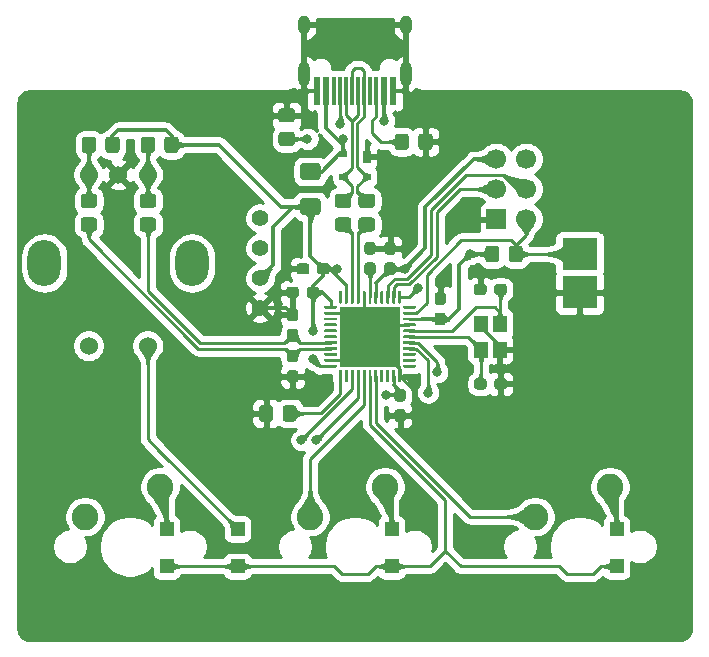
<source format=gbr>
%TF.GenerationSoftware,KiCad,Pcbnew,(5.1.9-1-g591a07d2d9)-1*%
%TF.CreationDate,2021-07-28T01:57:03-06:00*%
%TF.ProjectId,keyboard-layout,6b657962-6f61-4726-942d-6c61796f7574,rev?*%
%TF.SameCoordinates,Original*%
%TF.FileFunction,Copper,L2,Bot*%
%TF.FilePolarity,Positive*%
%FSLAX46Y46*%
G04 Gerber Fmt 4.6, Leading zero omitted, Abs format (unit mm)*
G04 Created by KiCad (PCBNEW (5.1.9-1-g591a07d2d9)-1) date 2021-07-28 01:57:03*
%MOMM*%
%LPD*%
G01*
G04 APERTURE LIST*
%TA.AperFunction,SMDPad,CuDef*%
%ADD10R,1.200000X1.200000*%
%TD*%
%TA.AperFunction,ComponentPad*%
%ADD11C,1.700000*%
%TD*%
%TA.AperFunction,ComponentPad*%
%ADD12R,1.700000X1.700000*%
%TD*%
%TA.AperFunction,ComponentPad*%
%ADD13C,1.397000*%
%TD*%
%TA.AperFunction,ComponentPad*%
%ADD14C,2.250000*%
%TD*%
%TA.AperFunction,SMDPad,CuDef*%
%ADD15R,3.000000X2.750000*%
%TD*%
%TA.AperFunction,ComponentPad*%
%ADD16C,1.524000*%
%TD*%
%TA.AperFunction,ComponentPad*%
%ADD17O,2.800000X3.900000*%
%TD*%
%TA.AperFunction,SMDPad,CuDef*%
%ADD18R,5.200000X5.200000*%
%TD*%
%TA.AperFunction,SMDPad,CuDef*%
%ADD19R,0.700000X0.600000*%
%TD*%
%TA.AperFunction,SMDPad,CuDef*%
%ADD20R,0.700000X1.000000*%
%TD*%
%TA.AperFunction,ComponentPad*%
%ADD21O,1.000000X1.600000*%
%TD*%
%TA.AperFunction,ComponentPad*%
%ADD22O,1.000000X2.100000*%
%TD*%
%TA.AperFunction,SMDPad,CuDef*%
%ADD23R,0.300000X2.450000*%
%TD*%
%TA.AperFunction,SMDPad,CuDef*%
%ADD24R,0.600000X2.450000*%
%TD*%
%TA.AperFunction,SMDPad,CuDef*%
%ADD25R,1.200000X1.400000*%
%TD*%
%TA.AperFunction,ViaPad*%
%ADD26C,0.800000*%
%TD*%
%TA.AperFunction,Conductor*%
%ADD27C,0.250000*%
%TD*%
%TA.AperFunction,Conductor*%
%ADD28C,0.350000*%
%TD*%
%TA.AperFunction,Conductor*%
%ADD29C,0.254000*%
%TD*%
%TA.AperFunction,Conductor*%
%ADD30C,0.100000*%
%TD*%
%TA.AperFunction,Conductor*%
%ADD31C,0.025400*%
%TD*%
G04 APERTURE END LIST*
D10*
%TO.P,D_3,2*%
%TO.N,Net-(D_3-Pad2)*%
X113375000Y-119025000D03*
%TO.P,D_3,1*%
%TO.N,row0*%
X113375000Y-122175000D03*
%TD*%
%TO.P,C1,1*%
%TO.N,Net-(C1-Pad1)*%
%TA.AperFunction,SMDPad,CuDef*%
G36*
G01*
X123150000Y-98512500D02*
X123150000Y-98987500D01*
G75*
G02*
X122912500Y-99225000I-237500J0D01*
G01*
X122312500Y-99225000D01*
G75*
G02*
X122075000Y-98987500I0J237500D01*
G01*
X122075000Y-98512500D01*
G75*
G02*
X122312500Y-98275000I237500J0D01*
G01*
X122912500Y-98275000D01*
G75*
G02*
X123150000Y-98512500I0J-237500D01*
G01*
G37*
%TD.AperFunction*%
%TO.P,C1,2*%
%TO.N,GND*%
%TA.AperFunction,SMDPad,CuDef*%
G36*
G01*
X121425000Y-98512500D02*
X121425000Y-98987500D01*
G75*
G02*
X121187500Y-99225000I-237500J0D01*
G01*
X120587500Y-99225000D01*
G75*
G02*
X120350000Y-98987500I0J237500D01*
G01*
X120350000Y-98512500D01*
G75*
G02*
X120587500Y-98275000I237500J0D01*
G01*
X121187500Y-98275000D01*
G75*
G02*
X121425000Y-98512500I0J-237500D01*
G01*
G37*
%TD.AperFunction*%
%TD*%
%TO.P,C2,2*%
%TO.N,GND*%
%TA.AperFunction,SMDPad,CuDef*%
G36*
G01*
X122075000Y-106987500D02*
X122075000Y-106512500D01*
G75*
G02*
X122312500Y-106275000I237500J0D01*
G01*
X122912500Y-106275000D01*
G75*
G02*
X123150000Y-106512500I0J-237500D01*
G01*
X123150000Y-106987500D01*
G75*
G02*
X122912500Y-107225000I-237500J0D01*
G01*
X122312500Y-107225000D01*
G75*
G02*
X122075000Y-106987500I0J237500D01*
G01*
G37*
%TD.AperFunction*%
%TO.P,C2,1*%
%TO.N,Net-(C2-Pad1)*%
%TA.AperFunction,SMDPad,CuDef*%
G36*
G01*
X120350000Y-106987500D02*
X120350000Y-106512500D01*
G75*
G02*
X120587500Y-106275000I237500J0D01*
G01*
X121187500Y-106275000D01*
G75*
G02*
X121425000Y-106512500I0J-237500D01*
G01*
X121425000Y-106987500D01*
G75*
G02*
X121187500Y-107225000I-237500J0D01*
G01*
X120587500Y-107225000D01*
G75*
G02*
X120350000Y-106987500I0J237500D01*
G01*
G37*
%TD.AperFunction*%
%TD*%
%TO.P,C3,2*%
%TO.N,GND*%
%TA.AperFunction,SMDPad,CuDef*%
G36*
G01*
X106425000Y-96762500D02*
X106425000Y-97237500D01*
G75*
G02*
X106187500Y-97475000I-237500J0D01*
G01*
X105587500Y-97475000D01*
G75*
G02*
X105350000Y-97237500I0J237500D01*
G01*
X105350000Y-96762500D01*
G75*
G02*
X105587500Y-96525000I237500J0D01*
G01*
X106187500Y-96525000D01*
G75*
G02*
X106425000Y-96762500I0J-237500D01*
G01*
G37*
%TD.AperFunction*%
%TO.P,C3,1*%
%TO.N,+5V*%
%TA.AperFunction,SMDPad,CuDef*%
G36*
G01*
X108150000Y-96762500D02*
X108150000Y-97237500D01*
G75*
G02*
X107912500Y-97475000I-237500J0D01*
G01*
X107312500Y-97475000D01*
G75*
G02*
X107075000Y-97237500I0J237500D01*
G01*
X107075000Y-96762500D01*
G75*
G02*
X107312500Y-96525000I237500J0D01*
G01*
X107912500Y-96525000D01*
G75*
G02*
X108150000Y-96762500I0J-237500D01*
G01*
G37*
%TD.AperFunction*%
%TD*%
%TO.P,C4,2*%
%TO.N,GND*%
%TA.AperFunction,SMDPad,CuDef*%
G36*
G01*
X113487500Y-95812500D02*
X113012500Y-95812500D01*
G75*
G02*
X112775000Y-95575000I0J237500D01*
G01*
X112775000Y-94975000D01*
G75*
G02*
X113012500Y-94737500I237500J0D01*
G01*
X113487500Y-94737500D01*
G75*
G02*
X113725000Y-94975000I0J-237500D01*
G01*
X113725000Y-95575000D01*
G75*
G02*
X113487500Y-95812500I-237500J0D01*
G01*
G37*
%TD.AperFunction*%
%TO.P,C4,1*%
%TO.N,+5V*%
%TA.AperFunction,SMDPad,CuDef*%
G36*
G01*
X113487500Y-97537500D02*
X113012500Y-97537500D01*
G75*
G02*
X112775000Y-97300000I0J237500D01*
G01*
X112775000Y-96700000D01*
G75*
G02*
X113012500Y-96462500I237500J0D01*
G01*
X113487500Y-96462500D01*
G75*
G02*
X113725000Y-96700000I0J-237500D01*
G01*
X113725000Y-97300000D01*
G75*
G02*
X113487500Y-97537500I-237500J0D01*
G01*
G37*
%TD.AperFunction*%
%TD*%
%TO.P,C5,1*%
%TO.N,+5V*%
%TA.AperFunction,SMDPad,CuDef*%
G36*
G01*
X113862500Y-107162500D02*
X114337500Y-107162500D01*
G75*
G02*
X114575000Y-107400000I0J-237500D01*
G01*
X114575000Y-108000000D01*
G75*
G02*
X114337500Y-108237500I-237500J0D01*
G01*
X113862500Y-108237500D01*
G75*
G02*
X113625000Y-108000000I0J237500D01*
G01*
X113625000Y-107400000D01*
G75*
G02*
X113862500Y-107162500I237500J0D01*
G01*
G37*
%TD.AperFunction*%
%TO.P,C5,2*%
%TO.N,GND*%
%TA.AperFunction,SMDPad,CuDef*%
G36*
G01*
X113862500Y-108887500D02*
X114337500Y-108887500D01*
G75*
G02*
X114575000Y-109125000I0J-237500D01*
G01*
X114575000Y-109725000D01*
G75*
G02*
X114337500Y-109962500I-237500J0D01*
G01*
X113862500Y-109962500D01*
G75*
G02*
X113625000Y-109725000I0J237500D01*
G01*
X113625000Y-109125000D01*
G75*
G02*
X113862500Y-108887500I237500J0D01*
G01*
G37*
%TD.AperFunction*%
%TD*%
%TO.P,C6,1*%
%TO.N,+5V*%
%TA.AperFunction,SMDPad,CuDef*%
G36*
G01*
X107262500Y-98762500D02*
X107262500Y-99237500D01*
G75*
G02*
X107025000Y-99475000I-237500J0D01*
G01*
X106425000Y-99475000D01*
G75*
G02*
X106187500Y-99237500I0J237500D01*
G01*
X106187500Y-98762500D01*
G75*
G02*
X106425000Y-98525000I237500J0D01*
G01*
X107025000Y-98525000D01*
G75*
G02*
X107262500Y-98762500I0J-237500D01*
G01*
G37*
%TD.AperFunction*%
%TO.P,C6,2*%
%TO.N,GND*%
%TA.AperFunction,SMDPad,CuDef*%
G36*
G01*
X105537500Y-98762500D02*
X105537500Y-99237500D01*
G75*
G02*
X105300000Y-99475000I-237500J0D01*
G01*
X104700000Y-99475000D01*
G75*
G02*
X104462500Y-99237500I0J237500D01*
G01*
X104462500Y-98762500D01*
G75*
G02*
X104700000Y-98525000I237500J0D01*
G01*
X105300000Y-98525000D01*
G75*
G02*
X105537500Y-98762500I0J-237500D01*
G01*
G37*
%TD.AperFunction*%
%TD*%
%TO.P,C7,1*%
%TO.N,+5V*%
%TA.AperFunction,SMDPad,CuDef*%
G36*
G01*
X117737500Y-101787500D02*
X117262500Y-101787500D01*
G75*
G02*
X117025000Y-101550000I0J237500D01*
G01*
X117025000Y-100950000D01*
G75*
G02*
X117262500Y-100712500I237500J0D01*
G01*
X117737500Y-100712500D01*
G75*
G02*
X117975000Y-100950000I0J-237500D01*
G01*
X117975000Y-101550000D01*
G75*
G02*
X117737500Y-101787500I-237500J0D01*
G01*
G37*
%TD.AperFunction*%
%TO.P,C7,2*%
%TO.N,GND*%
%TA.AperFunction,SMDPad,CuDef*%
G36*
G01*
X117737500Y-100062500D02*
X117262500Y-100062500D01*
G75*
G02*
X117025000Y-99825000I0J237500D01*
G01*
X117025000Y-99225000D01*
G75*
G02*
X117262500Y-98987500I237500J0D01*
G01*
X117737500Y-98987500D01*
G75*
G02*
X117975000Y-99225000I0J-237500D01*
G01*
X117975000Y-99825000D01*
G75*
G02*
X117737500Y-100062500I-237500J0D01*
G01*
G37*
%TD.AperFunction*%
%TD*%
%TO.P,C8,2*%
%TO.N,GND*%
%TA.AperFunction,SMDPad,CuDef*%
G36*
G01*
X111792500Y-95812500D02*
X111317500Y-95812500D01*
G75*
G02*
X111080000Y-95575000I0J237500D01*
G01*
X111080000Y-94975000D01*
G75*
G02*
X111317500Y-94737500I237500J0D01*
G01*
X111792500Y-94737500D01*
G75*
G02*
X112030000Y-94975000I0J-237500D01*
G01*
X112030000Y-95575000D01*
G75*
G02*
X111792500Y-95812500I-237500J0D01*
G01*
G37*
%TD.AperFunction*%
%TO.P,C8,1*%
%TO.N,Net-(C8-Pad1)*%
%TA.AperFunction,SMDPad,CuDef*%
G36*
G01*
X111792500Y-97537500D02*
X111317500Y-97537500D01*
G75*
G02*
X111080000Y-97300000I0J237500D01*
G01*
X111080000Y-96700000D01*
G75*
G02*
X111317500Y-96462500I237500J0D01*
G01*
X111792500Y-96462500D01*
G75*
G02*
X112030000Y-96700000I0J-237500D01*
G01*
X112030000Y-97300000D01*
G75*
G02*
X111792500Y-97537500I-237500J0D01*
G01*
G37*
%TD.AperFunction*%
%TD*%
%TO.P,CB1,1*%
%TO.N,GND*%
%TA.AperFunction,SMDPad,CuDef*%
G36*
G01*
X105237500Y-106650000D02*
X104762500Y-106650000D01*
G75*
G02*
X104525000Y-106412500I0J237500D01*
G01*
X104525000Y-105812500D01*
G75*
G02*
X104762500Y-105575000I237500J0D01*
G01*
X105237500Y-105575000D01*
G75*
G02*
X105475000Y-105812500I0J-237500D01*
G01*
X105475000Y-106412500D01*
G75*
G02*
X105237500Y-106650000I-237500J0D01*
G01*
G37*
%TD.AperFunction*%
%TO.P,CB1,2*%
%TO.N,EncOutB*%
%TA.AperFunction,SMDPad,CuDef*%
G36*
G01*
X105237500Y-104925000D02*
X104762500Y-104925000D01*
G75*
G02*
X104525000Y-104687500I0J237500D01*
G01*
X104525000Y-104087500D01*
G75*
G02*
X104762500Y-103850000I237500J0D01*
G01*
X105237500Y-103850000D01*
G75*
G02*
X105475000Y-104087500I0J-237500D01*
G01*
X105475000Y-104687500D01*
G75*
G02*
X105237500Y-104925000I-237500J0D01*
G01*
G37*
%TD.AperFunction*%
%TD*%
%TO.P,CB2,2*%
%TO.N,EncOutA*%
%TA.AperFunction,SMDPad,CuDef*%
G36*
G01*
X104762500Y-102075000D02*
X105237500Y-102075000D01*
G75*
G02*
X105475000Y-102312500I0J-237500D01*
G01*
X105475000Y-102912500D01*
G75*
G02*
X105237500Y-103150000I-237500J0D01*
G01*
X104762500Y-103150000D01*
G75*
G02*
X104525000Y-102912500I0J237500D01*
G01*
X104525000Y-102312500D01*
G75*
G02*
X104762500Y-102075000I237500J0D01*
G01*
G37*
%TD.AperFunction*%
%TO.P,CB2,1*%
%TO.N,GND*%
%TA.AperFunction,SMDPad,CuDef*%
G36*
G01*
X104762500Y-100350000D02*
X105237500Y-100350000D01*
G75*
G02*
X105475000Y-100587500I0J-237500D01*
G01*
X105475000Y-101187500D01*
G75*
G02*
X105237500Y-101425000I-237500J0D01*
G01*
X104762500Y-101425000D01*
G75*
G02*
X104525000Y-101187500I0J237500D01*
G01*
X104525000Y-100587500D01*
G75*
G02*
X104762500Y-100350000I237500J0D01*
G01*
G37*
%TD.AperFunction*%
%TD*%
%TO.P,D_2,2*%
%TO.N,Net-(D_2-Pad2)*%
X94337500Y-119025000D03*
%TO.P,D_2,1*%
%TO.N,row0*%
X94337500Y-122175000D03*
%TD*%
%TO.P,D_4,2*%
%TO.N,Net-(D_4-Pad2)*%
X100337500Y-119025000D03*
%TO.P,D_4,1*%
%TO.N,row0*%
X100337500Y-122175000D03*
%TD*%
%TO.P,F1,1*%
%TO.N,+5V*%
%TA.AperFunction,SMDPad,CuDef*%
G36*
G01*
X107125000Y-92450000D02*
X105875000Y-92450000D01*
G75*
G02*
X105625000Y-92200000I0J250000D01*
G01*
X105625000Y-91275000D01*
G75*
G02*
X105875000Y-91025000I250000J0D01*
G01*
X107125000Y-91025000D01*
G75*
G02*
X107375000Y-91275000I0J-250000D01*
G01*
X107375000Y-92200000D01*
G75*
G02*
X107125000Y-92450000I-250000J0D01*
G01*
G37*
%TD.AperFunction*%
%TO.P,F1,2*%
%TO.N,VCC*%
%TA.AperFunction,SMDPad,CuDef*%
G36*
G01*
X107125000Y-89475000D02*
X105875000Y-89475000D01*
G75*
G02*
X105625000Y-89225000I0J250000D01*
G01*
X105625000Y-88300000D01*
G75*
G02*
X105875000Y-88050000I250000J0D01*
G01*
X107125000Y-88050000D01*
G75*
G02*
X107375000Y-88300000I0J-250000D01*
G01*
X107375000Y-89225000D01*
G75*
G02*
X107125000Y-89475000I-250000J0D01*
G01*
G37*
%TD.AperFunction*%
%TD*%
D11*
%TO.P,J1,1*%
%TO.N,MISO*%
X124770000Y-87710000D03*
%TO.P,J1,2*%
%TO.N,+5V*%
X122230000Y-87710000D03*
%TO.P,J1,3*%
%TO.N,SCK*%
X124770000Y-90250000D03*
%TO.P,J1,4*%
%TO.N,MOSI*%
X122230000Y-90250000D03*
%TO.P,J1,5*%
%TO.N,RST*%
X124770000Y-92790000D03*
D12*
%TO.P,J1,6*%
%TO.N,GND*%
X122230000Y-92790000D03*
%TD*%
D13*
%TO.P,J2,4*%
%TO.N,SDA*%
X102255000Y-92709500D03*
%TO.P,J2,3*%
%TO.N,SCL*%
X102255000Y-95249500D03*
%TO.P,J2,2*%
%TO.N,+5V*%
X102255000Y-97789500D03*
%TO.P,J2,1*%
%TO.N,GND*%
X102255000Y-100329500D03*
%TD*%
D14*
%TO.P,K_2,1*%
%TO.N,col1*%
X87420000Y-117980000D03*
%TO.P,K_2,2*%
%TO.N,Net-(D_2-Pad2)*%
X93770000Y-115440000D03*
%TD*%
%TO.P,K_3,2*%
%TO.N,Net-(D_3-Pad2)*%
X112820000Y-115440000D03*
%TO.P,K_3,1*%
%TO.N,col2*%
X106470000Y-117980000D03*
%TD*%
%TO.P,R1,1*%
%TO.N,RST*%
%TA.AperFunction,SMDPad,CuDef*%
G36*
G01*
X124500000Y-95299999D02*
X124500000Y-96200001D01*
G75*
G02*
X124250001Y-96450000I-249999J0D01*
G01*
X123549999Y-96450000D01*
G75*
G02*
X123300000Y-96200001I0J249999D01*
G01*
X123300000Y-95299999D01*
G75*
G02*
X123549999Y-95050000I249999J0D01*
G01*
X124250001Y-95050000D01*
G75*
G02*
X124500000Y-95299999I0J-249999D01*
G01*
G37*
%TD.AperFunction*%
%TO.P,R1,2*%
%TO.N,+5V*%
%TA.AperFunction,SMDPad,CuDef*%
G36*
G01*
X122500000Y-95299999D02*
X122500000Y-96200001D01*
G75*
G02*
X122250001Y-96450000I-249999J0D01*
G01*
X121549999Y-96450000D01*
G75*
G02*
X121300000Y-96200001I0J249999D01*
G01*
X121300000Y-95299999D01*
G75*
G02*
X121549999Y-95050000I249999J0D01*
G01*
X122250001Y-95050000D01*
G75*
G02*
X122500000Y-95299999I0J-249999D01*
G01*
G37*
%TD.AperFunction*%
%TD*%
%TO.P,R2,2*%
%TO.N,Net-(R2-Pad2)*%
%TA.AperFunction,SMDPad,CuDef*%
G36*
G01*
X104150000Y-109700001D02*
X104150000Y-108799999D01*
G75*
G02*
X104399999Y-108550000I249999J0D01*
G01*
X105100001Y-108550000D01*
G75*
G02*
X105350000Y-108799999I0J-249999D01*
G01*
X105350000Y-109700001D01*
G75*
G02*
X105100001Y-109950000I-249999J0D01*
G01*
X104399999Y-109950000D01*
G75*
G02*
X104150000Y-109700001I0J249999D01*
G01*
G37*
%TD.AperFunction*%
%TO.P,R2,1*%
%TO.N,GND*%
%TA.AperFunction,SMDPad,CuDef*%
G36*
G01*
X102150000Y-109700001D02*
X102150000Y-108799999D01*
G75*
G02*
X102399999Y-108550000I249999J0D01*
G01*
X103100001Y-108550000D01*
G75*
G02*
X103350000Y-108799999I0J-249999D01*
G01*
X103350000Y-109700001D01*
G75*
G02*
X103100001Y-109950000I-249999J0D01*
G01*
X102399999Y-109950000D01*
G75*
G02*
X102150000Y-109700001I0J249999D01*
G01*
G37*
%TD.AperFunction*%
%TD*%
%TO.P,R3,1*%
%TO.N,D-*%
%TA.AperFunction,SMDPad,CuDef*%
G36*
G01*
X109730001Y-93850000D02*
X108829999Y-93850000D01*
G75*
G02*
X108580000Y-93600001I0J249999D01*
G01*
X108580000Y-92899999D01*
G75*
G02*
X108829999Y-92650000I249999J0D01*
G01*
X109730001Y-92650000D01*
G75*
G02*
X109980000Y-92899999I0J-249999D01*
G01*
X109980000Y-93600001D01*
G75*
G02*
X109730001Y-93850000I-249999J0D01*
G01*
G37*
%TD.AperFunction*%
%TO.P,R3,2*%
%TO.N,Net-(R3-Pad2)*%
%TA.AperFunction,SMDPad,CuDef*%
G36*
G01*
X109730001Y-91850000D02*
X108829999Y-91850000D01*
G75*
G02*
X108580000Y-91600001I0J249999D01*
G01*
X108580000Y-90899999D01*
G75*
G02*
X108829999Y-90650000I249999J0D01*
G01*
X109730001Y-90650000D01*
G75*
G02*
X109980000Y-90899999I0J-249999D01*
G01*
X109980000Y-91600001D01*
G75*
G02*
X109730001Y-91850000I-249999J0D01*
G01*
G37*
%TD.AperFunction*%
%TD*%
%TO.P,R4,1*%
%TO.N,D+*%
%TA.AperFunction,SMDPad,CuDef*%
G36*
G01*
X111730001Y-93850000D02*
X110829999Y-93850000D01*
G75*
G02*
X110580000Y-93600001I0J249999D01*
G01*
X110580000Y-92899999D01*
G75*
G02*
X110829999Y-92650000I249999J0D01*
G01*
X111730001Y-92650000D01*
G75*
G02*
X111980000Y-92899999I0J-249999D01*
G01*
X111980000Y-93600001D01*
G75*
G02*
X111730001Y-93850000I-249999J0D01*
G01*
G37*
%TD.AperFunction*%
%TO.P,R4,2*%
%TO.N,Net-(R4-Pad2)*%
%TA.AperFunction,SMDPad,CuDef*%
G36*
G01*
X111730001Y-91850000D02*
X110829999Y-91850000D01*
G75*
G02*
X110580000Y-91600001I0J249999D01*
G01*
X110580000Y-90899999D01*
G75*
G02*
X110829999Y-90650000I249999J0D01*
G01*
X111730001Y-90650000D01*
G75*
G02*
X111980000Y-90899999I0J-249999D01*
G01*
X111980000Y-91600001D01*
G75*
G02*
X111730001Y-91850000I-249999J0D01*
G01*
G37*
%TD.AperFunction*%
%TD*%
%TO.P,R5,1*%
%TO.N,GND*%
%TA.AperFunction,SMDPad,CuDef*%
G36*
G01*
X104049999Y-83400000D02*
X104950001Y-83400000D01*
G75*
G02*
X105200000Y-83649999I0J-249999D01*
G01*
X105200000Y-84350001D01*
G75*
G02*
X104950001Y-84600000I-249999J0D01*
G01*
X104049999Y-84600000D01*
G75*
G02*
X103800000Y-84350001I0J249999D01*
G01*
X103800000Y-83649999D01*
G75*
G02*
X104049999Y-83400000I249999J0D01*
G01*
G37*
%TD.AperFunction*%
%TO.P,R5,2*%
%TO.N,Net-(R5-Pad2)*%
%TA.AperFunction,SMDPad,CuDef*%
G36*
G01*
X104049999Y-85400000D02*
X104950001Y-85400000D01*
G75*
G02*
X105200000Y-85649999I0J-249999D01*
G01*
X105200000Y-86350001D01*
G75*
G02*
X104950001Y-86600000I-249999J0D01*
G01*
X104049999Y-86600000D01*
G75*
G02*
X103800000Y-86350001I0J249999D01*
G01*
X103800000Y-85649999D01*
G75*
G02*
X104049999Y-85400000I249999J0D01*
G01*
G37*
%TD.AperFunction*%
%TD*%
%TO.P,R6,2*%
%TO.N,Net-(R6-Pad2)*%
%TA.AperFunction,SMDPad,CuDef*%
G36*
G01*
X114850000Y-85799999D02*
X114850000Y-86700001D01*
G75*
G02*
X114600001Y-86950000I-249999J0D01*
G01*
X113899999Y-86950000D01*
G75*
G02*
X113650000Y-86700001I0J249999D01*
G01*
X113650000Y-85799999D01*
G75*
G02*
X113899999Y-85550000I249999J0D01*
G01*
X114600001Y-85550000D01*
G75*
G02*
X114850000Y-85799999I0J-249999D01*
G01*
G37*
%TD.AperFunction*%
%TO.P,R6,1*%
%TO.N,GND*%
%TA.AperFunction,SMDPad,CuDef*%
G36*
G01*
X116850000Y-85799999D02*
X116850000Y-86700001D01*
G75*
G02*
X116600001Y-86950000I-249999J0D01*
G01*
X115899999Y-86950000D01*
G75*
G02*
X115650000Y-86700001I0J249999D01*
G01*
X115650000Y-85799999D01*
G75*
G02*
X115899999Y-85550000I249999J0D01*
G01*
X116600001Y-85550000D01*
G75*
G02*
X116850000Y-85799999I0J-249999D01*
G01*
G37*
%TD.AperFunction*%
%TD*%
%TO.P,RA1,2*%
%TO.N,EncA*%
%TA.AperFunction,SMDPad,CuDef*%
G36*
G01*
X93200001Y-91850000D02*
X92299999Y-91850000D01*
G75*
G02*
X92050000Y-91600001I0J249999D01*
G01*
X92050000Y-90899999D01*
G75*
G02*
X92299999Y-90650000I249999J0D01*
G01*
X93200001Y-90650000D01*
G75*
G02*
X93450000Y-90899999I0J-249999D01*
G01*
X93450000Y-91600001D01*
G75*
G02*
X93200001Y-91850000I-249999J0D01*
G01*
G37*
%TD.AperFunction*%
%TO.P,RA1,1*%
%TO.N,EncOutA*%
%TA.AperFunction,SMDPad,CuDef*%
G36*
G01*
X93200001Y-93850000D02*
X92299999Y-93850000D01*
G75*
G02*
X92050000Y-93600001I0J249999D01*
G01*
X92050000Y-92899999D01*
G75*
G02*
X92299999Y-92650000I249999J0D01*
G01*
X93200001Y-92650000D01*
G75*
G02*
X93450000Y-92899999I0J-249999D01*
G01*
X93450000Y-93600001D01*
G75*
G02*
X93200001Y-93850000I-249999J0D01*
G01*
G37*
%TD.AperFunction*%
%TD*%
%TO.P,RA2,2*%
%TO.N,+5V*%
%TA.AperFunction,SMDPad,CuDef*%
G36*
G01*
X94150000Y-86950001D02*
X94150000Y-86049999D01*
G75*
G02*
X94399999Y-85800000I249999J0D01*
G01*
X95100001Y-85800000D01*
G75*
G02*
X95350000Y-86049999I0J-249999D01*
G01*
X95350000Y-86950001D01*
G75*
G02*
X95100001Y-87200000I-249999J0D01*
G01*
X94399999Y-87200000D01*
G75*
G02*
X94150000Y-86950001I0J249999D01*
G01*
G37*
%TD.AperFunction*%
%TO.P,RA2,1*%
%TO.N,EncA*%
%TA.AperFunction,SMDPad,CuDef*%
G36*
G01*
X92150000Y-86950001D02*
X92150000Y-86049999D01*
G75*
G02*
X92399999Y-85800000I249999J0D01*
G01*
X93100001Y-85800000D01*
G75*
G02*
X93350000Y-86049999I0J-249999D01*
G01*
X93350000Y-86950001D01*
G75*
G02*
X93100001Y-87200000I-249999J0D01*
G01*
X92399999Y-87200000D01*
G75*
G02*
X92150000Y-86950001I0J249999D01*
G01*
G37*
%TD.AperFunction*%
%TD*%
%TO.P,RB1,1*%
%TO.N,EncOutB*%
%TA.AperFunction,SMDPad,CuDef*%
G36*
G01*
X88200001Y-93850000D02*
X87299999Y-93850000D01*
G75*
G02*
X87050000Y-93600001I0J249999D01*
G01*
X87050000Y-92899999D01*
G75*
G02*
X87299999Y-92650000I249999J0D01*
G01*
X88200001Y-92650000D01*
G75*
G02*
X88450000Y-92899999I0J-249999D01*
G01*
X88450000Y-93600001D01*
G75*
G02*
X88200001Y-93850000I-249999J0D01*
G01*
G37*
%TD.AperFunction*%
%TO.P,RB1,2*%
%TO.N,EncB*%
%TA.AperFunction,SMDPad,CuDef*%
G36*
G01*
X88200001Y-91850000D02*
X87299999Y-91850000D01*
G75*
G02*
X87050000Y-91600001I0J249999D01*
G01*
X87050000Y-90899999D01*
G75*
G02*
X87299999Y-90650000I249999J0D01*
G01*
X88200001Y-90650000D01*
G75*
G02*
X88450000Y-90899999I0J-249999D01*
G01*
X88450000Y-91600001D01*
G75*
G02*
X88200001Y-91850000I-249999J0D01*
G01*
G37*
%TD.AperFunction*%
%TD*%
%TO.P,RB2,2*%
%TO.N,+5V*%
%TA.AperFunction,SMDPad,CuDef*%
G36*
G01*
X89150000Y-86950001D02*
X89150000Y-86049999D01*
G75*
G02*
X89399999Y-85800000I249999J0D01*
G01*
X90100001Y-85800000D01*
G75*
G02*
X90350000Y-86049999I0J-249999D01*
G01*
X90350000Y-86950001D01*
G75*
G02*
X90100001Y-87200000I-249999J0D01*
G01*
X89399999Y-87200000D01*
G75*
G02*
X89150000Y-86950001I0J249999D01*
G01*
G37*
%TD.AperFunction*%
%TO.P,RB2,1*%
%TO.N,EncB*%
%TA.AperFunction,SMDPad,CuDef*%
G36*
G01*
X87150000Y-86950001D02*
X87150000Y-86049999D01*
G75*
G02*
X87399999Y-85800000I249999J0D01*
G01*
X88100001Y-85800000D01*
G75*
G02*
X88350000Y-86049999I0J-249999D01*
G01*
X88350000Y-86950001D01*
G75*
G02*
X88100001Y-87200000I-249999J0D01*
G01*
X87399999Y-87200000D01*
G75*
G02*
X87150000Y-86950001I0J249999D01*
G01*
G37*
%TD.AperFunction*%
%TD*%
D15*
%TO.P,SW1,1*%
%TO.N,GND*%
X129300000Y-98998600D03*
%TO.P,SW1,2*%
%TO.N,RST*%
X129300000Y-95750000D03*
%TD*%
D16*
%TO.P,SW2,B*%
%TO.N,EncB*%
X87730000Y-89019500D03*
%TO.P,SW2,A*%
%TO.N,EncA*%
X92730000Y-89019500D03*
%TO.P,SW2,C*%
%TO.N,GND*%
X90230000Y-89019500D03*
%TO.P,SW2,S1*%
%TO.N,Net-(D_4-Pad2)*%
X92730000Y-103519500D03*
%TO.P,SW2,S2*%
%TO.N,col3*%
X87730000Y-103519500D03*
D17*
%TO.P,SW2,*%
%TO.N,*%
X96480000Y-96519500D03*
X83980000Y-96519500D03*
%TD*%
%TO.P,U1,1*%
%TO.N,Net-(U1-Pad1)*%
%TA.AperFunction,SMDPad,CuDef*%
G36*
G01*
X108992500Y-98875000D02*
X109117500Y-98875000D01*
G75*
G02*
X109180000Y-98937500I0J-62500D01*
G01*
X109180000Y-99887500D01*
G75*
G02*
X109117500Y-99950000I-62500J0D01*
G01*
X108992500Y-99950000D01*
G75*
G02*
X108930000Y-99887500I0J62500D01*
G01*
X108930000Y-98937500D01*
G75*
G02*
X108992500Y-98875000I62500J0D01*
G01*
G37*
%TD.AperFunction*%
%TO.P,U1,2*%
%TO.N,+5V*%
%TA.AperFunction,SMDPad,CuDef*%
G36*
G01*
X109492500Y-98875000D02*
X109617500Y-98875000D01*
G75*
G02*
X109680000Y-98937500I0J-62500D01*
G01*
X109680000Y-99887500D01*
G75*
G02*
X109617500Y-99950000I-62500J0D01*
G01*
X109492500Y-99950000D01*
G75*
G02*
X109430000Y-99887500I0J62500D01*
G01*
X109430000Y-98937500D01*
G75*
G02*
X109492500Y-98875000I62500J0D01*
G01*
G37*
%TD.AperFunction*%
%TO.P,U1,3*%
%TO.N,D-*%
%TA.AperFunction,SMDPad,CuDef*%
G36*
G01*
X109992500Y-98875000D02*
X110117500Y-98875000D01*
G75*
G02*
X110180000Y-98937500I0J-62500D01*
G01*
X110180000Y-99887500D01*
G75*
G02*
X110117500Y-99950000I-62500J0D01*
G01*
X109992500Y-99950000D01*
G75*
G02*
X109930000Y-99887500I0J62500D01*
G01*
X109930000Y-98937500D01*
G75*
G02*
X109992500Y-98875000I62500J0D01*
G01*
G37*
%TD.AperFunction*%
%TO.P,U1,4*%
%TO.N,D+*%
%TA.AperFunction,SMDPad,CuDef*%
G36*
G01*
X110492500Y-98875000D02*
X110617500Y-98875000D01*
G75*
G02*
X110680000Y-98937500I0J-62500D01*
G01*
X110680000Y-99887500D01*
G75*
G02*
X110617500Y-99950000I-62500J0D01*
G01*
X110492500Y-99950000D01*
G75*
G02*
X110430000Y-99887500I0J62500D01*
G01*
X110430000Y-98937500D01*
G75*
G02*
X110492500Y-98875000I62500J0D01*
G01*
G37*
%TD.AperFunction*%
%TO.P,U1,5*%
%TO.N,GND*%
%TA.AperFunction,SMDPad,CuDef*%
G36*
G01*
X110992500Y-98875000D02*
X111117500Y-98875000D01*
G75*
G02*
X111180000Y-98937500I0J-62500D01*
G01*
X111180000Y-99887500D01*
G75*
G02*
X111117500Y-99950000I-62500J0D01*
G01*
X110992500Y-99950000D01*
G75*
G02*
X110930000Y-99887500I0J62500D01*
G01*
X110930000Y-98937500D01*
G75*
G02*
X110992500Y-98875000I62500J0D01*
G01*
G37*
%TD.AperFunction*%
%TO.P,U1,6*%
%TO.N,Net-(C8-Pad1)*%
%TA.AperFunction,SMDPad,CuDef*%
G36*
G01*
X111492500Y-98875000D02*
X111617500Y-98875000D01*
G75*
G02*
X111680000Y-98937500I0J-62500D01*
G01*
X111680000Y-99887500D01*
G75*
G02*
X111617500Y-99950000I-62500J0D01*
G01*
X111492500Y-99950000D01*
G75*
G02*
X111430000Y-99887500I0J62500D01*
G01*
X111430000Y-98937500D01*
G75*
G02*
X111492500Y-98875000I62500J0D01*
G01*
G37*
%TD.AperFunction*%
%TO.P,U1,7*%
%TO.N,+5V*%
%TA.AperFunction,SMDPad,CuDef*%
G36*
G01*
X111992500Y-98875000D02*
X112117500Y-98875000D01*
G75*
G02*
X112180000Y-98937500I0J-62500D01*
G01*
X112180000Y-99887500D01*
G75*
G02*
X112117500Y-99950000I-62500J0D01*
G01*
X111992500Y-99950000D01*
G75*
G02*
X111930000Y-99887500I0J62500D01*
G01*
X111930000Y-98937500D01*
G75*
G02*
X111992500Y-98875000I62500J0D01*
G01*
G37*
%TD.AperFunction*%
%TO.P,U1,8*%
%TO.N,Net-(U1-Pad8)*%
%TA.AperFunction,SMDPad,CuDef*%
G36*
G01*
X112492500Y-98875000D02*
X112617500Y-98875000D01*
G75*
G02*
X112680000Y-98937500I0J-62500D01*
G01*
X112680000Y-99887500D01*
G75*
G02*
X112617500Y-99950000I-62500J0D01*
G01*
X112492500Y-99950000D01*
G75*
G02*
X112430000Y-99887500I0J62500D01*
G01*
X112430000Y-98937500D01*
G75*
G02*
X112492500Y-98875000I62500J0D01*
G01*
G37*
%TD.AperFunction*%
%TO.P,U1,9*%
%TO.N,SCK*%
%TA.AperFunction,SMDPad,CuDef*%
G36*
G01*
X112992500Y-98875000D02*
X113117500Y-98875000D01*
G75*
G02*
X113180000Y-98937500I0J-62500D01*
G01*
X113180000Y-99887500D01*
G75*
G02*
X113117500Y-99950000I-62500J0D01*
G01*
X112992500Y-99950000D01*
G75*
G02*
X112930000Y-99887500I0J62500D01*
G01*
X112930000Y-98937500D01*
G75*
G02*
X112992500Y-98875000I62500J0D01*
G01*
G37*
%TD.AperFunction*%
%TO.P,U1,10*%
%TO.N,MOSI*%
%TA.AperFunction,SMDPad,CuDef*%
G36*
G01*
X113492500Y-98875000D02*
X113617500Y-98875000D01*
G75*
G02*
X113680000Y-98937500I0J-62500D01*
G01*
X113680000Y-99887500D01*
G75*
G02*
X113617500Y-99950000I-62500J0D01*
G01*
X113492500Y-99950000D01*
G75*
G02*
X113430000Y-99887500I0J62500D01*
G01*
X113430000Y-98937500D01*
G75*
G02*
X113492500Y-98875000I62500J0D01*
G01*
G37*
%TD.AperFunction*%
%TO.P,U1,11*%
%TO.N,MISO*%
%TA.AperFunction,SMDPad,CuDef*%
G36*
G01*
X113992500Y-98875000D02*
X114117500Y-98875000D01*
G75*
G02*
X114180000Y-98937500I0J-62500D01*
G01*
X114180000Y-99887500D01*
G75*
G02*
X114117500Y-99950000I-62500J0D01*
G01*
X113992500Y-99950000D01*
G75*
G02*
X113930000Y-99887500I0J62500D01*
G01*
X113930000Y-98937500D01*
G75*
G02*
X113992500Y-98875000I62500J0D01*
G01*
G37*
%TD.AperFunction*%
%TO.P,U1,12*%
%TO.N,Net-(U1-Pad12)*%
%TA.AperFunction,SMDPad,CuDef*%
G36*
G01*
X114417500Y-100125000D02*
X115367500Y-100125000D01*
G75*
G02*
X115430000Y-100187500I0J-62500D01*
G01*
X115430000Y-100312500D01*
G75*
G02*
X115367500Y-100375000I-62500J0D01*
G01*
X114417500Y-100375000D01*
G75*
G02*
X114355000Y-100312500I0J62500D01*
G01*
X114355000Y-100187500D01*
G75*
G02*
X114417500Y-100125000I62500J0D01*
G01*
G37*
%TD.AperFunction*%
%TO.P,U1,13*%
%TO.N,RST*%
%TA.AperFunction,SMDPad,CuDef*%
G36*
G01*
X114417500Y-100625000D02*
X115367500Y-100625000D01*
G75*
G02*
X115430000Y-100687500I0J-62500D01*
G01*
X115430000Y-100812500D01*
G75*
G02*
X115367500Y-100875000I-62500J0D01*
G01*
X114417500Y-100875000D01*
G75*
G02*
X114355000Y-100812500I0J62500D01*
G01*
X114355000Y-100687500D01*
G75*
G02*
X114417500Y-100625000I62500J0D01*
G01*
G37*
%TD.AperFunction*%
%TO.P,U1,14*%
%TO.N,+5V*%
%TA.AperFunction,SMDPad,CuDef*%
G36*
G01*
X114417500Y-101125000D02*
X115367500Y-101125000D01*
G75*
G02*
X115430000Y-101187500I0J-62500D01*
G01*
X115430000Y-101312500D01*
G75*
G02*
X115367500Y-101375000I-62500J0D01*
G01*
X114417500Y-101375000D01*
G75*
G02*
X114355000Y-101312500I0J62500D01*
G01*
X114355000Y-101187500D01*
G75*
G02*
X114417500Y-101125000I62500J0D01*
G01*
G37*
%TD.AperFunction*%
%TO.P,U1,15*%
%TO.N,GND*%
%TA.AperFunction,SMDPad,CuDef*%
G36*
G01*
X114417500Y-101625000D02*
X115367500Y-101625000D01*
G75*
G02*
X115430000Y-101687500I0J-62500D01*
G01*
X115430000Y-101812500D01*
G75*
G02*
X115367500Y-101875000I-62500J0D01*
G01*
X114417500Y-101875000D01*
G75*
G02*
X114355000Y-101812500I0J62500D01*
G01*
X114355000Y-101687500D01*
G75*
G02*
X114417500Y-101625000I62500J0D01*
G01*
G37*
%TD.AperFunction*%
%TO.P,U1,16*%
%TO.N,Net-(C1-Pad1)*%
%TA.AperFunction,SMDPad,CuDef*%
G36*
G01*
X114417500Y-102125000D02*
X115367500Y-102125000D01*
G75*
G02*
X115430000Y-102187500I0J-62500D01*
G01*
X115430000Y-102312500D01*
G75*
G02*
X115367500Y-102375000I-62500J0D01*
G01*
X114417500Y-102375000D01*
G75*
G02*
X114355000Y-102312500I0J62500D01*
G01*
X114355000Y-102187500D01*
G75*
G02*
X114417500Y-102125000I62500J0D01*
G01*
G37*
%TD.AperFunction*%
%TO.P,U1,17*%
%TO.N,Net-(C2-Pad1)*%
%TA.AperFunction,SMDPad,CuDef*%
G36*
G01*
X114417500Y-102625000D02*
X115367500Y-102625000D01*
G75*
G02*
X115430000Y-102687500I0J-62500D01*
G01*
X115430000Y-102812500D01*
G75*
G02*
X115367500Y-102875000I-62500J0D01*
G01*
X114417500Y-102875000D01*
G75*
G02*
X114355000Y-102812500I0J62500D01*
G01*
X114355000Y-102687500D01*
G75*
G02*
X114417500Y-102625000I62500J0D01*
G01*
G37*
%TD.AperFunction*%
%TO.P,U1,18*%
%TO.N,SCL*%
%TA.AperFunction,SMDPad,CuDef*%
G36*
G01*
X114417500Y-103125000D02*
X115367500Y-103125000D01*
G75*
G02*
X115430000Y-103187500I0J-62500D01*
G01*
X115430000Y-103312500D01*
G75*
G02*
X115367500Y-103375000I-62500J0D01*
G01*
X114417500Y-103375000D01*
G75*
G02*
X114355000Y-103312500I0J62500D01*
G01*
X114355000Y-103187500D01*
G75*
G02*
X114417500Y-103125000I62500J0D01*
G01*
G37*
%TD.AperFunction*%
%TO.P,U1,19*%
%TO.N,SDA*%
%TA.AperFunction,SMDPad,CuDef*%
G36*
G01*
X114417500Y-103625000D02*
X115367500Y-103625000D01*
G75*
G02*
X115430000Y-103687500I0J-62500D01*
G01*
X115430000Y-103812500D01*
G75*
G02*
X115367500Y-103875000I-62500J0D01*
G01*
X114417500Y-103875000D01*
G75*
G02*
X114355000Y-103812500I0J62500D01*
G01*
X114355000Y-103687500D01*
G75*
G02*
X114417500Y-103625000I62500J0D01*
G01*
G37*
%TD.AperFunction*%
%TO.P,U1,20*%
%TO.N,Net-(U1-Pad20)*%
%TA.AperFunction,SMDPad,CuDef*%
G36*
G01*
X114417500Y-104125000D02*
X115367500Y-104125000D01*
G75*
G02*
X115430000Y-104187500I0J-62500D01*
G01*
X115430000Y-104312500D01*
G75*
G02*
X115367500Y-104375000I-62500J0D01*
G01*
X114417500Y-104375000D01*
G75*
G02*
X114355000Y-104312500I0J62500D01*
G01*
X114355000Y-104187500D01*
G75*
G02*
X114417500Y-104125000I62500J0D01*
G01*
G37*
%TD.AperFunction*%
%TO.P,U1,21*%
%TO.N,Net-(U1-Pad21)*%
%TA.AperFunction,SMDPad,CuDef*%
G36*
G01*
X114417500Y-104625000D02*
X115367500Y-104625000D01*
G75*
G02*
X115430000Y-104687500I0J-62500D01*
G01*
X115430000Y-104812500D01*
G75*
G02*
X115367500Y-104875000I-62500J0D01*
G01*
X114417500Y-104875000D01*
G75*
G02*
X114355000Y-104812500I0J62500D01*
G01*
X114355000Y-104687500D01*
G75*
G02*
X114417500Y-104625000I62500J0D01*
G01*
G37*
%TD.AperFunction*%
%TO.P,U1,22*%
%TO.N,Net-(U1-Pad22)*%
%TA.AperFunction,SMDPad,CuDef*%
G36*
G01*
X114417500Y-105125000D02*
X115367500Y-105125000D01*
G75*
G02*
X115430000Y-105187500I0J-62500D01*
G01*
X115430000Y-105312500D01*
G75*
G02*
X115367500Y-105375000I-62500J0D01*
G01*
X114417500Y-105375000D01*
G75*
G02*
X114355000Y-105312500I0J62500D01*
G01*
X114355000Y-105187500D01*
G75*
G02*
X114417500Y-105125000I62500J0D01*
G01*
G37*
%TD.AperFunction*%
%TO.P,U1,23*%
%TO.N,GND*%
%TA.AperFunction,SMDPad,CuDef*%
G36*
G01*
X113992500Y-105550000D02*
X114117500Y-105550000D01*
G75*
G02*
X114180000Y-105612500I0J-62500D01*
G01*
X114180000Y-106562500D01*
G75*
G02*
X114117500Y-106625000I-62500J0D01*
G01*
X113992500Y-106625000D01*
G75*
G02*
X113930000Y-106562500I0J62500D01*
G01*
X113930000Y-105612500D01*
G75*
G02*
X113992500Y-105550000I62500J0D01*
G01*
G37*
%TD.AperFunction*%
%TO.P,U1,24*%
%TO.N,+5V*%
%TA.AperFunction,SMDPad,CuDef*%
G36*
G01*
X113492500Y-105550000D02*
X113617500Y-105550000D01*
G75*
G02*
X113680000Y-105612500I0J-62500D01*
G01*
X113680000Y-106562500D01*
G75*
G02*
X113617500Y-106625000I-62500J0D01*
G01*
X113492500Y-106625000D01*
G75*
G02*
X113430000Y-106562500I0J62500D01*
G01*
X113430000Y-105612500D01*
G75*
G02*
X113492500Y-105550000I62500J0D01*
G01*
G37*
%TD.AperFunction*%
%TO.P,U1,25*%
%TO.N,Net-(U1-Pad25)*%
%TA.AperFunction,SMDPad,CuDef*%
G36*
G01*
X112992500Y-105550000D02*
X113117500Y-105550000D01*
G75*
G02*
X113180000Y-105612500I0J-62500D01*
G01*
X113180000Y-106562500D01*
G75*
G02*
X113117500Y-106625000I-62500J0D01*
G01*
X112992500Y-106625000D01*
G75*
G02*
X112930000Y-106562500I0J62500D01*
G01*
X112930000Y-105612500D01*
G75*
G02*
X112992500Y-105550000I62500J0D01*
G01*
G37*
%TD.AperFunction*%
%TO.P,U1,26*%
%TO.N,Net-(U1-Pad26)*%
%TA.AperFunction,SMDPad,CuDef*%
G36*
G01*
X112492500Y-105550000D02*
X112617500Y-105550000D01*
G75*
G02*
X112680000Y-105612500I0J-62500D01*
G01*
X112680000Y-106562500D01*
G75*
G02*
X112617500Y-106625000I-62500J0D01*
G01*
X112492500Y-106625000D01*
G75*
G02*
X112430000Y-106562500I0J62500D01*
G01*
X112430000Y-105612500D01*
G75*
G02*
X112492500Y-105550000I62500J0D01*
G01*
G37*
%TD.AperFunction*%
%TO.P,U1,27*%
%TO.N,col0*%
%TA.AperFunction,SMDPad,CuDef*%
G36*
G01*
X111992500Y-105550000D02*
X112117500Y-105550000D01*
G75*
G02*
X112180000Y-105612500I0J-62500D01*
G01*
X112180000Y-106562500D01*
G75*
G02*
X112117500Y-106625000I-62500J0D01*
G01*
X111992500Y-106625000D01*
G75*
G02*
X111930000Y-106562500I0J62500D01*
G01*
X111930000Y-105612500D01*
G75*
G02*
X111992500Y-105550000I62500J0D01*
G01*
G37*
%TD.AperFunction*%
%TO.P,U1,28*%
%TO.N,row0*%
%TA.AperFunction,SMDPad,CuDef*%
G36*
G01*
X111492500Y-105550000D02*
X111617500Y-105550000D01*
G75*
G02*
X111680000Y-105612500I0J-62500D01*
G01*
X111680000Y-106562500D01*
G75*
G02*
X111617500Y-106625000I-62500J0D01*
G01*
X111492500Y-106625000D01*
G75*
G02*
X111430000Y-106562500I0J62500D01*
G01*
X111430000Y-105612500D01*
G75*
G02*
X111492500Y-105550000I62500J0D01*
G01*
G37*
%TD.AperFunction*%
%TO.P,U1,29*%
%TO.N,col2*%
%TA.AperFunction,SMDPad,CuDef*%
G36*
G01*
X110992500Y-105550000D02*
X111117500Y-105550000D01*
G75*
G02*
X111180000Y-105612500I0J-62500D01*
G01*
X111180000Y-106562500D01*
G75*
G02*
X111117500Y-106625000I-62500J0D01*
G01*
X110992500Y-106625000D01*
G75*
G02*
X110930000Y-106562500I0J62500D01*
G01*
X110930000Y-105612500D01*
G75*
G02*
X110992500Y-105550000I62500J0D01*
G01*
G37*
%TD.AperFunction*%
%TO.P,U1,30*%
%TO.N,col1*%
%TA.AperFunction,SMDPad,CuDef*%
G36*
G01*
X110492500Y-105550000D02*
X110617500Y-105550000D01*
G75*
G02*
X110680000Y-105612500I0J-62500D01*
G01*
X110680000Y-106562500D01*
G75*
G02*
X110617500Y-106625000I-62500J0D01*
G01*
X110492500Y-106625000D01*
G75*
G02*
X110430000Y-106562500I0J62500D01*
G01*
X110430000Y-105612500D01*
G75*
G02*
X110492500Y-105550000I62500J0D01*
G01*
G37*
%TD.AperFunction*%
%TO.P,U1,31*%
%TO.N,col3*%
%TA.AperFunction,SMDPad,CuDef*%
G36*
G01*
X109992500Y-105550000D02*
X110117500Y-105550000D01*
G75*
G02*
X110180000Y-105612500I0J-62500D01*
G01*
X110180000Y-106562500D01*
G75*
G02*
X110117500Y-106625000I-62500J0D01*
G01*
X109992500Y-106625000D01*
G75*
G02*
X109930000Y-106562500I0J62500D01*
G01*
X109930000Y-105612500D01*
G75*
G02*
X109992500Y-105550000I62500J0D01*
G01*
G37*
%TD.AperFunction*%
%TO.P,U1,32*%
%TO.N,Net-(U1-Pad32)*%
%TA.AperFunction,SMDPad,CuDef*%
G36*
G01*
X109492500Y-105550000D02*
X109617500Y-105550000D01*
G75*
G02*
X109680000Y-105612500I0J-62500D01*
G01*
X109680000Y-106562500D01*
G75*
G02*
X109617500Y-106625000I-62500J0D01*
G01*
X109492500Y-106625000D01*
G75*
G02*
X109430000Y-106562500I0J62500D01*
G01*
X109430000Y-105612500D01*
G75*
G02*
X109492500Y-105550000I62500J0D01*
G01*
G37*
%TD.AperFunction*%
%TO.P,U1,33*%
%TO.N,Net-(R2-Pad2)*%
%TA.AperFunction,SMDPad,CuDef*%
G36*
G01*
X108992500Y-105550000D02*
X109117500Y-105550000D01*
G75*
G02*
X109180000Y-105612500I0J-62500D01*
G01*
X109180000Y-106562500D01*
G75*
G02*
X109117500Y-106625000I-62500J0D01*
G01*
X108992500Y-106625000D01*
G75*
G02*
X108930000Y-106562500I0J62500D01*
G01*
X108930000Y-105612500D01*
G75*
G02*
X108992500Y-105550000I62500J0D01*
G01*
G37*
%TD.AperFunction*%
%TO.P,U1,34*%
%TO.N,+5V*%
%TA.AperFunction,SMDPad,CuDef*%
G36*
G01*
X107742500Y-105125000D02*
X108692500Y-105125000D01*
G75*
G02*
X108755000Y-105187500I0J-62500D01*
G01*
X108755000Y-105312500D01*
G75*
G02*
X108692500Y-105375000I-62500J0D01*
G01*
X107742500Y-105375000D01*
G75*
G02*
X107680000Y-105312500I0J62500D01*
G01*
X107680000Y-105187500D01*
G75*
G02*
X107742500Y-105125000I62500J0D01*
G01*
G37*
%TD.AperFunction*%
%TO.P,U1,35*%
%TO.N,GND*%
%TA.AperFunction,SMDPad,CuDef*%
G36*
G01*
X107742500Y-104625000D02*
X108692500Y-104625000D01*
G75*
G02*
X108755000Y-104687500I0J-62500D01*
G01*
X108755000Y-104812500D01*
G75*
G02*
X108692500Y-104875000I-62500J0D01*
G01*
X107742500Y-104875000D01*
G75*
G02*
X107680000Y-104812500I0J62500D01*
G01*
X107680000Y-104687500D01*
G75*
G02*
X107742500Y-104625000I62500J0D01*
G01*
G37*
%TD.AperFunction*%
%TO.P,U1,36*%
%TO.N,Net-(U1-Pad36)*%
%TA.AperFunction,SMDPad,CuDef*%
G36*
G01*
X107742500Y-104125000D02*
X108692500Y-104125000D01*
G75*
G02*
X108755000Y-104187500I0J-62500D01*
G01*
X108755000Y-104312500D01*
G75*
G02*
X108692500Y-104375000I-62500J0D01*
G01*
X107742500Y-104375000D01*
G75*
G02*
X107680000Y-104312500I0J62500D01*
G01*
X107680000Y-104187500D01*
G75*
G02*
X107742500Y-104125000I62500J0D01*
G01*
G37*
%TD.AperFunction*%
%TO.P,U1,37*%
%TO.N,EncOutB*%
%TA.AperFunction,SMDPad,CuDef*%
G36*
G01*
X107742500Y-103625000D02*
X108692500Y-103625000D01*
G75*
G02*
X108755000Y-103687500I0J-62500D01*
G01*
X108755000Y-103812500D01*
G75*
G02*
X108692500Y-103875000I-62500J0D01*
G01*
X107742500Y-103875000D01*
G75*
G02*
X107680000Y-103812500I0J62500D01*
G01*
X107680000Y-103687500D01*
G75*
G02*
X107742500Y-103625000I62500J0D01*
G01*
G37*
%TD.AperFunction*%
%TO.P,U1,38*%
%TO.N,EncOutA*%
%TA.AperFunction,SMDPad,CuDef*%
G36*
G01*
X107742500Y-103125000D02*
X108692500Y-103125000D01*
G75*
G02*
X108755000Y-103187500I0J-62500D01*
G01*
X108755000Y-103312500D01*
G75*
G02*
X108692500Y-103375000I-62500J0D01*
G01*
X107742500Y-103375000D01*
G75*
G02*
X107680000Y-103312500I0J62500D01*
G01*
X107680000Y-103187500D01*
G75*
G02*
X107742500Y-103125000I62500J0D01*
G01*
G37*
%TD.AperFunction*%
%TO.P,U1,39*%
%TO.N,Net-(U1-Pad39)*%
%TA.AperFunction,SMDPad,CuDef*%
G36*
G01*
X107742500Y-102625000D02*
X108692500Y-102625000D01*
G75*
G02*
X108755000Y-102687500I0J-62500D01*
G01*
X108755000Y-102812500D01*
G75*
G02*
X108692500Y-102875000I-62500J0D01*
G01*
X107742500Y-102875000D01*
G75*
G02*
X107680000Y-102812500I0J62500D01*
G01*
X107680000Y-102687500D01*
G75*
G02*
X107742500Y-102625000I62500J0D01*
G01*
G37*
%TD.AperFunction*%
%TO.P,U1,40*%
%TO.N,Net-(U1-Pad40)*%
%TA.AperFunction,SMDPad,CuDef*%
G36*
G01*
X107742500Y-102125000D02*
X108692500Y-102125000D01*
G75*
G02*
X108755000Y-102187500I0J-62500D01*
G01*
X108755000Y-102312500D01*
G75*
G02*
X108692500Y-102375000I-62500J0D01*
G01*
X107742500Y-102375000D01*
G75*
G02*
X107680000Y-102312500I0J62500D01*
G01*
X107680000Y-102187500D01*
G75*
G02*
X107742500Y-102125000I62500J0D01*
G01*
G37*
%TD.AperFunction*%
%TO.P,U1,41*%
%TO.N,Net-(U1-Pad41)*%
%TA.AperFunction,SMDPad,CuDef*%
G36*
G01*
X107742500Y-101625000D02*
X108692500Y-101625000D01*
G75*
G02*
X108755000Y-101687500I0J-62500D01*
G01*
X108755000Y-101812500D01*
G75*
G02*
X108692500Y-101875000I-62500J0D01*
G01*
X107742500Y-101875000D01*
G75*
G02*
X107680000Y-101812500I0J62500D01*
G01*
X107680000Y-101687500D01*
G75*
G02*
X107742500Y-101625000I62500J0D01*
G01*
G37*
%TD.AperFunction*%
%TO.P,U1,42*%
%TO.N,Net-(U1-Pad42)*%
%TA.AperFunction,SMDPad,CuDef*%
G36*
G01*
X107742500Y-101125000D02*
X108692500Y-101125000D01*
G75*
G02*
X108755000Y-101187500I0J-62500D01*
G01*
X108755000Y-101312500D01*
G75*
G02*
X108692500Y-101375000I-62500J0D01*
G01*
X107742500Y-101375000D01*
G75*
G02*
X107680000Y-101312500I0J62500D01*
G01*
X107680000Y-101187500D01*
G75*
G02*
X107742500Y-101125000I62500J0D01*
G01*
G37*
%TD.AperFunction*%
%TO.P,U1,43*%
%TO.N,GND*%
%TA.AperFunction,SMDPad,CuDef*%
G36*
G01*
X107742500Y-100625000D02*
X108692500Y-100625000D01*
G75*
G02*
X108755000Y-100687500I0J-62500D01*
G01*
X108755000Y-100812500D01*
G75*
G02*
X108692500Y-100875000I-62500J0D01*
G01*
X107742500Y-100875000D01*
G75*
G02*
X107680000Y-100812500I0J62500D01*
G01*
X107680000Y-100687500D01*
G75*
G02*
X107742500Y-100625000I62500J0D01*
G01*
G37*
%TD.AperFunction*%
%TO.P,U1,44*%
%TO.N,+5V*%
%TA.AperFunction,SMDPad,CuDef*%
G36*
G01*
X107742500Y-100125000D02*
X108692500Y-100125000D01*
G75*
G02*
X108755000Y-100187500I0J-62500D01*
G01*
X108755000Y-100312500D01*
G75*
G02*
X108692500Y-100375000I-62500J0D01*
G01*
X107742500Y-100375000D01*
G75*
G02*
X107680000Y-100312500I0J62500D01*
G01*
X107680000Y-100187500D01*
G75*
G02*
X107742500Y-100125000I62500J0D01*
G01*
G37*
%TD.AperFunction*%
D18*
%TO.P,U1,45*%
%TO.N,GND*%
X111555000Y-102750000D03*
%TD*%
D19*
%TO.P,U2,3*%
%TO.N,Net-(R3-Pad2)*%
X109280000Y-89200000D03*
%TO.P,U2,2*%
%TO.N,Net-(R4-Pad2)*%
X111280000Y-89200000D03*
%TO.P,U2,4*%
%TO.N,VCC*%
X109280000Y-87300000D03*
D20*
%TO.P,U2,1*%
%TO.N,GND*%
X111280000Y-87500000D03*
%TD*%
D21*
%TO.P,USB1,13*%
%TO.N,GND*%
X114600000Y-76350000D03*
X105960000Y-76350000D03*
D22*
X114600000Y-80530000D03*
X105960000Y-80530000D03*
D23*
%TO.P,USB1,6*%
%TO.N,Net-(R4-Pad2)*%
X110030000Y-81945000D03*
%TO.P,USB1,7*%
%TO.N,Net-(R3-Pad2)*%
X110530000Y-81945000D03*
%TO.P,USB1,8*%
%TO.N,Net-(R4-Pad2)*%
X111030000Y-81945000D03*
%TO.P,USB1,5*%
%TO.N,Net-(R3-Pad2)*%
X109530000Y-81945000D03*
%TO.P,USB1,9*%
%TO.N,Net-(USB1-Pad9)*%
X111530000Y-81945000D03*
%TO.P,USB1,4*%
%TO.N,Net-(R5-Pad2)*%
X109030000Y-81945000D03*
%TO.P,USB1,10*%
%TO.N,Net-(R6-Pad2)*%
X112030000Y-81945000D03*
%TO.P,USB1,3*%
%TO.N,Net-(USB1-Pad3)*%
X108530000Y-81945000D03*
D24*
%TO.P,USB1,2*%
%TO.N,VCC*%
X107830000Y-81945000D03*
%TO.P,USB1,11*%
X112730000Y-81945000D03*
%TO.P,USB1,1*%
%TO.N,GND*%
X107055000Y-81945000D03*
%TO.P,USB1,12*%
X113505000Y-81945000D03*
%TD*%
D25*
%TO.P,X1,1*%
%TO.N,Net-(C1-Pad1)*%
X122550000Y-101650000D03*
%TO.P,X1,3*%
%TO.N,GND*%
X122550000Y-103850000D03*
X120950000Y-101650000D03*
%TO.P,X1,2*%
%TO.N,Net-(C2-Pad1)*%
X120950000Y-103850000D03*
%TD*%
D10*
%TO.P,D_1,2*%
%TO.N,Net-(D_1-Pad2)*%
X132425000Y-119025000D03*
%TO.P,D_1,1*%
%TO.N,row0*%
X132425000Y-122175000D03*
%TD*%
D14*
%TO.P,K_1,1*%
%TO.N,col0*%
X125520000Y-117980000D03*
%TO.P,K_1,2*%
%TO.N,Net-(D_1-Pad2)*%
X131870000Y-115440000D03*
%TD*%
D26*
%TO.N,GND*%
X118000000Y-97700000D03*
X120500000Y-120000000D03*
X109700000Y-114300000D03*
%TO.N,+5V*%
X108750000Y-97000000D03*
X114500000Y-97000000D03*
X120000000Y-95750000D03*
X106725000Y-102275000D03*
X106725000Y-104675000D03*
X112900000Y-107700000D03*
%TO.N,VCC*%
X112730000Y-84480000D03*
X109280000Y-86030000D03*
%TO.N,MISO*%
X115617359Y-98617359D03*
%TO.N,SCL*%
X117250000Y-105750000D03*
%TO.N,SDA*%
X116482339Y-107482339D03*
%TO.N,col1*%
X107000000Y-111500000D03*
%TO.N,Net-(R5-Pad2)*%
X106250000Y-86000000D03*
X109030000Y-84720000D03*
%TO.N,col3*%
X105750000Y-111500000D03*
%TD*%
D27*
%TO.N,Net-(C1-Pad1)*%
X122550000Y-100700000D02*
X122100000Y-100250000D01*
X122100000Y-100250000D02*
X120500000Y-100250000D01*
X120500000Y-100250000D02*
X118500000Y-102250000D01*
X122550000Y-101650000D02*
X122550000Y-98812500D01*
X114892500Y-102250000D02*
X118500000Y-102250000D01*
%TO.N,GND*%
X120550000Y-98812500D02*
X120612500Y-98750000D01*
D28*
X113505000Y-81945000D02*
X114225000Y-81945000D01*
X114600000Y-81570000D02*
X114600000Y-80530000D01*
X114225000Y-81945000D02*
X114600000Y-81570000D01*
X107055000Y-81945000D02*
X106335000Y-81945000D01*
X105960000Y-81570000D02*
X105960000Y-80530000D01*
X106335000Y-81945000D02*
X105960000Y-81570000D01*
X113505000Y-81945000D02*
X114695000Y-81945000D01*
X116250000Y-83500000D02*
X116250000Y-86250000D01*
X114695000Y-81945000D02*
X116250000Y-83500000D01*
X107055000Y-81945000D02*
X105555000Y-81945000D01*
X104500000Y-83000000D02*
X104500000Y-84000000D01*
X105555000Y-81945000D02*
X104500000Y-83000000D01*
X122550000Y-103550000D02*
X120950000Y-101950000D01*
X104442000Y-100329500D02*
X105000000Y-100887500D01*
X102255000Y-100329500D02*
X104442000Y-100329500D01*
X109555000Y-104750000D02*
X111555000Y-102750000D01*
D27*
X108217500Y-104750000D02*
X109555000Y-104750000D01*
X112555000Y-101750000D02*
X111555000Y-102750000D01*
X114892500Y-101750000D02*
X112555000Y-101750000D01*
X111555000Y-102001978D02*
X111555000Y-102750000D01*
X110303022Y-100750000D02*
X111555000Y-102001978D01*
X108217500Y-100750000D02*
X110303022Y-100750000D01*
X111055000Y-102250000D02*
X111555000Y-102750000D01*
X111055000Y-99412500D02*
X111055000Y-102250000D01*
D28*
X105000000Y-99000000D02*
X105000000Y-100887500D01*
D27*
X117500000Y-98200000D02*
X118000000Y-97700000D01*
X117500000Y-99525000D02*
X117500000Y-98200000D01*
X114055000Y-106087500D02*
X115200000Y-107232500D01*
X115200000Y-107232500D02*
X115200000Y-109000000D01*
X114775000Y-109425000D02*
X114100000Y-109425000D01*
X115200000Y-109000000D02*
X114775000Y-109425000D01*
X111555000Y-102998022D02*
X111555000Y-102750000D01*
X114055000Y-105498022D02*
X111555000Y-102998022D01*
X114055000Y-106087500D02*
X114055000Y-105498022D01*
X114029990Y-105224990D02*
X111555000Y-102750000D01*
X114029990Y-105473012D02*
X114029990Y-105224990D01*
X114055000Y-105498022D02*
X114029990Y-105473012D01*
D28*
%TO.N,Net-(C2-Pad1)*%
X120550000Y-103850000D02*
X120550000Y-103550000D01*
D27*
X120950000Y-103850000D02*
X119850000Y-102750000D01*
X120950000Y-103850000D02*
X120950000Y-106687500D01*
X114892500Y-102750000D02*
X119850000Y-102750000D01*
D28*
%TO.N,+5V*%
X103328501Y-96715999D02*
X103328501Y-93421499D01*
X102255000Y-97789500D02*
X103328501Y-96715999D01*
X105012500Y-91737500D02*
X106500000Y-91737500D01*
X103328501Y-93421499D02*
X105012500Y-91737500D01*
X106500000Y-91737500D02*
X103987500Y-91737500D01*
X103987500Y-91737500D02*
X98750000Y-86500000D01*
X89750000Y-86500000D02*
X89750000Y-85750000D01*
X89750000Y-85750000D02*
X90250000Y-85250000D01*
X90250000Y-85250000D02*
X94250000Y-85250000D01*
X94750000Y-85750000D02*
X94750000Y-86500000D01*
X94250000Y-85250000D02*
X94750000Y-85750000D01*
X106500000Y-95887500D02*
X107612500Y-97000000D01*
X106500000Y-91737500D02*
X106500000Y-95887500D01*
D27*
X109555000Y-98405000D02*
X109555000Y-99412500D01*
D28*
X108150000Y-97000000D02*
X109555000Y-98405000D01*
X107612500Y-97000000D02*
X108150000Y-97000000D01*
X107612500Y-97000000D02*
X108750000Y-97000000D01*
X114500000Y-97000000D02*
X113250000Y-97000000D01*
X112055000Y-98195000D02*
X113250000Y-97000000D01*
D27*
X112055000Y-99412500D02*
X112055000Y-98195000D01*
X108217500Y-100250000D02*
X108217500Y-99717500D01*
D28*
X107500000Y-99000000D02*
X106725000Y-99000000D01*
X108217500Y-99717500D02*
X107500000Y-99000000D01*
X107612500Y-97000000D02*
X107612500Y-97575500D01*
X106725000Y-98463000D02*
X106725000Y-99000000D01*
X107612500Y-97575500D02*
X106725000Y-98463000D01*
X114500000Y-97000000D02*
X116249990Y-95250010D01*
X120332880Y-87710000D02*
X122230000Y-87710000D01*
X116249990Y-91792890D02*
X120332880Y-87710000D01*
X116249990Y-95250010D02*
X116249990Y-91792890D01*
D27*
X107300010Y-105250010D02*
X108217500Y-105250010D01*
D28*
X106725000Y-104675000D02*
X107300010Y-105250010D01*
X106725000Y-99000000D02*
X106725000Y-102275000D01*
D27*
X114892500Y-101250000D02*
X115950000Y-101250000D01*
D28*
X115950000Y-101250000D02*
X117500000Y-101250000D01*
X120000000Y-95750000D02*
X119100000Y-96650000D01*
X119100000Y-96650000D02*
X119100000Y-100400000D01*
X118250000Y-101250000D02*
X117500000Y-101250000D01*
X119100000Y-100400000D02*
X118250000Y-101250000D01*
X120000000Y-95750000D02*
X121900000Y-95750000D01*
X94750000Y-86500000D02*
X98750000Y-86500000D01*
X112900000Y-107700000D02*
X114100000Y-107700000D01*
D27*
X113555000Y-106087500D02*
X113555000Y-106855000D01*
D28*
X114100000Y-107400000D02*
X113555000Y-106855000D01*
X114100000Y-107700000D02*
X114100000Y-107400000D01*
D27*
%TO.N,Net-(C8-Pad1)*%
X111555000Y-99412500D02*
X111555000Y-97000000D01*
%TO.N,EncOutB*%
X105637500Y-103750000D02*
X108217500Y-103750000D01*
X105000000Y-104387500D02*
X105637500Y-103750000D01*
X104362500Y-103750000D02*
X105000000Y-104387500D01*
X97000000Y-103750000D02*
X104362500Y-103750000D01*
X87750000Y-94500000D02*
X97000000Y-103750000D01*
X87750000Y-93250000D02*
X87750000Y-94500000D01*
%TO.N,EncOutA*%
X105637500Y-103250000D02*
X105000000Y-102612500D01*
X108217500Y-103250000D02*
X105637500Y-103250000D01*
X104312510Y-103299990D02*
X105000000Y-102612500D01*
X97186400Y-103299990D02*
X104312510Y-103299990D01*
X92750000Y-98863590D02*
X97186400Y-103299990D01*
X92750000Y-93250000D02*
X92750000Y-98863590D01*
%TO.N,Net-(D_1-Pad2)*%
X132425000Y-115995000D02*
X131870000Y-115440000D01*
X132425000Y-119025000D02*
X132425000Y-115995000D01*
%TO.N,row0*%
X108503026Y-122175000D02*
X109166927Y-122838901D01*
X111393073Y-122838901D02*
X109166927Y-122838901D01*
X112056974Y-122175000D02*
X111393073Y-122838901D01*
X113375000Y-122175000D02*
X112056974Y-122175000D01*
X94337500Y-122175000D02*
X100337500Y-122175000D01*
X100337500Y-122175000D02*
X108503026Y-122175000D01*
X127553026Y-122175000D02*
X128216927Y-122838901D01*
X130443073Y-122838901D02*
X128216927Y-122838901D01*
X131106974Y-122175000D02*
X130443073Y-122838901D01*
X132425000Y-122175000D02*
X131106974Y-122175000D01*
X111555000Y-106087500D02*
X111555000Y-110191410D01*
X111555000Y-110191410D02*
X117925000Y-116561410D01*
X113375000Y-122175000D02*
X116625000Y-122175000D01*
X117925000Y-120875000D02*
X117925000Y-116561410D01*
X116625000Y-122175000D02*
X117925000Y-120875000D01*
X119225000Y-122175000D02*
X127553026Y-122175000D01*
X117925000Y-120875000D02*
X119225000Y-122175000D01*
%TO.N,Net-(D_2-Pad2)*%
X94337500Y-116007500D02*
X93770000Y-115440000D01*
X94337500Y-119025000D02*
X94337500Y-116007500D01*
%TO.N,Net-(D_3-Pad2)*%
X113375000Y-115995000D02*
X112820000Y-115440000D01*
X113375000Y-119025000D02*
X113375000Y-115995000D01*
D28*
%TO.N,VCC*%
X107830000Y-81945000D02*
X107830000Y-85080000D01*
X109280000Y-86530000D02*
X109280000Y-87300000D01*
X107830000Y-85080000D02*
X109280000Y-86530000D01*
X112730000Y-81945000D02*
X112730000Y-84480000D01*
X112730000Y-84480000D02*
X112730000Y-84480000D01*
X109280000Y-86530000D02*
X109280000Y-86030000D01*
X109280000Y-87300000D02*
X108950000Y-87300000D01*
X107487500Y-88762500D02*
X106500000Y-88762500D01*
X108950000Y-87300000D02*
X107487500Y-88762500D01*
D27*
%TO.N,MISO*%
X114822218Y-99412500D02*
X114055000Y-99412500D01*
X115617359Y-98617359D02*
X114822218Y-99412500D01*
%TO.N,SCK*%
X113055000Y-99305000D02*
X113055000Y-99412500D01*
X113637490Y-97862510D02*
X113104990Y-98395010D01*
X113104990Y-99255010D02*
X113055000Y-99305000D01*
X114710492Y-97862510D02*
X113637490Y-97862510D01*
X116750000Y-95823002D02*
X114710492Y-97862510D01*
X113104990Y-98395010D02*
X113104990Y-99255010D01*
X116750000Y-92000000D02*
X116750000Y-95823002D01*
X119675001Y-89074999D02*
X116750000Y-92000000D01*
X122794001Y-89074999D02*
X119675001Y-89074999D01*
X123969002Y-90250000D02*
X122794001Y-89074999D01*
X124770000Y-90250000D02*
X123969002Y-90250000D01*
%TO.N,MOSI*%
X113555000Y-99412500D02*
X113555000Y-98695000D01*
X113555000Y-98695000D02*
X113555000Y-98581410D01*
X113823890Y-98312520D02*
X114896893Y-98312519D01*
X113555000Y-98581410D02*
X113823890Y-98312520D01*
X122230000Y-90250000D02*
X119136410Y-90250000D01*
X119136410Y-90250000D02*
X117200010Y-92186400D01*
X117200009Y-96009403D02*
X114896893Y-98312519D01*
X117200010Y-92186400D02*
X117200009Y-96009403D01*
%TO.N,RST*%
X123900000Y-95750000D02*
X123900000Y-95000000D01*
X124770000Y-94130000D02*
X123900000Y-95000000D01*
X124770000Y-92790000D02*
X124770000Y-94130000D01*
X115478022Y-100750000D02*
X114892500Y-100750000D01*
X116342360Y-99885662D02*
X115478022Y-100750000D01*
X116342360Y-97503462D02*
X116342360Y-99885662D01*
X119245820Y-94600000D02*
X116342360Y-97503462D01*
X123500000Y-94600000D02*
X119245820Y-94600000D01*
X123900000Y-95000000D02*
X123500000Y-94600000D01*
X129300000Y-95750000D02*
X123900000Y-95750000D01*
%TO.N,SCL*%
X115614432Y-103250000D02*
X114892500Y-103250000D01*
X117250000Y-104885568D02*
X115614432Y-103250000D01*
X117250000Y-105750000D02*
X117250000Y-104885568D01*
%TO.N,SDA*%
X116482339Y-104754317D02*
X116482339Y-107482339D01*
X115478022Y-103750000D02*
X116482339Y-104754317D01*
X114892500Y-103750000D02*
X115478022Y-103750000D01*
%TO.N,col0*%
X112055000Y-106087500D02*
X112055000Y-110055000D01*
X119980000Y-117980000D02*
X125520000Y-117980000D01*
X112055000Y-110055000D02*
X119980000Y-117980000D01*
%TO.N,col1*%
X110555000Y-107945000D02*
X110555000Y-106087500D01*
X107000000Y-111500000D02*
X110555000Y-107945000D01*
%TO.N,Net-(R2-Pad2)*%
X109055000Y-106087500D02*
X109055000Y-107558590D01*
X107363590Y-109250000D02*
X104750000Y-109250000D01*
X109055000Y-107558590D02*
X107363590Y-109250000D01*
%TO.N,D-*%
X110055000Y-94025000D02*
X109280000Y-93250000D01*
X110055000Y-98912500D02*
X110055000Y-94025000D01*
%TO.N,Net-(R3-Pad2)*%
X109530000Y-81945000D02*
X109530000Y-84000000D01*
X109530000Y-84000000D02*
X110030000Y-84500000D01*
X110530000Y-84000000D02*
X110530000Y-81945000D01*
X110030000Y-84500000D02*
X110530000Y-84000000D01*
X110030000Y-88450000D02*
X109280000Y-89200000D01*
X110030000Y-84500000D02*
X110030000Y-88450000D01*
X109280000Y-91250000D02*
X109280000Y-90970000D01*
X109310000Y-91250000D02*
X110030000Y-90530000D01*
X109280000Y-91250000D02*
X109310000Y-91250000D01*
X110030000Y-89950000D02*
X109280000Y-89200000D01*
X110030000Y-89950000D02*
X110030000Y-90530000D01*
%TO.N,D+*%
X110555000Y-93975000D02*
X111280000Y-93250000D01*
X110555000Y-98912500D02*
X110555000Y-93975000D01*
%TO.N,Net-(R4-Pad2)*%
X111030000Y-81945000D02*
X111030000Y-84136410D01*
X110480010Y-88400010D02*
X111280000Y-89200000D01*
X110480010Y-84686400D02*
X110480010Y-88400010D01*
X111030000Y-84136410D02*
X110480010Y-84686400D01*
X111030000Y-80250000D02*
X111030000Y-81945000D01*
X110780000Y-80000000D02*
X111030000Y-80250000D01*
X110280000Y-80000000D02*
X110780000Y-80000000D01*
X110030000Y-80250000D02*
X110280000Y-80000000D01*
X110030000Y-81945000D02*
X110030000Y-80250000D01*
X111250000Y-91250000D02*
X110480010Y-90480010D01*
X111280000Y-91250000D02*
X111250000Y-91250000D01*
X110480010Y-89999990D02*
X111280000Y-89200000D01*
X110480010Y-89999990D02*
X110480010Y-90480010D01*
%TO.N,Net-(R5-Pad2)*%
X106250000Y-86000000D02*
X104500000Y-86000000D01*
X109030000Y-81945000D02*
X109030000Y-84720000D01*
X109030000Y-84720000D02*
X109030000Y-84720000D01*
%TO.N,Net-(R6-Pad2)*%
X112030000Y-84106998D02*
X111750000Y-84386998D01*
X112030000Y-81945000D02*
X112030000Y-84106998D01*
X111750000Y-84386998D02*
X111750000Y-85500000D01*
X112500000Y-86250000D02*
X114250000Y-86250000D01*
X111750000Y-85500000D02*
X112500000Y-86250000D01*
%TO.N,EncA*%
X92730000Y-91230000D02*
X92750000Y-91250000D01*
X92730000Y-89019500D02*
X92730000Y-91230000D01*
X92750000Y-88999500D02*
X92730000Y-89019500D01*
X92750000Y-86500000D02*
X92750000Y-88999500D01*
%TO.N,EncB*%
X87730000Y-91230000D02*
X87750000Y-91250000D01*
X87730000Y-89019500D02*
X87730000Y-91230000D01*
X87750000Y-88999500D02*
X87730000Y-89019500D01*
X87750000Y-86500000D02*
X87750000Y-88999500D01*
%TO.N,col2*%
X111055000Y-108518002D02*
X106470000Y-113103002D01*
X111055000Y-106087500D02*
X111055000Y-108518002D01*
X106470000Y-113103002D02*
X106470000Y-117980000D01*
%TO.N,Net-(D_4-Pad2)*%
X93730000Y-112417500D02*
X100337500Y-119025000D01*
X92730000Y-111417500D02*
X93730000Y-112417500D01*
X92730000Y-103519500D02*
X92730000Y-111417500D01*
%TO.N,col3*%
X110055000Y-107195000D02*
X105750000Y-111500000D01*
X110055000Y-106087500D02*
X110055000Y-107195000D01*
%TD*%
D29*
%TO.N,GND*%
X113465000Y-75923000D02*
X113465000Y-76223000D01*
X114473000Y-76223000D01*
X114473000Y-76203000D01*
X114715001Y-76203000D01*
X114715000Y-80533646D01*
X114717873Y-80562814D01*
X114717839Y-80567672D01*
X114718772Y-80577190D01*
X114727161Y-80657000D01*
X114727000Y-80657000D01*
X114727000Y-82047954D01*
X114901874Y-82174119D01*
X115124976Y-82094276D01*
X115312764Y-81972369D01*
X115473161Y-81816169D01*
X115485795Y-81797793D01*
X115573556Y-81844456D01*
X115630955Y-81868114D01*
X115688022Y-81892573D01*
X115697151Y-81895399D01*
X115697157Y-81895401D01*
X115697163Y-81895402D01*
X115846628Y-81940528D01*
X115907517Y-81952584D01*
X115968256Y-81965495D01*
X115977768Y-81966495D01*
X116133155Y-81981731D01*
X116133163Y-81981731D01*
X116166353Y-81985000D01*
X137766495Y-81985000D01*
X137977090Y-82005649D01*
X138147429Y-82057077D01*
X138304535Y-82140613D01*
X138442424Y-82253072D01*
X138555847Y-82390177D01*
X138640476Y-82546695D01*
X138693094Y-82716677D01*
X138715000Y-82925097D01*
X138715001Y-127466485D01*
X138694351Y-127677090D01*
X138642923Y-127847427D01*
X138559388Y-128004533D01*
X138446927Y-128142425D01*
X138309823Y-128255847D01*
X138153306Y-128340476D01*
X137983324Y-128393094D01*
X137774903Y-128415000D01*
X82733505Y-128415000D01*
X82522910Y-128394351D01*
X82352573Y-128342923D01*
X82195467Y-128259388D01*
X82057575Y-128146927D01*
X81944153Y-128009823D01*
X81859524Y-127853306D01*
X81806906Y-127683324D01*
X81785000Y-127474903D01*
X81785000Y-120371278D01*
X84640000Y-120371278D01*
X84640000Y-120668722D01*
X84698029Y-120960451D01*
X84811856Y-121235253D01*
X84977107Y-121482569D01*
X85187431Y-121692893D01*
X85434747Y-121858144D01*
X85709549Y-121971971D01*
X86001278Y-122030000D01*
X86298722Y-122030000D01*
X86590451Y-121971971D01*
X86865253Y-121858144D01*
X87112569Y-121692893D01*
X87322893Y-121482569D01*
X87488144Y-121235253D01*
X87601971Y-120960451D01*
X87660000Y-120668722D01*
X87660000Y-120371278D01*
X87601971Y-120079549D01*
X87488144Y-119804747D01*
X87444882Y-119740000D01*
X87593345Y-119740000D01*
X87933373Y-119672364D01*
X88253673Y-119539692D01*
X88541935Y-119347081D01*
X88787081Y-119101935D01*
X88979692Y-118813673D01*
X89112364Y-118493373D01*
X89180000Y-118153345D01*
X89180000Y-117806655D01*
X89112364Y-117466627D01*
X88979692Y-117146327D01*
X88787081Y-116858065D01*
X88541935Y-116612919D01*
X88253673Y-116420308D01*
X87933373Y-116287636D01*
X87593345Y-116220000D01*
X87246655Y-116220000D01*
X86906627Y-116287636D01*
X86586327Y-116420308D01*
X86298065Y-116612919D01*
X86052919Y-116858065D01*
X85860308Y-117146327D01*
X85727636Y-117466627D01*
X85660000Y-117806655D01*
X85660000Y-118153345D01*
X85727636Y-118493373D01*
X85860308Y-118813673D01*
X85992638Y-119011719D01*
X85709549Y-119068029D01*
X85434747Y-119181856D01*
X85187431Y-119347107D01*
X84977107Y-119557431D01*
X84811856Y-119804747D01*
X84698029Y-120079549D01*
X84640000Y-120371278D01*
X81785000Y-120371278D01*
X81785000Y-103381908D01*
X86333000Y-103381908D01*
X86333000Y-103657092D01*
X86386686Y-103926990D01*
X86491995Y-104181227D01*
X86644880Y-104410035D01*
X86839465Y-104604620D01*
X87068273Y-104757505D01*
X87322510Y-104862814D01*
X87592408Y-104916500D01*
X87867592Y-104916500D01*
X88137490Y-104862814D01*
X88391727Y-104757505D01*
X88620535Y-104604620D01*
X88815120Y-104410035D01*
X88968005Y-104181227D01*
X89073314Y-103926990D01*
X89127000Y-103657092D01*
X89127000Y-103381908D01*
X89073314Y-103112010D01*
X88968005Y-102857773D01*
X88815120Y-102628965D01*
X88620535Y-102434380D01*
X88391727Y-102281495D01*
X88137490Y-102176186D01*
X87867592Y-102122500D01*
X87592408Y-102122500D01*
X87322510Y-102176186D01*
X87068273Y-102281495D01*
X86839465Y-102434380D01*
X86644880Y-102628965D01*
X86491995Y-102857773D01*
X86386686Y-103112010D01*
X86333000Y-103381908D01*
X81785000Y-103381908D01*
X81785000Y-95869531D01*
X81945000Y-95869531D01*
X81945000Y-97169468D01*
X81974445Y-97468429D01*
X82090809Y-97852028D01*
X82279773Y-98205556D01*
X82534076Y-98515424D01*
X82843944Y-98769727D01*
X83197471Y-98958691D01*
X83581070Y-99075055D01*
X83980000Y-99114346D01*
X84378929Y-99075055D01*
X84762528Y-98958691D01*
X85116056Y-98769727D01*
X85425924Y-98515424D01*
X85680227Y-98205556D01*
X85869191Y-97852029D01*
X85985555Y-97468430D01*
X86015000Y-97169469D01*
X86015000Y-95869532D01*
X85985555Y-95570571D01*
X85869191Y-95186971D01*
X85680227Y-94833444D01*
X85425924Y-94523576D01*
X85116056Y-94269273D01*
X84762529Y-94080309D01*
X84378930Y-93963945D01*
X83980000Y-93924654D01*
X83581071Y-93963945D01*
X83197472Y-94080309D01*
X82843945Y-94269273D01*
X82534077Y-94523576D01*
X82279774Y-94833444D01*
X82090809Y-95186971D01*
X81974445Y-95570570D01*
X81945000Y-95869531D01*
X81785000Y-95869531D01*
X81785000Y-88881908D01*
X86333000Y-88881908D01*
X86333000Y-89157092D01*
X86386686Y-89426990D01*
X86491995Y-89681227D01*
X86644880Y-89910035D01*
X86743261Y-90008416D01*
X86792333Y-90059911D01*
X86827410Y-90102340D01*
X86852198Y-90137229D01*
X86806613Y-90161595D01*
X86672038Y-90272038D01*
X86561595Y-90406613D01*
X86479528Y-90560149D01*
X86428992Y-90726745D01*
X86411928Y-90899999D01*
X86411928Y-91600001D01*
X86428992Y-91773255D01*
X86479528Y-91939851D01*
X86561595Y-92093387D01*
X86672038Y-92227962D01*
X86698891Y-92250000D01*
X86672038Y-92272038D01*
X86561595Y-92406613D01*
X86479528Y-92560149D01*
X86428992Y-92726745D01*
X86411928Y-92899999D01*
X86411928Y-93600001D01*
X86428992Y-93773255D01*
X86479528Y-93939851D01*
X86561595Y-94093387D01*
X86672038Y-94227962D01*
X86806613Y-94338405D01*
X86960149Y-94420472D01*
X86990001Y-94429527D01*
X86990001Y-94462668D01*
X86986324Y-94500000D01*
X86990001Y-94537333D01*
X87000998Y-94648986D01*
X87011382Y-94683219D01*
X87044454Y-94792246D01*
X87115026Y-94924276D01*
X87172338Y-94994110D01*
X87210000Y-95040001D01*
X87238998Y-95063799D01*
X96436205Y-104261008D01*
X96459999Y-104290001D01*
X96488992Y-104313795D01*
X96488996Y-104313799D01*
X96517518Y-104337206D01*
X96575724Y-104384974D01*
X96707753Y-104455546D01*
X96851014Y-104499003D01*
X96962667Y-104510000D01*
X96962676Y-104510000D01*
X96999999Y-104513676D01*
X97037322Y-104510000D01*
X103886928Y-104510000D01*
X103886928Y-104687500D01*
X103903752Y-104858316D01*
X103953577Y-105022567D01*
X104033774Y-105172606D01*
X103994463Y-105220506D01*
X103935498Y-105330820D01*
X103899188Y-105450518D01*
X103886928Y-105575000D01*
X103890000Y-105826750D01*
X104048750Y-105985500D01*
X104873000Y-105985500D01*
X104873000Y-105965500D01*
X105127000Y-105965500D01*
X105127000Y-105985500D01*
X105951250Y-105985500D01*
X106110000Y-105826750D01*
X106113072Y-105575000D01*
X106106315Y-105506392D01*
X106234744Y-105592205D01*
X106423102Y-105670226D01*
X106612358Y-105707871D01*
X106755390Y-105850903D01*
X106847820Y-105926759D01*
X106988536Y-106001972D01*
X107141222Y-106048289D01*
X107300010Y-106063929D01*
X107458797Y-106048289D01*
X107584985Y-106010010D01*
X107711410Y-106010010D01*
X107742500Y-106013072D01*
X108291928Y-106013072D01*
X108291928Y-106562500D01*
X108295000Y-106593695D01*
X108295001Y-107243787D01*
X107048789Y-108490000D01*
X105929527Y-108490000D01*
X105920472Y-108460149D01*
X105838405Y-108306613D01*
X105727962Y-108172038D01*
X105593387Y-108061595D01*
X105439851Y-107979528D01*
X105273255Y-107928992D01*
X105100001Y-107911928D01*
X104399999Y-107911928D01*
X104226745Y-107928992D01*
X104060149Y-107979528D01*
X103906613Y-108061595D01*
X103825363Y-108128276D01*
X103801185Y-108098815D01*
X103704494Y-108019463D01*
X103594180Y-107960498D01*
X103474482Y-107924188D01*
X103350000Y-107911928D01*
X103035750Y-107915000D01*
X102877000Y-108073750D01*
X102877000Y-109123000D01*
X102897000Y-109123000D01*
X102897000Y-109377000D01*
X102877000Y-109377000D01*
X102877000Y-110426250D01*
X103035750Y-110585000D01*
X103350000Y-110588072D01*
X103474482Y-110575812D01*
X103594180Y-110539502D01*
X103704494Y-110480537D01*
X103801185Y-110401185D01*
X103825363Y-110371724D01*
X103906613Y-110438405D01*
X104060149Y-110520472D01*
X104226745Y-110571008D01*
X104399999Y-110588072D01*
X105100001Y-110588072D01*
X105273255Y-110571008D01*
X105329090Y-110554071D01*
X105259744Y-110582795D01*
X105090226Y-110696063D01*
X104946063Y-110840226D01*
X104832795Y-111009744D01*
X104754774Y-111198102D01*
X104715000Y-111398061D01*
X104715000Y-111601939D01*
X104754774Y-111801898D01*
X104832795Y-111990256D01*
X104946063Y-112159774D01*
X105090226Y-112303937D01*
X105259744Y-112417205D01*
X105448102Y-112495226D01*
X105648061Y-112535000D01*
X105851939Y-112535000D01*
X105990827Y-112507374D01*
X105959003Y-112539198D01*
X105929999Y-112563001D01*
X105874871Y-112630176D01*
X105835026Y-112678726D01*
X105764455Y-112810755D01*
X105764454Y-112810756D01*
X105720997Y-112954017D01*
X105710000Y-113065670D01*
X105710000Y-113065680D01*
X105706324Y-113103002D01*
X105710000Y-113140325D01*
X105710001Y-115555699D01*
X105705513Y-115696822D01*
X105693306Y-115820987D01*
X105673438Y-115938489D01*
X105646188Y-116049941D01*
X105611678Y-116156107D01*
X105569865Y-116257769D01*
X105520513Y-116355726D01*
X105463191Y-116450732D01*
X105397357Y-116543361D01*
X105322371Y-116634045D01*
X105229714Y-116731270D01*
X105102919Y-116858065D01*
X104910308Y-117146327D01*
X104777636Y-117466627D01*
X104710000Y-117806655D01*
X104710000Y-118153345D01*
X104777636Y-118493373D01*
X104910308Y-118813673D01*
X105042638Y-119011719D01*
X104759549Y-119068029D01*
X104484747Y-119181856D01*
X104237431Y-119347107D01*
X104027107Y-119557431D01*
X103861856Y-119804747D01*
X103748029Y-120079549D01*
X103690000Y-120371278D01*
X103690000Y-120668722D01*
X103748029Y-120960451D01*
X103861856Y-121235253D01*
X103981959Y-121415000D01*
X101552538Y-121415000D01*
X101527002Y-121330820D01*
X101468037Y-121220506D01*
X101388685Y-121123815D01*
X101291994Y-121044463D01*
X101181680Y-120985498D01*
X101061982Y-120949188D01*
X100937500Y-120936928D01*
X99737500Y-120936928D01*
X99613018Y-120949188D01*
X99493320Y-120985498D01*
X99383006Y-121044463D01*
X99286315Y-121123815D01*
X99206963Y-121220506D01*
X99147998Y-121330820D01*
X99122462Y-121415000D01*
X97528041Y-121415000D01*
X97648144Y-121235253D01*
X97761971Y-120960451D01*
X97820000Y-120668722D01*
X97820000Y-120371278D01*
X97761971Y-120079549D01*
X97648144Y-119804747D01*
X97482893Y-119557431D01*
X97272569Y-119347107D01*
X97025253Y-119181856D01*
X96750451Y-119068029D01*
X96458722Y-119010000D01*
X96161278Y-119010000D01*
X95869549Y-119068029D01*
X95594747Y-119181856D01*
X95575572Y-119194668D01*
X95575572Y-118425000D01*
X95563312Y-118300518D01*
X95527002Y-118180820D01*
X95468037Y-118070506D01*
X95388685Y-117973815D01*
X95291994Y-117894463D01*
X95181680Y-117835498D01*
X95097500Y-117809962D01*
X95097500Y-116601516D01*
X95137081Y-116561935D01*
X95329692Y-116273673D01*
X95462364Y-115953373D01*
X95530000Y-115613345D01*
X95530000Y-115292301D01*
X98982099Y-118744401D01*
X99013478Y-118777836D01*
X99033710Y-118802469D01*
X99050106Y-118825523D01*
X99063290Y-118847221D01*
X99073894Y-118868014D01*
X99082439Y-118888471D01*
X99089340Y-118909352D01*
X99094817Y-118931450D01*
X99098907Y-118955590D01*
X99099428Y-118961075D01*
X99099428Y-119625000D01*
X99111688Y-119749482D01*
X99147998Y-119869180D01*
X99206963Y-119979494D01*
X99286315Y-120076185D01*
X99383006Y-120155537D01*
X99493320Y-120214502D01*
X99613018Y-120250812D01*
X99737500Y-120263072D01*
X100937500Y-120263072D01*
X101061982Y-120250812D01*
X101181680Y-120214502D01*
X101291994Y-120155537D01*
X101388685Y-120076185D01*
X101468037Y-119979494D01*
X101527002Y-119869180D01*
X101563312Y-119749482D01*
X101575572Y-119625000D01*
X101575572Y-118425000D01*
X101563312Y-118300518D01*
X101527002Y-118180820D01*
X101468037Y-118070506D01*
X101388685Y-117973815D01*
X101291994Y-117894463D01*
X101181680Y-117835498D01*
X101061982Y-117799188D01*
X100937500Y-117786928D01*
X100273575Y-117786928D01*
X100268090Y-117786407D01*
X100243950Y-117782317D01*
X100221852Y-117776840D01*
X100200971Y-117769939D01*
X100180514Y-117761394D01*
X100159721Y-117750790D01*
X100138023Y-117737606D01*
X100114969Y-117721210D01*
X100090336Y-117700978D01*
X100056901Y-117669599D01*
X94293804Y-111906503D01*
X94293799Y-111906497D01*
X93490000Y-111102699D01*
X93490000Y-109950000D01*
X101511928Y-109950000D01*
X101524188Y-110074482D01*
X101560498Y-110194180D01*
X101619463Y-110304494D01*
X101698815Y-110401185D01*
X101795506Y-110480537D01*
X101905820Y-110539502D01*
X102025518Y-110575812D01*
X102150000Y-110588072D01*
X102464250Y-110585000D01*
X102623000Y-110426250D01*
X102623000Y-109377000D01*
X101673750Y-109377000D01*
X101515000Y-109535750D01*
X101511928Y-109950000D01*
X93490000Y-109950000D01*
X93490000Y-108550000D01*
X101511928Y-108550000D01*
X101515000Y-108964250D01*
X101673750Y-109123000D01*
X102623000Y-109123000D01*
X102623000Y-108073750D01*
X102464250Y-107915000D01*
X102150000Y-107911928D01*
X102025518Y-107924188D01*
X101905820Y-107960498D01*
X101795506Y-108019463D01*
X101698815Y-108098815D01*
X101619463Y-108195506D01*
X101560498Y-108305820D01*
X101524188Y-108425518D01*
X101511928Y-108550000D01*
X93490000Y-108550000D01*
X93490000Y-106650000D01*
X103886928Y-106650000D01*
X103899188Y-106774482D01*
X103935498Y-106894180D01*
X103994463Y-107004494D01*
X104073815Y-107101185D01*
X104170506Y-107180537D01*
X104280820Y-107239502D01*
X104400518Y-107275812D01*
X104525000Y-107288072D01*
X104714250Y-107285000D01*
X104873000Y-107126250D01*
X104873000Y-106239500D01*
X105127000Y-106239500D01*
X105127000Y-107126250D01*
X105285750Y-107285000D01*
X105475000Y-107288072D01*
X105599482Y-107275812D01*
X105719180Y-107239502D01*
X105829494Y-107180537D01*
X105926185Y-107101185D01*
X106005537Y-107004494D01*
X106064502Y-106894180D01*
X106100812Y-106774482D01*
X106113072Y-106650000D01*
X106110000Y-106398250D01*
X105951250Y-106239500D01*
X105127000Y-106239500D01*
X104873000Y-106239500D01*
X104048750Y-106239500D01*
X103890000Y-106398250D01*
X103886928Y-106650000D01*
X93490000Y-106650000D01*
X93490000Y-105067420D01*
X93492388Y-104992217D01*
X93498305Y-104931972D01*
X93507683Y-104876448D01*
X93520250Y-104825006D01*
X93535874Y-104776903D01*
X93554596Y-104731350D01*
X93576656Y-104687540D01*
X93602475Y-104644726D01*
X93632589Y-104602340D01*
X93667666Y-104559912D01*
X93716736Y-104508419D01*
X93815120Y-104410035D01*
X93968005Y-104181227D01*
X94073314Y-103926990D01*
X94127000Y-103657092D01*
X94127000Y-103381908D01*
X94073314Y-103112010D01*
X93968005Y-102857773D01*
X93815120Y-102628965D01*
X93620535Y-102434380D01*
X93391727Y-102281495D01*
X93137490Y-102176186D01*
X92867592Y-102122500D01*
X92592408Y-102122500D01*
X92322510Y-102176186D01*
X92068273Y-102281495D01*
X91839465Y-102434380D01*
X91644880Y-102628965D01*
X91491995Y-102857773D01*
X91386686Y-103112010D01*
X91333000Y-103381908D01*
X91333000Y-103657092D01*
X91386686Y-103926990D01*
X91491995Y-104181227D01*
X91644880Y-104410035D01*
X91743261Y-104508416D01*
X91792333Y-104559911D01*
X91827410Y-104602340D01*
X91857524Y-104644726D01*
X91883343Y-104687540D01*
X91905403Y-104731350D01*
X91924125Y-104776903D01*
X91939749Y-104825006D01*
X91952316Y-104876448D01*
X91961694Y-104931972D01*
X91967611Y-104992217D01*
X91970000Y-105067436D01*
X91970001Y-111380168D01*
X91966324Y-111417500D01*
X91980998Y-111566485D01*
X92024454Y-111709746D01*
X92095026Y-111841776D01*
X92148142Y-111906497D01*
X92190000Y-111957501D01*
X92218998Y-111981299D01*
X93218997Y-112981299D01*
X93219003Y-112981304D01*
X93917699Y-113680000D01*
X93596655Y-113680000D01*
X93256627Y-113747636D01*
X92936327Y-113880308D01*
X92648065Y-114072919D01*
X92402919Y-114318065D01*
X92210308Y-114606327D01*
X92077636Y-114926627D01*
X92010000Y-115266655D01*
X92010000Y-115613345D01*
X92077636Y-115953373D01*
X92210308Y-116273673D01*
X92402919Y-116561935D01*
X92529999Y-116689015D01*
X92629490Y-116793219D01*
X92723877Y-116905009D01*
X92820546Y-117033106D01*
X92918913Y-117177673D01*
X93018371Y-117338618D01*
X93118477Y-117515902D01*
X93218821Y-117709372D01*
X93319110Y-117918944D01*
X93328197Y-117939444D01*
X93286315Y-117973815D01*
X93206963Y-118070506D01*
X93147998Y-118180820D01*
X93111688Y-118300518D01*
X93099428Y-118425000D01*
X93099428Y-118671602D01*
X92905826Y-118478000D01*
X92475251Y-118190299D01*
X91996822Y-117992127D01*
X91488924Y-117891100D01*
X90971076Y-117891100D01*
X90463178Y-117992127D01*
X89984749Y-118190299D01*
X89554174Y-118478000D01*
X89188000Y-118844174D01*
X88900299Y-119274749D01*
X88702127Y-119753178D01*
X88601100Y-120261076D01*
X88601100Y-120778924D01*
X88702127Y-121286822D01*
X88900299Y-121765251D01*
X89188000Y-122195826D01*
X89554174Y-122562000D01*
X89984749Y-122849701D01*
X90463178Y-123047873D01*
X90971076Y-123148900D01*
X91488924Y-123148900D01*
X91996822Y-123047873D01*
X92475251Y-122849701D01*
X92905826Y-122562000D01*
X93099428Y-122368398D01*
X93099428Y-122775000D01*
X93111688Y-122899482D01*
X93147998Y-123019180D01*
X93206963Y-123129494D01*
X93286315Y-123226185D01*
X93383006Y-123305537D01*
X93493320Y-123364502D01*
X93613018Y-123400812D01*
X93737500Y-123413072D01*
X94937500Y-123413072D01*
X95061982Y-123400812D01*
X95181680Y-123364502D01*
X95291994Y-123305537D01*
X95388685Y-123226185D01*
X95468037Y-123129494D01*
X95527002Y-123019180D01*
X95552538Y-122935000D01*
X99122462Y-122935000D01*
X99147998Y-123019180D01*
X99206963Y-123129494D01*
X99286315Y-123226185D01*
X99383006Y-123305537D01*
X99493320Y-123364502D01*
X99613018Y-123400812D01*
X99737500Y-123413072D01*
X100937500Y-123413072D01*
X101061982Y-123400812D01*
X101181680Y-123364502D01*
X101291994Y-123305537D01*
X101388685Y-123226185D01*
X101468037Y-123129494D01*
X101527002Y-123019180D01*
X101552538Y-122935000D01*
X108188225Y-122935000D01*
X108603127Y-123349903D01*
X108626926Y-123378902D01*
X108742651Y-123473875D01*
X108874680Y-123544447D01*
X109017941Y-123587904D01*
X109129594Y-123598901D01*
X109129602Y-123598901D01*
X109166927Y-123602577D01*
X109204252Y-123598901D01*
X111355751Y-123598901D01*
X111393073Y-123602577D01*
X111430395Y-123598901D01*
X111430406Y-123598901D01*
X111542059Y-123587904D01*
X111685320Y-123544447D01*
X111817349Y-123473875D01*
X111933074Y-123378902D01*
X111956876Y-123349899D01*
X112221062Y-123085714D01*
X112244463Y-123129494D01*
X112323815Y-123226185D01*
X112420506Y-123305537D01*
X112530820Y-123364502D01*
X112650518Y-123400812D01*
X112775000Y-123413072D01*
X113975000Y-123413072D01*
X114099482Y-123400812D01*
X114219180Y-123364502D01*
X114329494Y-123305537D01*
X114426185Y-123226185D01*
X114505537Y-123129494D01*
X114564502Y-123019180D01*
X114590038Y-122935000D01*
X116587678Y-122935000D01*
X116625000Y-122938676D01*
X116662322Y-122935000D01*
X116662333Y-122935000D01*
X116773986Y-122924003D01*
X116917247Y-122880546D01*
X117049276Y-122809974D01*
X117165001Y-122715001D01*
X117188804Y-122685997D01*
X117925000Y-121949802D01*
X118661200Y-122686002D01*
X118684999Y-122715001D01*
X118800724Y-122809974D01*
X118932753Y-122880546D01*
X119076014Y-122924003D01*
X119187667Y-122935000D01*
X119187675Y-122935000D01*
X119225000Y-122938676D01*
X119262325Y-122935000D01*
X127238225Y-122935000D01*
X127653127Y-123349903D01*
X127676926Y-123378902D01*
X127792651Y-123473875D01*
X127924680Y-123544447D01*
X128067941Y-123587904D01*
X128179594Y-123598901D01*
X128179602Y-123598901D01*
X128216927Y-123602577D01*
X128254252Y-123598901D01*
X130405751Y-123598901D01*
X130443073Y-123602577D01*
X130480395Y-123598901D01*
X130480406Y-123598901D01*
X130592059Y-123587904D01*
X130735320Y-123544447D01*
X130867349Y-123473875D01*
X130983074Y-123378902D01*
X131006876Y-123349899D01*
X131271062Y-123085714D01*
X131294463Y-123129494D01*
X131373815Y-123226185D01*
X131470506Y-123305537D01*
X131580820Y-123364502D01*
X131700518Y-123400812D01*
X131825000Y-123413072D01*
X133025000Y-123413072D01*
X133149482Y-123400812D01*
X133269180Y-123364502D01*
X133379494Y-123305537D01*
X133476185Y-123226185D01*
X133555537Y-123129494D01*
X133614502Y-123019180D01*
X133650812Y-122899482D01*
X133663072Y-122775000D01*
X133663072Y-121836979D01*
X133694747Y-121858144D01*
X133969549Y-121971971D01*
X134261278Y-122030000D01*
X134558722Y-122030000D01*
X134850451Y-121971971D01*
X135125253Y-121858144D01*
X135372569Y-121692893D01*
X135582893Y-121482569D01*
X135748144Y-121235253D01*
X135861971Y-120960451D01*
X135920000Y-120668722D01*
X135920000Y-120371278D01*
X135861971Y-120079549D01*
X135748144Y-119804747D01*
X135582893Y-119557431D01*
X135372569Y-119347107D01*
X135125253Y-119181856D01*
X134850451Y-119068029D01*
X134558722Y-119010000D01*
X134261278Y-119010000D01*
X133969549Y-119068029D01*
X133694747Y-119181856D01*
X133663072Y-119203021D01*
X133663072Y-118425000D01*
X133650812Y-118300518D01*
X133614502Y-118180820D01*
X133555537Y-118070506D01*
X133476185Y-117973815D01*
X133379494Y-117894463D01*
X133269180Y-117835498D01*
X133185000Y-117809962D01*
X133185000Y-116614016D01*
X133237081Y-116561935D01*
X133429692Y-116273673D01*
X133562364Y-115953373D01*
X133630000Y-115613345D01*
X133630000Y-115266655D01*
X133562364Y-114926627D01*
X133429692Y-114606327D01*
X133237081Y-114318065D01*
X132991935Y-114072919D01*
X132703673Y-113880308D01*
X132383373Y-113747636D01*
X132043345Y-113680000D01*
X131696655Y-113680000D01*
X131356627Y-113747636D01*
X131036327Y-113880308D01*
X130748065Y-114072919D01*
X130502919Y-114318065D01*
X130310308Y-114606327D01*
X130177636Y-114926627D01*
X130110000Y-115266655D01*
X130110000Y-115613345D01*
X130177636Y-115953373D01*
X130310308Y-116273673D01*
X130502919Y-116561935D01*
X130629986Y-116689002D01*
X130729349Y-116793075D01*
X130823301Y-116904397D01*
X130919358Y-117031822D01*
X131016849Y-117175391D01*
X131115253Y-117335134D01*
X131214103Y-117510976D01*
X131312995Y-117702777D01*
X131411662Y-117910515D01*
X131422070Y-117934213D01*
X131373815Y-117973815D01*
X131294463Y-118070506D01*
X131235498Y-118180820D01*
X131199188Y-118300518D01*
X131186928Y-118425000D01*
X131186928Y-118659102D01*
X131005826Y-118478000D01*
X130575251Y-118190299D01*
X130096822Y-117992127D01*
X129588924Y-117891100D01*
X129071076Y-117891100D01*
X128563178Y-117992127D01*
X128084749Y-118190299D01*
X127654174Y-118478000D01*
X127288000Y-118844174D01*
X127000299Y-119274749D01*
X126802127Y-119753178D01*
X126701100Y-120261076D01*
X126701100Y-120778924D01*
X126802127Y-121286822D01*
X126855220Y-121415000D01*
X125468041Y-121415000D01*
X125588144Y-121235253D01*
X125701971Y-120960451D01*
X125760000Y-120668722D01*
X125760000Y-120371278D01*
X125701971Y-120079549D01*
X125588144Y-119804747D01*
X125544882Y-119740000D01*
X125693345Y-119740000D01*
X126033373Y-119672364D01*
X126353673Y-119539692D01*
X126641935Y-119347081D01*
X126887081Y-119101935D01*
X127079692Y-118813673D01*
X127212364Y-118493373D01*
X127280000Y-118153345D01*
X127280000Y-117806655D01*
X127212364Y-117466627D01*
X127079692Y-117146327D01*
X126887081Y-116858065D01*
X126641935Y-116612919D01*
X126353673Y-116420308D01*
X126033373Y-116287636D01*
X125693345Y-116220000D01*
X125346655Y-116220000D01*
X125006627Y-116287636D01*
X124686327Y-116420308D01*
X124398065Y-116612919D01*
X124271270Y-116739714D01*
X124174045Y-116832371D01*
X124083361Y-116907357D01*
X123990732Y-116973191D01*
X123895726Y-117030513D01*
X123797769Y-117079865D01*
X123696107Y-117121678D01*
X123589941Y-117156188D01*
X123478489Y-117183438D01*
X123360987Y-117203306D01*
X123236822Y-117215513D01*
X123095715Y-117220000D01*
X120294803Y-117220000D01*
X113674569Y-110599767D01*
X113814250Y-110597500D01*
X113973000Y-110438750D01*
X113973000Y-109552000D01*
X114227000Y-109552000D01*
X114227000Y-110438750D01*
X114385750Y-110597500D01*
X114575000Y-110600572D01*
X114699482Y-110588312D01*
X114819180Y-110552002D01*
X114929494Y-110493037D01*
X115026185Y-110413685D01*
X115105537Y-110316994D01*
X115164502Y-110206680D01*
X115200812Y-110086982D01*
X115213072Y-109962500D01*
X115210000Y-109710750D01*
X115051250Y-109552000D01*
X114227000Y-109552000D01*
X113973000Y-109552000D01*
X113148750Y-109552000D01*
X112990000Y-109710750D01*
X112987535Y-109912734D01*
X112815000Y-109740199D01*
X112815000Y-108735000D01*
X113001939Y-108735000D01*
X113008056Y-108733783D01*
X112999188Y-108763018D01*
X112986928Y-108887500D01*
X112990000Y-109139250D01*
X113148750Y-109298000D01*
X113973000Y-109298000D01*
X113973000Y-109278000D01*
X114227000Y-109278000D01*
X114227000Y-109298000D01*
X115051250Y-109298000D01*
X115210000Y-109139250D01*
X115213072Y-108887500D01*
X115200812Y-108763018D01*
X115164502Y-108643320D01*
X115105537Y-108533006D01*
X115066226Y-108485106D01*
X115146423Y-108335067D01*
X115196248Y-108170816D01*
X115213072Y-108000000D01*
X115213072Y-107400000D01*
X115196248Y-107229184D01*
X115146423Y-107064933D01*
X115065512Y-106913558D01*
X114956623Y-106780877D01*
X114823942Y-106671988D01*
X114813695Y-106666511D01*
X114817948Y-106612409D01*
X114815000Y-106373250D01*
X114656250Y-106214500D01*
X114318072Y-106214500D01*
X114318072Y-106003279D01*
X114417500Y-106013072D01*
X115367500Y-106013072D01*
X115504175Y-105999611D01*
X115635597Y-105959744D01*
X115722339Y-105913379D01*
X115722340Y-106778627D01*
X115678402Y-106822565D01*
X115565134Y-106992083D01*
X115487113Y-107180441D01*
X115447339Y-107380400D01*
X115447339Y-107584278D01*
X115487113Y-107784237D01*
X115565134Y-107972595D01*
X115678402Y-108142113D01*
X115822565Y-108286276D01*
X115992083Y-108399544D01*
X116180441Y-108477565D01*
X116380400Y-108517339D01*
X116584278Y-108517339D01*
X116784237Y-108477565D01*
X116972595Y-108399544D01*
X117142113Y-108286276D01*
X117286276Y-108142113D01*
X117399544Y-107972595D01*
X117477565Y-107784237D01*
X117517339Y-107584278D01*
X117517339Y-107380400D01*
X117477565Y-107180441D01*
X117399544Y-106992083D01*
X117286276Y-106822565D01*
X117248711Y-106785000D01*
X117351939Y-106785000D01*
X117551898Y-106745226D01*
X117740256Y-106667205D01*
X117909774Y-106553937D01*
X118053937Y-106409774D01*
X118167205Y-106240256D01*
X118245226Y-106051898D01*
X118285000Y-105851939D01*
X118285000Y-105648061D01*
X118245226Y-105448102D01*
X118167205Y-105259744D01*
X118053937Y-105090226D01*
X118010000Y-105046289D01*
X118010000Y-104922890D01*
X118013676Y-104885567D01*
X118010000Y-104848244D01*
X118010000Y-104848235D01*
X117999003Y-104736582D01*
X117955546Y-104593321D01*
X117884974Y-104461292D01*
X117845998Y-104413799D01*
X117813799Y-104374564D01*
X117813795Y-104374560D01*
X117790001Y-104345567D01*
X117761008Y-104321773D01*
X116949234Y-103510000D01*
X119535199Y-103510000D01*
X119594590Y-103569391D01*
X119625978Y-103602836D01*
X119646210Y-103627469D01*
X119662606Y-103650523D01*
X119675790Y-103672221D01*
X119686394Y-103693014D01*
X119694939Y-103713471D01*
X119701840Y-103734352D01*
X119707317Y-103756450D01*
X119711407Y-103780590D01*
X119711928Y-103786075D01*
X119711928Y-104550000D01*
X119724188Y-104674482D01*
X119760498Y-104794180D01*
X119819463Y-104904494D01*
X119898815Y-105001185D01*
X119995506Y-105080537D01*
X120105820Y-105139502D01*
X120190000Y-105165038D01*
X120190001Y-105736948D01*
X120101058Y-105784488D01*
X119968377Y-105893377D01*
X119859488Y-106026058D01*
X119778577Y-106177433D01*
X119728752Y-106341684D01*
X119711928Y-106512500D01*
X119711928Y-106987500D01*
X119728752Y-107158316D01*
X119778577Y-107322567D01*
X119859488Y-107473942D01*
X119968377Y-107606623D01*
X120101058Y-107715512D01*
X120252433Y-107796423D01*
X120416684Y-107846248D01*
X120587500Y-107863072D01*
X121187500Y-107863072D01*
X121358316Y-107846248D01*
X121522567Y-107796423D01*
X121672606Y-107716226D01*
X121720506Y-107755537D01*
X121830820Y-107814502D01*
X121950518Y-107850812D01*
X122075000Y-107863072D01*
X122326750Y-107860000D01*
X122485500Y-107701250D01*
X122485500Y-106877000D01*
X122739500Y-106877000D01*
X122739500Y-107701250D01*
X122898250Y-107860000D01*
X123150000Y-107863072D01*
X123274482Y-107850812D01*
X123394180Y-107814502D01*
X123504494Y-107755537D01*
X123601185Y-107676185D01*
X123680537Y-107579494D01*
X123739502Y-107469180D01*
X123775812Y-107349482D01*
X123788072Y-107225000D01*
X123785000Y-107035750D01*
X123626250Y-106877000D01*
X122739500Y-106877000D01*
X122485500Y-106877000D01*
X122465500Y-106877000D01*
X122465500Y-106623000D01*
X122485500Y-106623000D01*
X122485500Y-105798750D01*
X122739500Y-105798750D01*
X122739500Y-106623000D01*
X123626250Y-106623000D01*
X123785000Y-106464250D01*
X123788072Y-106275000D01*
X123775812Y-106150518D01*
X123739502Y-106030820D01*
X123680537Y-105920506D01*
X123601185Y-105823815D01*
X123504494Y-105744463D01*
X123394180Y-105685498D01*
X123274482Y-105649188D01*
X123150000Y-105636928D01*
X122898250Y-105640000D01*
X122739500Y-105798750D01*
X122485500Y-105798750D01*
X122326750Y-105640000D01*
X122075000Y-105636928D01*
X121950518Y-105649188D01*
X121830820Y-105685498D01*
X121720506Y-105744463D01*
X121710000Y-105753085D01*
X121710000Y-105165038D01*
X121750000Y-105152904D01*
X121825518Y-105175812D01*
X121950000Y-105188072D01*
X122264250Y-105185000D01*
X122423000Y-105026250D01*
X122423000Y-103977000D01*
X122677000Y-103977000D01*
X122677000Y-105026250D01*
X122835750Y-105185000D01*
X123150000Y-105188072D01*
X123274482Y-105175812D01*
X123394180Y-105139502D01*
X123504494Y-105080537D01*
X123601185Y-105001185D01*
X123680537Y-104904494D01*
X123739502Y-104794180D01*
X123775812Y-104674482D01*
X123788072Y-104550000D01*
X123785000Y-104135750D01*
X123626250Y-103977000D01*
X122677000Y-103977000D01*
X122423000Y-103977000D01*
X122403000Y-103977000D01*
X122403000Y-103723000D01*
X122423000Y-103723000D01*
X122423000Y-103703000D01*
X122677000Y-103703000D01*
X122677000Y-103723000D01*
X123626250Y-103723000D01*
X123785000Y-103564250D01*
X123788072Y-103150000D01*
X123775812Y-103025518D01*
X123739502Y-102905820D01*
X123680537Y-102795506D01*
X123643191Y-102750000D01*
X123680537Y-102704494D01*
X123739502Y-102594180D01*
X123775812Y-102474482D01*
X123788072Y-102350000D01*
X123788072Y-100950000D01*
X123775812Y-100825518D01*
X123739502Y-100705820D01*
X123680537Y-100595506D01*
X123601185Y-100498815D01*
X123504494Y-100419463D01*
X123418692Y-100373600D01*
X127161928Y-100373600D01*
X127174188Y-100498082D01*
X127210498Y-100617780D01*
X127269463Y-100728094D01*
X127348815Y-100824785D01*
X127445506Y-100904137D01*
X127555820Y-100963102D01*
X127675518Y-100999412D01*
X127800000Y-101011672D01*
X129014250Y-101008600D01*
X129173000Y-100849850D01*
X129173000Y-99125600D01*
X129427000Y-99125600D01*
X129427000Y-100849850D01*
X129585750Y-101008600D01*
X130800000Y-101011672D01*
X130924482Y-100999412D01*
X131044180Y-100963102D01*
X131154494Y-100904137D01*
X131251185Y-100824785D01*
X131330537Y-100728094D01*
X131389502Y-100617780D01*
X131425812Y-100498082D01*
X131438072Y-100373600D01*
X131435000Y-99284350D01*
X131276250Y-99125600D01*
X129427000Y-99125600D01*
X129173000Y-99125600D01*
X127323750Y-99125600D01*
X127165000Y-99284350D01*
X127161928Y-100373600D01*
X123418692Y-100373600D01*
X123394180Y-100360498D01*
X123310000Y-100334962D01*
X123310000Y-99763052D01*
X123398942Y-99715512D01*
X123531623Y-99606623D01*
X123640512Y-99473942D01*
X123721423Y-99322567D01*
X123771248Y-99158316D01*
X123788072Y-98987500D01*
X123788072Y-98512500D01*
X123771248Y-98341684D01*
X123721423Y-98177433D01*
X123640512Y-98026058D01*
X123531623Y-97893377D01*
X123398942Y-97784488D01*
X123247567Y-97703577D01*
X123083316Y-97653752D01*
X122912500Y-97636928D01*
X122312500Y-97636928D01*
X122141684Y-97653752D01*
X121977433Y-97703577D01*
X121827394Y-97783774D01*
X121779494Y-97744463D01*
X121669180Y-97685498D01*
X121549482Y-97649188D01*
X121425000Y-97636928D01*
X121173250Y-97640000D01*
X121014500Y-97798750D01*
X121014500Y-98623000D01*
X121034500Y-98623000D01*
X121034500Y-98877000D01*
X121014500Y-98877000D01*
X121014500Y-98897000D01*
X120760500Y-98897000D01*
X120760500Y-98877000D01*
X120740500Y-98877000D01*
X120740500Y-98623000D01*
X120760500Y-98623000D01*
X120760500Y-97798750D01*
X120601750Y-97640000D01*
X120350000Y-97636928D01*
X120225518Y-97649188D01*
X120105820Y-97685498D01*
X119995506Y-97744463D01*
X119910000Y-97814636D01*
X119910000Y-96985512D01*
X120112641Y-96782871D01*
X120301898Y-96745226D01*
X120490256Y-96667205D01*
X120650700Y-96560000D01*
X120740298Y-96560000D01*
X120811595Y-96693387D01*
X120922038Y-96827962D01*
X121056613Y-96938405D01*
X121210149Y-97020472D01*
X121376745Y-97071008D01*
X121549999Y-97088072D01*
X122250001Y-97088072D01*
X122423255Y-97071008D01*
X122589851Y-97020472D01*
X122743387Y-96938405D01*
X122877962Y-96827962D01*
X122900000Y-96801109D01*
X122922038Y-96827962D01*
X123056613Y-96938405D01*
X123210149Y-97020472D01*
X123376745Y-97071008D01*
X123549999Y-97088072D01*
X124250001Y-97088072D01*
X124423255Y-97071008D01*
X124589851Y-97020472D01*
X124743387Y-96938405D01*
X124877962Y-96827962D01*
X124988405Y-96693387D01*
X125070472Y-96539851D01*
X125079527Y-96510000D01*
X126272160Y-96510000D01*
X126458667Y-96515931D01*
X126626876Y-96532475D01*
X126787071Y-96559570D01*
X126939857Y-96596938D01*
X127086018Y-96644462D01*
X127161928Y-96675691D01*
X127161928Y-97125000D01*
X127174188Y-97249482D01*
X127210498Y-97369180D01*
X127213235Y-97374300D01*
X127210498Y-97379420D01*
X127174188Y-97499118D01*
X127161928Y-97623600D01*
X127165000Y-98712850D01*
X127323750Y-98871600D01*
X129173000Y-98871600D01*
X129173000Y-98851600D01*
X129427000Y-98851600D01*
X129427000Y-98871600D01*
X131276250Y-98871600D01*
X131435000Y-98712850D01*
X131438072Y-97623600D01*
X131425812Y-97499118D01*
X131389502Y-97379420D01*
X131386765Y-97374300D01*
X131389502Y-97369180D01*
X131425812Y-97249482D01*
X131438072Y-97125000D01*
X131438072Y-94375000D01*
X131425812Y-94250518D01*
X131389502Y-94130820D01*
X131330537Y-94020506D01*
X131251185Y-93923815D01*
X131154494Y-93844463D01*
X131044180Y-93785498D01*
X130924482Y-93749188D01*
X130800000Y-93736928D01*
X127800000Y-93736928D01*
X127675518Y-93749188D01*
X127555820Y-93785498D01*
X127445506Y-93844463D01*
X127348815Y-93923815D01*
X127269463Y-94020506D01*
X127210498Y-94130820D01*
X127174188Y-94250518D01*
X127161928Y-94375000D01*
X127161928Y-94824308D01*
X127086018Y-94855537D01*
X126939857Y-94903061D01*
X126787071Y-94940429D01*
X126626876Y-94967524D01*
X126458666Y-94984068D01*
X126272157Y-94990000D01*
X125079527Y-94990000D01*
X125070472Y-94960149D01*
X125051029Y-94923773D01*
X125281003Y-94693799D01*
X125310001Y-94670001D01*
X125404974Y-94554276D01*
X125475546Y-94422247D01*
X125519003Y-94278986D01*
X125528099Y-94186634D01*
X125538152Y-94168367D01*
X125559699Y-94134764D01*
X125590764Y-94091854D01*
X125631401Y-94041035D01*
X125681551Y-93983335D01*
X125741051Y-93919569D01*
X125807119Y-93852988D01*
X125923475Y-93736632D01*
X126085990Y-93493411D01*
X126197932Y-93223158D01*
X126255000Y-92936260D01*
X126255000Y-92643740D01*
X126197932Y-92356842D01*
X126085990Y-92086589D01*
X125923475Y-91843368D01*
X125716632Y-91636525D01*
X125542240Y-91520000D01*
X125716632Y-91403475D01*
X125923475Y-91196632D01*
X126085990Y-90953411D01*
X126197932Y-90683158D01*
X126255000Y-90396260D01*
X126255000Y-90103740D01*
X126197932Y-89816842D01*
X126085990Y-89546589D01*
X125923475Y-89303368D01*
X125716632Y-89096525D01*
X125542240Y-88980000D01*
X125716632Y-88863475D01*
X125923475Y-88656632D01*
X126085990Y-88413411D01*
X126197932Y-88143158D01*
X126255000Y-87856260D01*
X126255000Y-87563740D01*
X126197932Y-87276842D01*
X126085990Y-87006589D01*
X125923475Y-86763368D01*
X125716632Y-86556525D01*
X125473411Y-86394010D01*
X125203158Y-86282068D01*
X124916260Y-86225000D01*
X124623740Y-86225000D01*
X124336842Y-86282068D01*
X124066589Y-86394010D01*
X123823368Y-86556525D01*
X123616525Y-86763368D01*
X123500000Y-86937760D01*
X123383475Y-86763368D01*
X123176632Y-86556525D01*
X122933411Y-86394010D01*
X122663158Y-86282068D01*
X122376260Y-86225000D01*
X122083740Y-86225000D01*
X121796842Y-86282068D01*
X121526589Y-86394010D01*
X121283368Y-86556525D01*
X121178103Y-86661790D01*
X121124661Y-86712712D01*
X121080039Y-86749596D01*
X121035361Y-86781327D01*
X120990160Y-86808574D01*
X120943820Y-86831894D01*
X120895643Y-86851682D01*
X120844816Y-86868178D01*
X120790516Y-86881432D01*
X120732025Y-86891303D01*
X120668735Y-86897513D01*
X120590339Y-86900000D01*
X120372667Y-86900000D01*
X120332879Y-86896081D01*
X120293091Y-86900000D01*
X120293089Y-86900000D01*
X120174092Y-86911720D01*
X120021407Y-86958037D01*
X119880691Y-87033251D01*
X119757352Y-87134472D01*
X119731985Y-87165382D01*
X115705373Y-91191995D01*
X115674463Y-91217362D01*
X115649098Y-91248270D01*
X115573241Y-91340701D01*
X115516024Y-91447748D01*
X115498028Y-91481417D01*
X115473432Y-91562500D01*
X115451711Y-91634103D01*
X115436071Y-91792890D01*
X115439991Y-91832688D01*
X115439990Y-94914497D01*
X114387359Y-95967129D01*
X114338733Y-95976801D01*
X114350812Y-95936982D01*
X114363072Y-95812500D01*
X114360000Y-95560750D01*
X114201250Y-95402000D01*
X113377000Y-95402000D01*
X113377000Y-95422000D01*
X113123000Y-95422000D01*
X113123000Y-95402000D01*
X111682000Y-95402000D01*
X111682000Y-95422000D01*
X111428000Y-95422000D01*
X111428000Y-95402000D01*
X111408000Y-95402000D01*
X111408000Y-95148000D01*
X111428000Y-95148000D01*
X111428000Y-95128000D01*
X111682000Y-95128000D01*
X111682000Y-95148000D01*
X113123000Y-95148000D01*
X113123000Y-94261250D01*
X113377000Y-94261250D01*
X113377000Y-95148000D01*
X114201250Y-95148000D01*
X114360000Y-94989250D01*
X114363072Y-94737500D01*
X114350812Y-94613018D01*
X114314502Y-94493320D01*
X114255537Y-94383006D01*
X114176185Y-94286315D01*
X114079494Y-94206963D01*
X113969180Y-94147998D01*
X113849482Y-94111688D01*
X113725000Y-94099428D01*
X113535750Y-94102500D01*
X113377000Y-94261250D01*
X113123000Y-94261250D01*
X112964250Y-94102500D01*
X112775000Y-94099428D01*
X112650518Y-94111688D01*
X112530820Y-94147998D01*
X112420506Y-94206963D01*
X112402500Y-94221740D01*
X112384494Y-94206963D01*
X112378031Y-94203508D01*
X112468405Y-94093387D01*
X112550472Y-93939851D01*
X112601008Y-93773255D01*
X112618072Y-93600001D01*
X112618072Y-92899999D01*
X112601008Y-92726745D01*
X112550472Y-92560149D01*
X112468405Y-92406613D01*
X112357962Y-92272038D01*
X112331109Y-92250000D01*
X112357962Y-92227962D01*
X112468405Y-92093387D01*
X112550472Y-91939851D01*
X112601008Y-91773255D01*
X112618072Y-91600001D01*
X112618072Y-90899999D01*
X112601008Y-90726745D01*
X112550472Y-90560149D01*
X112468405Y-90406613D01*
X112357962Y-90272038D01*
X112223387Y-90161595D01*
X112069851Y-90079528D01*
X111956926Y-90045273D01*
X111984494Y-90030537D01*
X112081185Y-89951185D01*
X112160537Y-89854494D01*
X112219502Y-89744180D01*
X112255812Y-89624482D01*
X112268072Y-89500000D01*
X112268072Y-88900000D01*
X112255812Y-88775518D01*
X112219502Y-88655820D01*
X112160537Y-88545506D01*
X112082158Y-88450000D01*
X112160537Y-88354494D01*
X112219502Y-88244180D01*
X112255812Y-88124482D01*
X112268072Y-88000000D01*
X112265000Y-87785750D01*
X112106250Y-87627000D01*
X111407000Y-87627000D01*
X111407000Y-87647000D01*
X111240010Y-87647000D01*
X111240010Y-86064811D01*
X111552974Y-86377776D01*
X111407000Y-86523750D01*
X111407000Y-87373000D01*
X112106250Y-87373000D01*
X112265000Y-87214250D01*
X112268072Y-87000000D01*
X112265417Y-86973038D01*
X112351014Y-86999003D01*
X112462667Y-87010000D01*
X112462676Y-87010000D01*
X112499999Y-87013676D01*
X112537322Y-87010000D01*
X113070473Y-87010000D01*
X113079528Y-87039851D01*
X113161595Y-87193387D01*
X113272038Y-87327962D01*
X113406613Y-87438405D01*
X113560149Y-87520472D01*
X113726745Y-87571008D01*
X113899999Y-87588072D01*
X114600001Y-87588072D01*
X114773255Y-87571008D01*
X114939851Y-87520472D01*
X115093387Y-87438405D01*
X115174637Y-87371724D01*
X115198815Y-87401185D01*
X115295506Y-87480537D01*
X115405820Y-87539502D01*
X115525518Y-87575812D01*
X115650000Y-87588072D01*
X115964250Y-87585000D01*
X116123000Y-87426250D01*
X116123000Y-86377000D01*
X116377000Y-86377000D01*
X116377000Y-87426250D01*
X116535750Y-87585000D01*
X116850000Y-87588072D01*
X116974482Y-87575812D01*
X117094180Y-87539502D01*
X117204494Y-87480537D01*
X117301185Y-87401185D01*
X117380537Y-87304494D01*
X117439502Y-87194180D01*
X117475812Y-87074482D01*
X117488072Y-86950000D01*
X117485000Y-86535750D01*
X117326250Y-86377000D01*
X116377000Y-86377000D01*
X116123000Y-86377000D01*
X116103000Y-86377000D01*
X116103000Y-86123000D01*
X116123000Y-86123000D01*
X116123000Y-85073750D01*
X116377000Y-85073750D01*
X116377000Y-86123000D01*
X117326250Y-86123000D01*
X117485000Y-85964250D01*
X117488072Y-85550000D01*
X117475812Y-85425518D01*
X117439502Y-85305820D01*
X117380537Y-85195506D01*
X117301185Y-85098815D01*
X117204494Y-85019463D01*
X117094180Y-84960498D01*
X116974482Y-84924188D01*
X116850000Y-84911928D01*
X116535750Y-84915000D01*
X116377000Y-85073750D01*
X116123000Y-85073750D01*
X115964250Y-84915000D01*
X115650000Y-84911928D01*
X115525518Y-84924188D01*
X115405820Y-84960498D01*
X115295506Y-85019463D01*
X115198815Y-85098815D01*
X115174637Y-85128276D01*
X115093387Y-85061595D01*
X114939851Y-84979528D01*
X114773255Y-84928992D01*
X114600001Y-84911928D01*
X113899999Y-84911928D01*
X113726745Y-84928992D01*
X113655323Y-84950657D01*
X113725226Y-84781898D01*
X113765000Y-84581939D01*
X113765000Y-84378061D01*
X113725226Y-84178102D01*
X113647205Y-83989744D01*
X113540000Y-83829300D01*
X113540000Y-83805000D01*
X113632002Y-83805000D01*
X113632002Y-83646252D01*
X113790750Y-83805000D01*
X113805000Y-83808072D01*
X113929482Y-83795812D01*
X114049180Y-83759502D01*
X114159494Y-83700537D01*
X114256185Y-83621185D01*
X114335537Y-83524494D01*
X114394502Y-83414180D01*
X114430812Y-83294482D01*
X114443072Y-83170000D01*
X114440000Y-82230750D01*
X114347644Y-82138394D01*
X114439668Y-82072002D01*
X114440000Y-82072002D01*
X114440000Y-82071762D01*
X114473000Y-82047954D01*
X114473000Y-80657000D01*
X114453000Y-80657000D01*
X114453000Y-80403000D01*
X114473000Y-80403000D01*
X114473000Y-79012046D01*
X114298126Y-78885881D01*
X114075024Y-78965724D01*
X113887236Y-79087631D01*
X113742884Y-79228206D01*
X113624731Y-79149259D01*
X113450022Y-79076892D01*
X113264552Y-79040000D01*
X113075448Y-79040000D01*
X112889978Y-79076892D01*
X112715269Y-79149259D01*
X112558036Y-79254319D01*
X112424319Y-79388036D01*
X112319259Y-79545269D01*
X112246892Y-79719978D01*
X112210000Y-79905448D01*
X112210000Y-80084883D01*
X112180000Y-80081928D01*
X111880000Y-80081928D01*
X111780000Y-80091777D01*
X111776084Y-80091391D01*
X111735546Y-79957753D01*
X111664974Y-79825724D01*
X111570001Y-79709999D01*
X111541003Y-79686201D01*
X111343803Y-79489002D01*
X111320001Y-79459999D01*
X111204276Y-79365026D01*
X111072247Y-79294454D01*
X110928986Y-79250997D01*
X110817333Y-79240000D01*
X110817322Y-79240000D01*
X110780000Y-79236324D01*
X110742678Y-79240000D01*
X110317322Y-79240000D01*
X110279999Y-79236324D01*
X110242676Y-79240000D01*
X110242667Y-79240000D01*
X110131014Y-79250997D01*
X109987753Y-79294454D01*
X109855724Y-79365026D01*
X109739999Y-79459999D01*
X109716200Y-79488998D01*
X109518997Y-79686202D01*
X109490000Y-79709999D01*
X109466202Y-79738997D01*
X109466201Y-79738998D01*
X109395026Y-79825724D01*
X109324454Y-79957754D01*
X109311639Y-80000001D01*
X109283917Y-80091391D01*
X109280000Y-80091777D01*
X109180000Y-80081928D01*
X108880000Y-80081928D01*
X108780000Y-80091777D01*
X108680000Y-80081928D01*
X108380000Y-80081928D01*
X108350000Y-80084883D01*
X108350000Y-79905448D01*
X108313108Y-79719978D01*
X108240741Y-79545269D01*
X108135681Y-79388036D01*
X108001964Y-79254319D01*
X107844731Y-79149259D01*
X107670022Y-79076892D01*
X107484552Y-79040000D01*
X107295448Y-79040000D01*
X107109978Y-79076892D01*
X106935269Y-79149259D01*
X106817116Y-79228206D01*
X106672764Y-79087631D01*
X106484976Y-78965724D01*
X106261874Y-78885881D01*
X106087000Y-79012046D01*
X106087000Y-80403000D01*
X106107000Y-80403000D01*
X106107000Y-80657000D01*
X106087000Y-80657000D01*
X106087000Y-82047954D01*
X106120000Y-82071762D01*
X106120000Y-82072002D01*
X106120332Y-82072002D01*
X106212356Y-82138394D01*
X106120000Y-82230750D01*
X106116928Y-83170000D01*
X106129188Y-83294482D01*
X106165498Y-83414180D01*
X106224463Y-83524494D01*
X106303815Y-83621185D01*
X106400506Y-83700537D01*
X106510820Y-83759502D01*
X106630518Y-83795812D01*
X106755000Y-83808072D01*
X106769250Y-83805000D01*
X106927998Y-83646252D01*
X106927998Y-83805000D01*
X107020001Y-83805000D01*
X107020001Y-85040202D01*
X107016081Y-85080000D01*
X107027458Y-85195506D01*
X107031721Y-85238788D01*
X107062492Y-85340226D01*
X107069606Y-85363676D01*
X107053937Y-85340226D01*
X106909774Y-85196063D01*
X106740256Y-85082795D01*
X106551898Y-85004774D01*
X106351939Y-84965000D01*
X106148061Y-84965000D01*
X105948102Y-85004774D01*
X105759744Y-85082795D01*
X105674544Y-85139724D01*
X105621724Y-85075363D01*
X105651185Y-85051185D01*
X105730537Y-84954494D01*
X105789502Y-84844180D01*
X105825812Y-84724482D01*
X105838072Y-84600000D01*
X105835000Y-84285750D01*
X105676250Y-84127000D01*
X104627000Y-84127000D01*
X104627000Y-84147000D01*
X104373000Y-84147000D01*
X104373000Y-84127000D01*
X103323750Y-84127000D01*
X103165000Y-84285750D01*
X103161928Y-84600000D01*
X103174188Y-84724482D01*
X103210498Y-84844180D01*
X103269463Y-84954494D01*
X103348815Y-85051185D01*
X103378276Y-85075363D01*
X103311595Y-85156613D01*
X103229528Y-85310149D01*
X103178992Y-85476745D01*
X103161928Y-85649999D01*
X103161928Y-86350001D01*
X103178992Y-86523255D01*
X103229528Y-86689851D01*
X103311595Y-86843387D01*
X103422038Y-86977962D01*
X103556613Y-87088405D01*
X103710149Y-87170472D01*
X103876745Y-87221008D01*
X104049999Y-87238072D01*
X104950001Y-87238072D01*
X105123255Y-87221008D01*
X105289851Y-87170472D01*
X105443387Y-87088405D01*
X105577962Y-86977962D01*
X105674544Y-86860276D01*
X105759744Y-86917205D01*
X105948102Y-86995226D01*
X106148061Y-87035000D01*
X106351939Y-87035000D01*
X106551898Y-86995226D01*
X106740256Y-86917205D01*
X106909774Y-86803937D01*
X107053937Y-86659774D01*
X107167205Y-86490256D01*
X107245226Y-86301898D01*
X107285000Y-86101939D01*
X107285000Y-85898061D01*
X107245226Y-85698102D01*
X107200196Y-85589391D01*
X107201691Y-85591213D01*
X107254473Y-85655528D01*
X107285383Y-85680895D01*
X108347398Y-86742911D01*
X108340498Y-86755820D01*
X108336941Y-86767546D01*
X107569189Y-87535299D01*
X107464850Y-87479528D01*
X107298254Y-87428992D01*
X107125000Y-87411928D01*
X105875000Y-87411928D01*
X105701746Y-87428992D01*
X105535150Y-87479528D01*
X105381614Y-87561595D01*
X105247038Y-87672038D01*
X105136595Y-87806614D01*
X105054528Y-87960150D01*
X105003992Y-88126746D01*
X104986928Y-88300000D01*
X104986928Y-89225000D01*
X105003992Y-89398254D01*
X105054528Y-89564850D01*
X105136595Y-89718386D01*
X105247038Y-89852962D01*
X105381614Y-89963405D01*
X105535150Y-90045472D01*
X105701746Y-90096008D01*
X105875000Y-90113072D01*
X107125000Y-90113072D01*
X107298254Y-90096008D01*
X107464850Y-90045472D01*
X107618386Y-89963405D01*
X107752962Y-89852962D01*
X107863405Y-89718386D01*
X107945472Y-89564850D01*
X107996008Y-89398254D01*
X107996568Y-89392570D01*
X108063028Y-89338028D01*
X108088399Y-89307113D01*
X108291928Y-89103584D01*
X108291928Y-89500000D01*
X108304188Y-89624482D01*
X108340498Y-89744180D01*
X108399463Y-89854494D01*
X108478815Y-89951185D01*
X108575506Y-90030537D01*
X108603074Y-90045273D01*
X108490149Y-90079528D01*
X108336613Y-90161595D01*
X108202038Y-90272038D01*
X108091595Y-90406613D01*
X108009528Y-90560149D01*
X107958992Y-90726745D01*
X107941928Y-90899999D01*
X107941928Y-90928520D01*
X107863405Y-90781614D01*
X107752962Y-90647038D01*
X107618386Y-90536595D01*
X107464850Y-90454528D01*
X107298254Y-90403992D01*
X107125000Y-90386928D01*
X105875000Y-90386928D01*
X105701746Y-90403992D01*
X105535150Y-90454528D01*
X105381614Y-90536595D01*
X105247038Y-90647038D01*
X105136595Y-90781614D01*
X105058617Y-90927500D01*
X105052287Y-90927500D01*
X105012499Y-90923581D01*
X104972711Y-90927500D01*
X104323013Y-90927500D01*
X99350900Y-85955388D01*
X99325528Y-85924472D01*
X99202189Y-85823251D01*
X99061473Y-85748037D01*
X98908788Y-85701720D01*
X98789791Y-85690000D01*
X98789788Y-85690000D01*
X98750000Y-85686081D01*
X98710212Y-85690000D01*
X95909702Y-85690000D01*
X95838405Y-85556613D01*
X95727962Y-85422038D01*
X95593387Y-85311595D01*
X95439851Y-85229528D01*
X95347794Y-85201603D01*
X95325528Y-85174472D01*
X95294614Y-85149102D01*
X94850900Y-84705388D01*
X94825528Y-84674472D01*
X94702189Y-84573251D01*
X94561473Y-84498037D01*
X94408788Y-84451720D01*
X94289791Y-84440000D01*
X94289788Y-84440000D01*
X94250000Y-84436081D01*
X94210212Y-84440000D01*
X90289788Y-84440000D01*
X90250000Y-84436081D01*
X90210212Y-84440000D01*
X90210209Y-84440000D01*
X90091212Y-84451720D01*
X89938527Y-84498037D01*
X89797811Y-84573251D01*
X89674472Y-84674472D01*
X89649100Y-84705388D01*
X89205383Y-85149105D01*
X89174473Y-85174472D01*
X89152208Y-85201602D01*
X89060149Y-85229528D01*
X88906613Y-85311595D01*
X88772038Y-85422038D01*
X88750000Y-85448891D01*
X88727962Y-85422038D01*
X88593387Y-85311595D01*
X88439851Y-85229528D01*
X88273255Y-85178992D01*
X88100001Y-85161928D01*
X87399999Y-85161928D01*
X87226745Y-85178992D01*
X87060149Y-85229528D01*
X86906613Y-85311595D01*
X86772038Y-85422038D01*
X86661595Y-85556613D01*
X86579528Y-85710149D01*
X86528992Y-85876745D01*
X86511928Y-86049999D01*
X86511928Y-86950001D01*
X86528992Y-87123255D01*
X86579528Y-87289851D01*
X86661595Y-87443387D01*
X86772038Y-87577962D01*
X86906613Y-87688405D01*
X86946197Y-87709563D01*
X86932741Y-87749142D01*
X86911769Y-87798766D01*
X86887645Y-87845898D01*
X86860065Y-87891226D01*
X86828577Y-87935363D01*
X86792653Y-87978759D01*
X86743275Y-88030570D01*
X86644880Y-88128965D01*
X86491995Y-88357773D01*
X86386686Y-88612010D01*
X86333000Y-88881908D01*
X81785000Y-88881908D01*
X81785000Y-83400000D01*
X103161928Y-83400000D01*
X103165000Y-83714250D01*
X103323750Y-83873000D01*
X104373000Y-83873000D01*
X104373000Y-82923750D01*
X104627000Y-82923750D01*
X104627000Y-83873000D01*
X105676250Y-83873000D01*
X105835000Y-83714250D01*
X105838072Y-83400000D01*
X105825812Y-83275518D01*
X105789502Y-83155820D01*
X105730537Y-83045506D01*
X105651185Y-82948815D01*
X105554494Y-82869463D01*
X105444180Y-82810498D01*
X105324482Y-82774188D01*
X105200000Y-82761928D01*
X104785750Y-82765000D01*
X104627000Y-82923750D01*
X104373000Y-82923750D01*
X104214250Y-82765000D01*
X103800000Y-82761928D01*
X103675518Y-82774188D01*
X103555820Y-82810498D01*
X103445506Y-82869463D01*
X103348815Y-82948815D01*
X103269463Y-83045506D01*
X103210498Y-83155820D01*
X103174188Y-83275518D01*
X103161928Y-83400000D01*
X81785000Y-83400000D01*
X81785000Y-82933505D01*
X81805649Y-82722910D01*
X81857077Y-82552571D01*
X81940613Y-82395465D01*
X82053072Y-82257576D01*
X82190177Y-82144153D01*
X82346695Y-82059524D01*
X82516677Y-82006906D01*
X82725097Y-81985000D01*
X104333647Y-81985000D01*
X104362815Y-81982127D01*
X104367672Y-81982161D01*
X104377190Y-81981228D01*
X104532467Y-81964907D01*
X104593252Y-81952429D01*
X104654263Y-81940791D01*
X104663419Y-81938026D01*
X104812569Y-81891858D01*
X104869818Y-81867792D01*
X104927371Y-81844539D01*
X104935816Y-81840049D01*
X105057880Y-81774049D01*
X105086839Y-81816169D01*
X105247236Y-81972369D01*
X105435024Y-82094276D01*
X105658126Y-82174119D01*
X105833000Y-82047954D01*
X105833000Y-80657000D01*
X105813000Y-80657000D01*
X105813000Y-80403000D01*
X105833000Y-80403000D01*
X105833000Y-79012046D01*
X105785000Y-78977416D01*
X105785000Y-77652584D01*
X105833000Y-77617954D01*
X105833000Y-76477000D01*
X106087000Y-76477000D01*
X106087000Y-77617954D01*
X106261874Y-77744119D01*
X106484976Y-77664276D01*
X106672764Y-77542369D01*
X106833161Y-77386169D01*
X106960003Y-77201678D01*
X107048415Y-76995987D01*
X107095000Y-76777000D01*
X107095000Y-76477000D01*
X113465000Y-76477000D01*
X113465000Y-76777000D01*
X113511585Y-76995987D01*
X113599997Y-77201678D01*
X113726839Y-77386169D01*
X113887236Y-77542369D01*
X114075024Y-77664276D01*
X114298126Y-77744119D01*
X114473000Y-77617954D01*
X114473000Y-76477000D01*
X113465000Y-76477000D01*
X107095000Y-76477000D01*
X106087000Y-76477000D01*
X105833000Y-76477000D01*
X105813000Y-76477000D01*
X105813000Y-76223000D01*
X105833000Y-76223000D01*
X105833000Y-76203000D01*
X106087000Y-76203000D01*
X106087000Y-76223000D01*
X107095000Y-76223000D01*
X107095000Y-75923000D01*
X107086916Y-75885000D01*
X113473084Y-75885000D01*
X113465000Y-75923000D01*
%TA.AperFunction,Conductor*%
D30*
G36*
X113465000Y-75923000D02*
G01*
X113465000Y-76223000D01*
X114473000Y-76223000D01*
X114473000Y-76203000D01*
X114715001Y-76203000D01*
X114715000Y-80533646D01*
X114717873Y-80562814D01*
X114717839Y-80567672D01*
X114718772Y-80577190D01*
X114727161Y-80657000D01*
X114727000Y-80657000D01*
X114727000Y-82047954D01*
X114901874Y-82174119D01*
X115124976Y-82094276D01*
X115312764Y-81972369D01*
X115473161Y-81816169D01*
X115485795Y-81797793D01*
X115573556Y-81844456D01*
X115630955Y-81868114D01*
X115688022Y-81892573D01*
X115697151Y-81895399D01*
X115697157Y-81895401D01*
X115697163Y-81895402D01*
X115846628Y-81940528D01*
X115907517Y-81952584D01*
X115968256Y-81965495D01*
X115977768Y-81966495D01*
X116133155Y-81981731D01*
X116133163Y-81981731D01*
X116166353Y-81985000D01*
X137766495Y-81985000D01*
X137977090Y-82005649D01*
X138147429Y-82057077D01*
X138304535Y-82140613D01*
X138442424Y-82253072D01*
X138555847Y-82390177D01*
X138640476Y-82546695D01*
X138693094Y-82716677D01*
X138715000Y-82925097D01*
X138715001Y-127466485D01*
X138694351Y-127677090D01*
X138642923Y-127847427D01*
X138559388Y-128004533D01*
X138446927Y-128142425D01*
X138309823Y-128255847D01*
X138153306Y-128340476D01*
X137983324Y-128393094D01*
X137774903Y-128415000D01*
X82733505Y-128415000D01*
X82522910Y-128394351D01*
X82352573Y-128342923D01*
X82195467Y-128259388D01*
X82057575Y-128146927D01*
X81944153Y-128009823D01*
X81859524Y-127853306D01*
X81806906Y-127683324D01*
X81785000Y-127474903D01*
X81785000Y-120371278D01*
X84640000Y-120371278D01*
X84640000Y-120668722D01*
X84698029Y-120960451D01*
X84811856Y-121235253D01*
X84977107Y-121482569D01*
X85187431Y-121692893D01*
X85434747Y-121858144D01*
X85709549Y-121971971D01*
X86001278Y-122030000D01*
X86298722Y-122030000D01*
X86590451Y-121971971D01*
X86865253Y-121858144D01*
X87112569Y-121692893D01*
X87322893Y-121482569D01*
X87488144Y-121235253D01*
X87601971Y-120960451D01*
X87660000Y-120668722D01*
X87660000Y-120371278D01*
X87601971Y-120079549D01*
X87488144Y-119804747D01*
X87444882Y-119740000D01*
X87593345Y-119740000D01*
X87933373Y-119672364D01*
X88253673Y-119539692D01*
X88541935Y-119347081D01*
X88787081Y-119101935D01*
X88979692Y-118813673D01*
X89112364Y-118493373D01*
X89180000Y-118153345D01*
X89180000Y-117806655D01*
X89112364Y-117466627D01*
X88979692Y-117146327D01*
X88787081Y-116858065D01*
X88541935Y-116612919D01*
X88253673Y-116420308D01*
X87933373Y-116287636D01*
X87593345Y-116220000D01*
X87246655Y-116220000D01*
X86906627Y-116287636D01*
X86586327Y-116420308D01*
X86298065Y-116612919D01*
X86052919Y-116858065D01*
X85860308Y-117146327D01*
X85727636Y-117466627D01*
X85660000Y-117806655D01*
X85660000Y-118153345D01*
X85727636Y-118493373D01*
X85860308Y-118813673D01*
X85992638Y-119011719D01*
X85709549Y-119068029D01*
X85434747Y-119181856D01*
X85187431Y-119347107D01*
X84977107Y-119557431D01*
X84811856Y-119804747D01*
X84698029Y-120079549D01*
X84640000Y-120371278D01*
X81785000Y-120371278D01*
X81785000Y-103381908D01*
X86333000Y-103381908D01*
X86333000Y-103657092D01*
X86386686Y-103926990D01*
X86491995Y-104181227D01*
X86644880Y-104410035D01*
X86839465Y-104604620D01*
X87068273Y-104757505D01*
X87322510Y-104862814D01*
X87592408Y-104916500D01*
X87867592Y-104916500D01*
X88137490Y-104862814D01*
X88391727Y-104757505D01*
X88620535Y-104604620D01*
X88815120Y-104410035D01*
X88968005Y-104181227D01*
X89073314Y-103926990D01*
X89127000Y-103657092D01*
X89127000Y-103381908D01*
X89073314Y-103112010D01*
X88968005Y-102857773D01*
X88815120Y-102628965D01*
X88620535Y-102434380D01*
X88391727Y-102281495D01*
X88137490Y-102176186D01*
X87867592Y-102122500D01*
X87592408Y-102122500D01*
X87322510Y-102176186D01*
X87068273Y-102281495D01*
X86839465Y-102434380D01*
X86644880Y-102628965D01*
X86491995Y-102857773D01*
X86386686Y-103112010D01*
X86333000Y-103381908D01*
X81785000Y-103381908D01*
X81785000Y-95869531D01*
X81945000Y-95869531D01*
X81945000Y-97169468D01*
X81974445Y-97468429D01*
X82090809Y-97852028D01*
X82279773Y-98205556D01*
X82534076Y-98515424D01*
X82843944Y-98769727D01*
X83197471Y-98958691D01*
X83581070Y-99075055D01*
X83980000Y-99114346D01*
X84378929Y-99075055D01*
X84762528Y-98958691D01*
X85116056Y-98769727D01*
X85425924Y-98515424D01*
X85680227Y-98205556D01*
X85869191Y-97852029D01*
X85985555Y-97468430D01*
X86015000Y-97169469D01*
X86015000Y-95869532D01*
X85985555Y-95570571D01*
X85869191Y-95186971D01*
X85680227Y-94833444D01*
X85425924Y-94523576D01*
X85116056Y-94269273D01*
X84762529Y-94080309D01*
X84378930Y-93963945D01*
X83980000Y-93924654D01*
X83581071Y-93963945D01*
X83197472Y-94080309D01*
X82843945Y-94269273D01*
X82534077Y-94523576D01*
X82279774Y-94833444D01*
X82090809Y-95186971D01*
X81974445Y-95570570D01*
X81945000Y-95869531D01*
X81785000Y-95869531D01*
X81785000Y-88881908D01*
X86333000Y-88881908D01*
X86333000Y-89157092D01*
X86386686Y-89426990D01*
X86491995Y-89681227D01*
X86644880Y-89910035D01*
X86743261Y-90008416D01*
X86792333Y-90059911D01*
X86827410Y-90102340D01*
X86852198Y-90137229D01*
X86806613Y-90161595D01*
X86672038Y-90272038D01*
X86561595Y-90406613D01*
X86479528Y-90560149D01*
X86428992Y-90726745D01*
X86411928Y-90899999D01*
X86411928Y-91600001D01*
X86428992Y-91773255D01*
X86479528Y-91939851D01*
X86561595Y-92093387D01*
X86672038Y-92227962D01*
X86698891Y-92250000D01*
X86672038Y-92272038D01*
X86561595Y-92406613D01*
X86479528Y-92560149D01*
X86428992Y-92726745D01*
X86411928Y-92899999D01*
X86411928Y-93600001D01*
X86428992Y-93773255D01*
X86479528Y-93939851D01*
X86561595Y-94093387D01*
X86672038Y-94227962D01*
X86806613Y-94338405D01*
X86960149Y-94420472D01*
X86990001Y-94429527D01*
X86990001Y-94462668D01*
X86986324Y-94500000D01*
X86990001Y-94537333D01*
X87000998Y-94648986D01*
X87011382Y-94683219D01*
X87044454Y-94792246D01*
X87115026Y-94924276D01*
X87172338Y-94994110D01*
X87210000Y-95040001D01*
X87238998Y-95063799D01*
X96436205Y-104261008D01*
X96459999Y-104290001D01*
X96488992Y-104313795D01*
X96488996Y-104313799D01*
X96517518Y-104337206D01*
X96575724Y-104384974D01*
X96707753Y-104455546D01*
X96851014Y-104499003D01*
X96962667Y-104510000D01*
X96962676Y-104510000D01*
X96999999Y-104513676D01*
X97037322Y-104510000D01*
X103886928Y-104510000D01*
X103886928Y-104687500D01*
X103903752Y-104858316D01*
X103953577Y-105022567D01*
X104033774Y-105172606D01*
X103994463Y-105220506D01*
X103935498Y-105330820D01*
X103899188Y-105450518D01*
X103886928Y-105575000D01*
X103890000Y-105826750D01*
X104048750Y-105985500D01*
X104873000Y-105985500D01*
X104873000Y-105965500D01*
X105127000Y-105965500D01*
X105127000Y-105985500D01*
X105951250Y-105985500D01*
X106110000Y-105826750D01*
X106113072Y-105575000D01*
X106106315Y-105506392D01*
X106234744Y-105592205D01*
X106423102Y-105670226D01*
X106612358Y-105707871D01*
X106755390Y-105850903D01*
X106847820Y-105926759D01*
X106988536Y-106001972D01*
X107141222Y-106048289D01*
X107300010Y-106063929D01*
X107458797Y-106048289D01*
X107584985Y-106010010D01*
X107711410Y-106010010D01*
X107742500Y-106013072D01*
X108291928Y-106013072D01*
X108291928Y-106562500D01*
X108295000Y-106593695D01*
X108295001Y-107243787D01*
X107048789Y-108490000D01*
X105929527Y-108490000D01*
X105920472Y-108460149D01*
X105838405Y-108306613D01*
X105727962Y-108172038D01*
X105593387Y-108061595D01*
X105439851Y-107979528D01*
X105273255Y-107928992D01*
X105100001Y-107911928D01*
X104399999Y-107911928D01*
X104226745Y-107928992D01*
X104060149Y-107979528D01*
X103906613Y-108061595D01*
X103825363Y-108128276D01*
X103801185Y-108098815D01*
X103704494Y-108019463D01*
X103594180Y-107960498D01*
X103474482Y-107924188D01*
X103350000Y-107911928D01*
X103035750Y-107915000D01*
X102877000Y-108073750D01*
X102877000Y-109123000D01*
X102897000Y-109123000D01*
X102897000Y-109377000D01*
X102877000Y-109377000D01*
X102877000Y-110426250D01*
X103035750Y-110585000D01*
X103350000Y-110588072D01*
X103474482Y-110575812D01*
X103594180Y-110539502D01*
X103704494Y-110480537D01*
X103801185Y-110401185D01*
X103825363Y-110371724D01*
X103906613Y-110438405D01*
X104060149Y-110520472D01*
X104226745Y-110571008D01*
X104399999Y-110588072D01*
X105100001Y-110588072D01*
X105273255Y-110571008D01*
X105329090Y-110554071D01*
X105259744Y-110582795D01*
X105090226Y-110696063D01*
X104946063Y-110840226D01*
X104832795Y-111009744D01*
X104754774Y-111198102D01*
X104715000Y-111398061D01*
X104715000Y-111601939D01*
X104754774Y-111801898D01*
X104832795Y-111990256D01*
X104946063Y-112159774D01*
X105090226Y-112303937D01*
X105259744Y-112417205D01*
X105448102Y-112495226D01*
X105648061Y-112535000D01*
X105851939Y-112535000D01*
X105990827Y-112507374D01*
X105959003Y-112539198D01*
X105929999Y-112563001D01*
X105874871Y-112630176D01*
X105835026Y-112678726D01*
X105764455Y-112810755D01*
X105764454Y-112810756D01*
X105720997Y-112954017D01*
X105710000Y-113065670D01*
X105710000Y-113065680D01*
X105706324Y-113103002D01*
X105710000Y-113140325D01*
X105710001Y-115555699D01*
X105705513Y-115696822D01*
X105693306Y-115820987D01*
X105673438Y-115938489D01*
X105646188Y-116049941D01*
X105611678Y-116156107D01*
X105569865Y-116257769D01*
X105520513Y-116355726D01*
X105463191Y-116450732D01*
X105397357Y-116543361D01*
X105322371Y-116634045D01*
X105229714Y-116731270D01*
X105102919Y-116858065D01*
X104910308Y-117146327D01*
X104777636Y-117466627D01*
X104710000Y-117806655D01*
X104710000Y-118153345D01*
X104777636Y-118493373D01*
X104910308Y-118813673D01*
X105042638Y-119011719D01*
X104759549Y-119068029D01*
X104484747Y-119181856D01*
X104237431Y-119347107D01*
X104027107Y-119557431D01*
X103861856Y-119804747D01*
X103748029Y-120079549D01*
X103690000Y-120371278D01*
X103690000Y-120668722D01*
X103748029Y-120960451D01*
X103861856Y-121235253D01*
X103981959Y-121415000D01*
X101552538Y-121415000D01*
X101527002Y-121330820D01*
X101468037Y-121220506D01*
X101388685Y-121123815D01*
X101291994Y-121044463D01*
X101181680Y-120985498D01*
X101061982Y-120949188D01*
X100937500Y-120936928D01*
X99737500Y-120936928D01*
X99613018Y-120949188D01*
X99493320Y-120985498D01*
X99383006Y-121044463D01*
X99286315Y-121123815D01*
X99206963Y-121220506D01*
X99147998Y-121330820D01*
X99122462Y-121415000D01*
X97528041Y-121415000D01*
X97648144Y-121235253D01*
X97761971Y-120960451D01*
X97820000Y-120668722D01*
X97820000Y-120371278D01*
X97761971Y-120079549D01*
X97648144Y-119804747D01*
X97482893Y-119557431D01*
X97272569Y-119347107D01*
X97025253Y-119181856D01*
X96750451Y-119068029D01*
X96458722Y-119010000D01*
X96161278Y-119010000D01*
X95869549Y-119068029D01*
X95594747Y-119181856D01*
X95575572Y-119194668D01*
X95575572Y-118425000D01*
X95563312Y-118300518D01*
X95527002Y-118180820D01*
X95468037Y-118070506D01*
X95388685Y-117973815D01*
X95291994Y-117894463D01*
X95181680Y-117835498D01*
X95097500Y-117809962D01*
X95097500Y-116601516D01*
X95137081Y-116561935D01*
X95329692Y-116273673D01*
X95462364Y-115953373D01*
X95530000Y-115613345D01*
X95530000Y-115292301D01*
X98982099Y-118744401D01*
X99013478Y-118777836D01*
X99033710Y-118802469D01*
X99050106Y-118825523D01*
X99063290Y-118847221D01*
X99073894Y-118868014D01*
X99082439Y-118888471D01*
X99089340Y-118909352D01*
X99094817Y-118931450D01*
X99098907Y-118955590D01*
X99099428Y-118961075D01*
X99099428Y-119625000D01*
X99111688Y-119749482D01*
X99147998Y-119869180D01*
X99206963Y-119979494D01*
X99286315Y-120076185D01*
X99383006Y-120155537D01*
X99493320Y-120214502D01*
X99613018Y-120250812D01*
X99737500Y-120263072D01*
X100937500Y-120263072D01*
X101061982Y-120250812D01*
X101181680Y-120214502D01*
X101291994Y-120155537D01*
X101388685Y-120076185D01*
X101468037Y-119979494D01*
X101527002Y-119869180D01*
X101563312Y-119749482D01*
X101575572Y-119625000D01*
X101575572Y-118425000D01*
X101563312Y-118300518D01*
X101527002Y-118180820D01*
X101468037Y-118070506D01*
X101388685Y-117973815D01*
X101291994Y-117894463D01*
X101181680Y-117835498D01*
X101061982Y-117799188D01*
X100937500Y-117786928D01*
X100273575Y-117786928D01*
X100268090Y-117786407D01*
X100243950Y-117782317D01*
X100221852Y-117776840D01*
X100200971Y-117769939D01*
X100180514Y-117761394D01*
X100159721Y-117750790D01*
X100138023Y-117737606D01*
X100114969Y-117721210D01*
X100090336Y-117700978D01*
X100056901Y-117669599D01*
X94293804Y-111906503D01*
X94293799Y-111906497D01*
X93490000Y-111102699D01*
X93490000Y-109950000D01*
X101511928Y-109950000D01*
X101524188Y-110074482D01*
X101560498Y-110194180D01*
X101619463Y-110304494D01*
X101698815Y-110401185D01*
X101795506Y-110480537D01*
X101905820Y-110539502D01*
X102025518Y-110575812D01*
X102150000Y-110588072D01*
X102464250Y-110585000D01*
X102623000Y-110426250D01*
X102623000Y-109377000D01*
X101673750Y-109377000D01*
X101515000Y-109535750D01*
X101511928Y-109950000D01*
X93490000Y-109950000D01*
X93490000Y-108550000D01*
X101511928Y-108550000D01*
X101515000Y-108964250D01*
X101673750Y-109123000D01*
X102623000Y-109123000D01*
X102623000Y-108073750D01*
X102464250Y-107915000D01*
X102150000Y-107911928D01*
X102025518Y-107924188D01*
X101905820Y-107960498D01*
X101795506Y-108019463D01*
X101698815Y-108098815D01*
X101619463Y-108195506D01*
X101560498Y-108305820D01*
X101524188Y-108425518D01*
X101511928Y-108550000D01*
X93490000Y-108550000D01*
X93490000Y-106650000D01*
X103886928Y-106650000D01*
X103899188Y-106774482D01*
X103935498Y-106894180D01*
X103994463Y-107004494D01*
X104073815Y-107101185D01*
X104170506Y-107180537D01*
X104280820Y-107239502D01*
X104400518Y-107275812D01*
X104525000Y-107288072D01*
X104714250Y-107285000D01*
X104873000Y-107126250D01*
X104873000Y-106239500D01*
X105127000Y-106239500D01*
X105127000Y-107126250D01*
X105285750Y-107285000D01*
X105475000Y-107288072D01*
X105599482Y-107275812D01*
X105719180Y-107239502D01*
X105829494Y-107180537D01*
X105926185Y-107101185D01*
X106005537Y-107004494D01*
X106064502Y-106894180D01*
X106100812Y-106774482D01*
X106113072Y-106650000D01*
X106110000Y-106398250D01*
X105951250Y-106239500D01*
X105127000Y-106239500D01*
X104873000Y-106239500D01*
X104048750Y-106239500D01*
X103890000Y-106398250D01*
X103886928Y-106650000D01*
X93490000Y-106650000D01*
X93490000Y-105067420D01*
X93492388Y-104992217D01*
X93498305Y-104931972D01*
X93507683Y-104876448D01*
X93520250Y-104825006D01*
X93535874Y-104776903D01*
X93554596Y-104731350D01*
X93576656Y-104687540D01*
X93602475Y-104644726D01*
X93632589Y-104602340D01*
X93667666Y-104559912D01*
X93716736Y-104508419D01*
X93815120Y-104410035D01*
X93968005Y-104181227D01*
X94073314Y-103926990D01*
X94127000Y-103657092D01*
X94127000Y-103381908D01*
X94073314Y-103112010D01*
X93968005Y-102857773D01*
X93815120Y-102628965D01*
X93620535Y-102434380D01*
X93391727Y-102281495D01*
X93137490Y-102176186D01*
X92867592Y-102122500D01*
X92592408Y-102122500D01*
X92322510Y-102176186D01*
X92068273Y-102281495D01*
X91839465Y-102434380D01*
X91644880Y-102628965D01*
X91491995Y-102857773D01*
X91386686Y-103112010D01*
X91333000Y-103381908D01*
X91333000Y-103657092D01*
X91386686Y-103926990D01*
X91491995Y-104181227D01*
X91644880Y-104410035D01*
X91743261Y-104508416D01*
X91792333Y-104559911D01*
X91827410Y-104602340D01*
X91857524Y-104644726D01*
X91883343Y-104687540D01*
X91905403Y-104731350D01*
X91924125Y-104776903D01*
X91939749Y-104825006D01*
X91952316Y-104876448D01*
X91961694Y-104931972D01*
X91967611Y-104992217D01*
X91970000Y-105067436D01*
X91970001Y-111380168D01*
X91966324Y-111417500D01*
X91980998Y-111566485D01*
X92024454Y-111709746D01*
X92095026Y-111841776D01*
X92148142Y-111906497D01*
X92190000Y-111957501D01*
X92218998Y-111981299D01*
X93218997Y-112981299D01*
X93219003Y-112981304D01*
X93917699Y-113680000D01*
X93596655Y-113680000D01*
X93256627Y-113747636D01*
X92936327Y-113880308D01*
X92648065Y-114072919D01*
X92402919Y-114318065D01*
X92210308Y-114606327D01*
X92077636Y-114926627D01*
X92010000Y-115266655D01*
X92010000Y-115613345D01*
X92077636Y-115953373D01*
X92210308Y-116273673D01*
X92402919Y-116561935D01*
X92529999Y-116689015D01*
X92629490Y-116793219D01*
X92723877Y-116905009D01*
X92820546Y-117033106D01*
X92918913Y-117177673D01*
X93018371Y-117338618D01*
X93118477Y-117515902D01*
X93218821Y-117709372D01*
X93319110Y-117918944D01*
X93328197Y-117939444D01*
X93286315Y-117973815D01*
X93206963Y-118070506D01*
X93147998Y-118180820D01*
X93111688Y-118300518D01*
X93099428Y-118425000D01*
X93099428Y-118671602D01*
X92905826Y-118478000D01*
X92475251Y-118190299D01*
X91996822Y-117992127D01*
X91488924Y-117891100D01*
X90971076Y-117891100D01*
X90463178Y-117992127D01*
X89984749Y-118190299D01*
X89554174Y-118478000D01*
X89188000Y-118844174D01*
X88900299Y-119274749D01*
X88702127Y-119753178D01*
X88601100Y-120261076D01*
X88601100Y-120778924D01*
X88702127Y-121286822D01*
X88900299Y-121765251D01*
X89188000Y-122195826D01*
X89554174Y-122562000D01*
X89984749Y-122849701D01*
X90463178Y-123047873D01*
X90971076Y-123148900D01*
X91488924Y-123148900D01*
X91996822Y-123047873D01*
X92475251Y-122849701D01*
X92905826Y-122562000D01*
X93099428Y-122368398D01*
X93099428Y-122775000D01*
X93111688Y-122899482D01*
X93147998Y-123019180D01*
X93206963Y-123129494D01*
X93286315Y-123226185D01*
X93383006Y-123305537D01*
X93493320Y-123364502D01*
X93613018Y-123400812D01*
X93737500Y-123413072D01*
X94937500Y-123413072D01*
X95061982Y-123400812D01*
X95181680Y-123364502D01*
X95291994Y-123305537D01*
X95388685Y-123226185D01*
X95468037Y-123129494D01*
X95527002Y-123019180D01*
X95552538Y-122935000D01*
X99122462Y-122935000D01*
X99147998Y-123019180D01*
X99206963Y-123129494D01*
X99286315Y-123226185D01*
X99383006Y-123305537D01*
X99493320Y-123364502D01*
X99613018Y-123400812D01*
X99737500Y-123413072D01*
X100937500Y-123413072D01*
X101061982Y-123400812D01*
X101181680Y-123364502D01*
X101291994Y-123305537D01*
X101388685Y-123226185D01*
X101468037Y-123129494D01*
X101527002Y-123019180D01*
X101552538Y-122935000D01*
X108188225Y-122935000D01*
X108603127Y-123349903D01*
X108626926Y-123378902D01*
X108742651Y-123473875D01*
X108874680Y-123544447D01*
X109017941Y-123587904D01*
X109129594Y-123598901D01*
X109129602Y-123598901D01*
X109166927Y-123602577D01*
X109204252Y-123598901D01*
X111355751Y-123598901D01*
X111393073Y-123602577D01*
X111430395Y-123598901D01*
X111430406Y-123598901D01*
X111542059Y-123587904D01*
X111685320Y-123544447D01*
X111817349Y-123473875D01*
X111933074Y-123378902D01*
X111956876Y-123349899D01*
X112221062Y-123085714D01*
X112244463Y-123129494D01*
X112323815Y-123226185D01*
X112420506Y-123305537D01*
X112530820Y-123364502D01*
X112650518Y-123400812D01*
X112775000Y-123413072D01*
X113975000Y-123413072D01*
X114099482Y-123400812D01*
X114219180Y-123364502D01*
X114329494Y-123305537D01*
X114426185Y-123226185D01*
X114505537Y-123129494D01*
X114564502Y-123019180D01*
X114590038Y-122935000D01*
X116587678Y-122935000D01*
X116625000Y-122938676D01*
X116662322Y-122935000D01*
X116662333Y-122935000D01*
X116773986Y-122924003D01*
X116917247Y-122880546D01*
X117049276Y-122809974D01*
X117165001Y-122715001D01*
X117188804Y-122685997D01*
X117925000Y-121949802D01*
X118661200Y-122686002D01*
X118684999Y-122715001D01*
X118800724Y-122809974D01*
X118932753Y-122880546D01*
X119076014Y-122924003D01*
X119187667Y-122935000D01*
X119187675Y-122935000D01*
X119225000Y-122938676D01*
X119262325Y-122935000D01*
X127238225Y-122935000D01*
X127653127Y-123349903D01*
X127676926Y-123378902D01*
X127792651Y-123473875D01*
X127924680Y-123544447D01*
X128067941Y-123587904D01*
X128179594Y-123598901D01*
X128179602Y-123598901D01*
X128216927Y-123602577D01*
X128254252Y-123598901D01*
X130405751Y-123598901D01*
X130443073Y-123602577D01*
X130480395Y-123598901D01*
X130480406Y-123598901D01*
X130592059Y-123587904D01*
X130735320Y-123544447D01*
X130867349Y-123473875D01*
X130983074Y-123378902D01*
X131006876Y-123349899D01*
X131271062Y-123085714D01*
X131294463Y-123129494D01*
X131373815Y-123226185D01*
X131470506Y-123305537D01*
X131580820Y-123364502D01*
X131700518Y-123400812D01*
X131825000Y-123413072D01*
X133025000Y-123413072D01*
X133149482Y-123400812D01*
X133269180Y-123364502D01*
X133379494Y-123305537D01*
X133476185Y-123226185D01*
X133555537Y-123129494D01*
X133614502Y-123019180D01*
X133650812Y-122899482D01*
X133663072Y-122775000D01*
X133663072Y-121836979D01*
X133694747Y-121858144D01*
X133969549Y-121971971D01*
X134261278Y-122030000D01*
X134558722Y-122030000D01*
X134850451Y-121971971D01*
X135125253Y-121858144D01*
X135372569Y-121692893D01*
X135582893Y-121482569D01*
X135748144Y-121235253D01*
X135861971Y-120960451D01*
X135920000Y-120668722D01*
X135920000Y-120371278D01*
X135861971Y-120079549D01*
X135748144Y-119804747D01*
X135582893Y-119557431D01*
X135372569Y-119347107D01*
X135125253Y-119181856D01*
X134850451Y-119068029D01*
X134558722Y-119010000D01*
X134261278Y-119010000D01*
X133969549Y-119068029D01*
X133694747Y-119181856D01*
X133663072Y-119203021D01*
X133663072Y-118425000D01*
X133650812Y-118300518D01*
X133614502Y-118180820D01*
X133555537Y-118070506D01*
X133476185Y-117973815D01*
X133379494Y-117894463D01*
X133269180Y-117835498D01*
X133185000Y-117809962D01*
X133185000Y-116614016D01*
X133237081Y-116561935D01*
X133429692Y-116273673D01*
X133562364Y-115953373D01*
X133630000Y-115613345D01*
X133630000Y-115266655D01*
X133562364Y-114926627D01*
X133429692Y-114606327D01*
X133237081Y-114318065D01*
X132991935Y-114072919D01*
X132703673Y-113880308D01*
X132383373Y-113747636D01*
X132043345Y-113680000D01*
X131696655Y-113680000D01*
X131356627Y-113747636D01*
X131036327Y-113880308D01*
X130748065Y-114072919D01*
X130502919Y-114318065D01*
X130310308Y-114606327D01*
X130177636Y-114926627D01*
X130110000Y-115266655D01*
X130110000Y-115613345D01*
X130177636Y-115953373D01*
X130310308Y-116273673D01*
X130502919Y-116561935D01*
X130629986Y-116689002D01*
X130729349Y-116793075D01*
X130823301Y-116904397D01*
X130919358Y-117031822D01*
X131016849Y-117175391D01*
X131115253Y-117335134D01*
X131214103Y-117510976D01*
X131312995Y-117702777D01*
X131411662Y-117910515D01*
X131422070Y-117934213D01*
X131373815Y-117973815D01*
X131294463Y-118070506D01*
X131235498Y-118180820D01*
X131199188Y-118300518D01*
X131186928Y-118425000D01*
X131186928Y-118659102D01*
X131005826Y-118478000D01*
X130575251Y-118190299D01*
X130096822Y-117992127D01*
X129588924Y-117891100D01*
X129071076Y-117891100D01*
X128563178Y-117992127D01*
X128084749Y-118190299D01*
X127654174Y-118478000D01*
X127288000Y-118844174D01*
X127000299Y-119274749D01*
X126802127Y-119753178D01*
X126701100Y-120261076D01*
X126701100Y-120778924D01*
X126802127Y-121286822D01*
X126855220Y-121415000D01*
X125468041Y-121415000D01*
X125588144Y-121235253D01*
X125701971Y-120960451D01*
X125760000Y-120668722D01*
X125760000Y-120371278D01*
X125701971Y-120079549D01*
X125588144Y-119804747D01*
X125544882Y-119740000D01*
X125693345Y-119740000D01*
X126033373Y-119672364D01*
X126353673Y-119539692D01*
X126641935Y-119347081D01*
X126887081Y-119101935D01*
X127079692Y-118813673D01*
X127212364Y-118493373D01*
X127280000Y-118153345D01*
X127280000Y-117806655D01*
X127212364Y-117466627D01*
X127079692Y-117146327D01*
X126887081Y-116858065D01*
X126641935Y-116612919D01*
X126353673Y-116420308D01*
X126033373Y-116287636D01*
X125693345Y-116220000D01*
X125346655Y-116220000D01*
X125006627Y-116287636D01*
X124686327Y-116420308D01*
X124398065Y-116612919D01*
X124271270Y-116739714D01*
X124174045Y-116832371D01*
X124083361Y-116907357D01*
X123990732Y-116973191D01*
X123895726Y-117030513D01*
X123797769Y-117079865D01*
X123696107Y-117121678D01*
X123589941Y-117156188D01*
X123478489Y-117183438D01*
X123360987Y-117203306D01*
X123236822Y-117215513D01*
X123095715Y-117220000D01*
X120294803Y-117220000D01*
X113674569Y-110599767D01*
X113814250Y-110597500D01*
X113973000Y-110438750D01*
X113973000Y-109552000D01*
X114227000Y-109552000D01*
X114227000Y-110438750D01*
X114385750Y-110597500D01*
X114575000Y-110600572D01*
X114699482Y-110588312D01*
X114819180Y-110552002D01*
X114929494Y-110493037D01*
X115026185Y-110413685D01*
X115105537Y-110316994D01*
X115164502Y-110206680D01*
X115200812Y-110086982D01*
X115213072Y-109962500D01*
X115210000Y-109710750D01*
X115051250Y-109552000D01*
X114227000Y-109552000D01*
X113973000Y-109552000D01*
X113148750Y-109552000D01*
X112990000Y-109710750D01*
X112987535Y-109912734D01*
X112815000Y-109740199D01*
X112815000Y-108735000D01*
X113001939Y-108735000D01*
X113008056Y-108733783D01*
X112999188Y-108763018D01*
X112986928Y-108887500D01*
X112990000Y-109139250D01*
X113148750Y-109298000D01*
X113973000Y-109298000D01*
X113973000Y-109278000D01*
X114227000Y-109278000D01*
X114227000Y-109298000D01*
X115051250Y-109298000D01*
X115210000Y-109139250D01*
X115213072Y-108887500D01*
X115200812Y-108763018D01*
X115164502Y-108643320D01*
X115105537Y-108533006D01*
X115066226Y-108485106D01*
X115146423Y-108335067D01*
X115196248Y-108170816D01*
X115213072Y-108000000D01*
X115213072Y-107400000D01*
X115196248Y-107229184D01*
X115146423Y-107064933D01*
X115065512Y-106913558D01*
X114956623Y-106780877D01*
X114823942Y-106671988D01*
X114813695Y-106666511D01*
X114817948Y-106612409D01*
X114815000Y-106373250D01*
X114656250Y-106214500D01*
X114318072Y-106214500D01*
X114318072Y-106003279D01*
X114417500Y-106013072D01*
X115367500Y-106013072D01*
X115504175Y-105999611D01*
X115635597Y-105959744D01*
X115722339Y-105913379D01*
X115722340Y-106778627D01*
X115678402Y-106822565D01*
X115565134Y-106992083D01*
X115487113Y-107180441D01*
X115447339Y-107380400D01*
X115447339Y-107584278D01*
X115487113Y-107784237D01*
X115565134Y-107972595D01*
X115678402Y-108142113D01*
X115822565Y-108286276D01*
X115992083Y-108399544D01*
X116180441Y-108477565D01*
X116380400Y-108517339D01*
X116584278Y-108517339D01*
X116784237Y-108477565D01*
X116972595Y-108399544D01*
X117142113Y-108286276D01*
X117286276Y-108142113D01*
X117399544Y-107972595D01*
X117477565Y-107784237D01*
X117517339Y-107584278D01*
X117517339Y-107380400D01*
X117477565Y-107180441D01*
X117399544Y-106992083D01*
X117286276Y-106822565D01*
X117248711Y-106785000D01*
X117351939Y-106785000D01*
X117551898Y-106745226D01*
X117740256Y-106667205D01*
X117909774Y-106553937D01*
X118053937Y-106409774D01*
X118167205Y-106240256D01*
X118245226Y-106051898D01*
X118285000Y-105851939D01*
X118285000Y-105648061D01*
X118245226Y-105448102D01*
X118167205Y-105259744D01*
X118053937Y-105090226D01*
X118010000Y-105046289D01*
X118010000Y-104922890D01*
X118013676Y-104885567D01*
X118010000Y-104848244D01*
X118010000Y-104848235D01*
X117999003Y-104736582D01*
X117955546Y-104593321D01*
X117884974Y-104461292D01*
X117845998Y-104413799D01*
X117813799Y-104374564D01*
X117813795Y-104374560D01*
X117790001Y-104345567D01*
X117761008Y-104321773D01*
X116949234Y-103510000D01*
X119535199Y-103510000D01*
X119594590Y-103569391D01*
X119625978Y-103602836D01*
X119646210Y-103627469D01*
X119662606Y-103650523D01*
X119675790Y-103672221D01*
X119686394Y-103693014D01*
X119694939Y-103713471D01*
X119701840Y-103734352D01*
X119707317Y-103756450D01*
X119711407Y-103780590D01*
X119711928Y-103786075D01*
X119711928Y-104550000D01*
X119724188Y-104674482D01*
X119760498Y-104794180D01*
X119819463Y-104904494D01*
X119898815Y-105001185D01*
X119995506Y-105080537D01*
X120105820Y-105139502D01*
X120190000Y-105165038D01*
X120190001Y-105736948D01*
X120101058Y-105784488D01*
X119968377Y-105893377D01*
X119859488Y-106026058D01*
X119778577Y-106177433D01*
X119728752Y-106341684D01*
X119711928Y-106512500D01*
X119711928Y-106987500D01*
X119728752Y-107158316D01*
X119778577Y-107322567D01*
X119859488Y-107473942D01*
X119968377Y-107606623D01*
X120101058Y-107715512D01*
X120252433Y-107796423D01*
X120416684Y-107846248D01*
X120587500Y-107863072D01*
X121187500Y-107863072D01*
X121358316Y-107846248D01*
X121522567Y-107796423D01*
X121672606Y-107716226D01*
X121720506Y-107755537D01*
X121830820Y-107814502D01*
X121950518Y-107850812D01*
X122075000Y-107863072D01*
X122326750Y-107860000D01*
X122485500Y-107701250D01*
X122485500Y-106877000D01*
X122739500Y-106877000D01*
X122739500Y-107701250D01*
X122898250Y-107860000D01*
X123150000Y-107863072D01*
X123274482Y-107850812D01*
X123394180Y-107814502D01*
X123504494Y-107755537D01*
X123601185Y-107676185D01*
X123680537Y-107579494D01*
X123739502Y-107469180D01*
X123775812Y-107349482D01*
X123788072Y-107225000D01*
X123785000Y-107035750D01*
X123626250Y-106877000D01*
X122739500Y-106877000D01*
X122485500Y-106877000D01*
X122465500Y-106877000D01*
X122465500Y-106623000D01*
X122485500Y-106623000D01*
X122485500Y-105798750D01*
X122739500Y-105798750D01*
X122739500Y-106623000D01*
X123626250Y-106623000D01*
X123785000Y-106464250D01*
X123788072Y-106275000D01*
X123775812Y-106150518D01*
X123739502Y-106030820D01*
X123680537Y-105920506D01*
X123601185Y-105823815D01*
X123504494Y-105744463D01*
X123394180Y-105685498D01*
X123274482Y-105649188D01*
X123150000Y-105636928D01*
X122898250Y-105640000D01*
X122739500Y-105798750D01*
X122485500Y-105798750D01*
X122326750Y-105640000D01*
X122075000Y-105636928D01*
X121950518Y-105649188D01*
X121830820Y-105685498D01*
X121720506Y-105744463D01*
X121710000Y-105753085D01*
X121710000Y-105165038D01*
X121750000Y-105152904D01*
X121825518Y-105175812D01*
X121950000Y-105188072D01*
X122264250Y-105185000D01*
X122423000Y-105026250D01*
X122423000Y-103977000D01*
X122677000Y-103977000D01*
X122677000Y-105026250D01*
X122835750Y-105185000D01*
X123150000Y-105188072D01*
X123274482Y-105175812D01*
X123394180Y-105139502D01*
X123504494Y-105080537D01*
X123601185Y-105001185D01*
X123680537Y-104904494D01*
X123739502Y-104794180D01*
X123775812Y-104674482D01*
X123788072Y-104550000D01*
X123785000Y-104135750D01*
X123626250Y-103977000D01*
X122677000Y-103977000D01*
X122423000Y-103977000D01*
X122403000Y-103977000D01*
X122403000Y-103723000D01*
X122423000Y-103723000D01*
X122423000Y-103703000D01*
X122677000Y-103703000D01*
X122677000Y-103723000D01*
X123626250Y-103723000D01*
X123785000Y-103564250D01*
X123788072Y-103150000D01*
X123775812Y-103025518D01*
X123739502Y-102905820D01*
X123680537Y-102795506D01*
X123643191Y-102750000D01*
X123680537Y-102704494D01*
X123739502Y-102594180D01*
X123775812Y-102474482D01*
X123788072Y-102350000D01*
X123788072Y-100950000D01*
X123775812Y-100825518D01*
X123739502Y-100705820D01*
X123680537Y-100595506D01*
X123601185Y-100498815D01*
X123504494Y-100419463D01*
X123418692Y-100373600D01*
X127161928Y-100373600D01*
X127174188Y-100498082D01*
X127210498Y-100617780D01*
X127269463Y-100728094D01*
X127348815Y-100824785D01*
X127445506Y-100904137D01*
X127555820Y-100963102D01*
X127675518Y-100999412D01*
X127800000Y-101011672D01*
X129014250Y-101008600D01*
X129173000Y-100849850D01*
X129173000Y-99125600D01*
X129427000Y-99125600D01*
X129427000Y-100849850D01*
X129585750Y-101008600D01*
X130800000Y-101011672D01*
X130924482Y-100999412D01*
X131044180Y-100963102D01*
X131154494Y-100904137D01*
X131251185Y-100824785D01*
X131330537Y-100728094D01*
X131389502Y-100617780D01*
X131425812Y-100498082D01*
X131438072Y-100373600D01*
X131435000Y-99284350D01*
X131276250Y-99125600D01*
X129427000Y-99125600D01*
X129173000Y-99125600D01*
X127323750Y-99125600D01*
X127165000Y-99284350D01*
X127161928Y-100373600D01*
X123418692Y-100373600D01*
X123394180Y-100360498D01*
X123310000Y-100334962D01*
X123310000Y-99763052D01*
X123398942Y-99715512D01*
X123531623Y-99606623D01*
X123640512Y-99473942D01*
X123721423Y-99322567D01*
X123771248Y-99158316D01*
X123788072Y-98987500D01*
X123788072Y-98512500D01*
X123771248Y-98341684D01*
X123721423Y-98177433D01*
X123640512Y-98026058D01*
X123531623Y-97893377D01*
X123398942Y-97784488D01*
X123247567Y-97703577D01*
X123083316Y-97653752D01*
X122912500Y-97636928D01*
X122312500Y-97636928D01*
X122141684Y-97653752D01*
X121977433Y-97703577D01*
X121827394Y-97783774D01*
X121779494Y-97744463D01*
X121669180Y-97685498D01*
X121549482Y-97649188D01*
X121425000Y-97636928D01*
X121173250Y-97640000D01*
X121014500Y-97798750D01*
X121014500Y-98623000D01*
X121034500Y-98623000D01*
X121034500Y-98877000D01*
X121014500Y-98877000D01*
X121014500Y-98897000D01*
X120760500Y-98897000D01*
X120760500Y-98877000D01*
X120740500Y-98877000D01*
X120740500Y-98623000D01*
X120760500Y-98623000D01*
X120760500Y-97798750D01*
X120601750Y-97640000D01*
X120350000Y-97636928D01*
X120225518Y-97649188D01*
X120105820Y-97685498D01*
X119995506Y-97744463D01*
X119910000Y-97814636D01*
X119910000Y-96985512D01*
X120112641Y-96782871D01*
X120301898Y-96745226D01*
X120490256Y-96667205D01*
X120650700Y-96560000D01*
X120740298Y-96560000D01*
X120811595Y-96693387D01*
X120922038Y-96827962D01*
X121056613Y-96938405D01*
X121210149Y-97020472D01*
X121376745Y-97071008D01*
X121549999Y-97088072D01*
X122250001Y-97088072D01*
X122423255Y-97071008D01*
X122589851Y-97020472D01*
X122743387Y-96938405D01*
X122877962Y-96827962D01*
X122900000Y-96801109D01*
X122922038Y-96827962D01*
X123056613Y-96938405D01*
X123210149Y-97020472D01*
X123376745Y-97071008D01*
X123549999Y-97088072D01*
X124250001Y-97088072D01*
X124423255Y-97071008D01*
X124589851Y-97020472D01*
X124743387Y-96938405D01*
X124877962Y-96827962D01*
X124988405Y-96693387D01*
X125070472Y-96539851D01*
X125079527Y-96510000D01*
X126272160Y-96510000D01*
X126458667Y-96515931D01*
X126626876Y-96532475D01*
X126787071Y-96559570D01*
X126939857Y-96596938D01*
X127086018Y-96644462D01*
X127161928Y-96675691D01*
X127161928Y-97125000D01*
X127174188Y-97249482D01*
X127210498Y-97369180D01*
X127213235Y-97374300D01*
X127210498Y-97379420D01*
X127174188Y-97499118D01*
X127161928Y-97623600D01*
X127165000Y-98712850D01*
X127323750Y-98871600D01*
X129173000Y-98871600D01*
X129173000Y-98851600D01*
X129427000Y-98851600D01*
X129427000Y-98871600D01*
X131276250Y-98871600D01*
X131435000Y-98712850D01*
X131438072Y-97623600D01*
X131425812Y-97499118D01*
X131389502Y-97379420D01*
X131386765Y-97374300D01*
X131389502Y-97369180D01*
X131425812Y-97249482D01*
X131438072Y-97125000D01*
X131438072Y-94375000D01*
X131425812Y-94250518D01*
X131389502Y-94130820D01*
X131330537Y-94020506D01*
X131251185Y-93923815D01*
X131154494Y-93844463D01*
X131044180Y-93785498D01*
X130924482Y-93749188D01*
X130800000Y-93736928D01*
X127800000Y-93736928D01*
X127675518Y-93749188D01*
X127555820Y-93785498D01*
X127445506Y-93844463D01*
X127348815Y-93923815D01*
X127269463Y-94020506D01*
X127210498Y-94130820D01*
X127174188Y-94250518D01*
X127161928Y-94375000D01*
X127161928Y-94824308D01*
X127086018Y-94855537D01*
X126939857Y-94903061D01*
X126787071Y-94940429D01*
X126626876Y-94967524D01*
X126458666Y-94984068D01*
X126272157Y-94990000D01*
X125079527Y-94990000D01*
X125070472Y-94960149D01*
X125051029Y-94923773D01*
X125281003Y-94693799D01*
X125310001Y-94670001D01*
X125404974Y-94554276D01*
X125475546Y-94422247D01*
X125519003Y-94278986D01*
X125528099Y-94186634D01*
X125538152Y-94168367D01*
X125559699Y-94134764D01*
X125590764Y-94091854D01*
X125631401Y-94041035D01*
X125681551Y-93983335D01*
X125741051Y-93919569D01*
X125807119Y-93852988D01*
X125923475Y-93736632D01*
X126085990Y-93493411D01*
X126197932Y-93223158D01*
X126255000Y-92936260D01*
X126255000Y-92643740D01*
X126197932Y-92356842D01*
X126085990Y-92086589D01*
X125923475Y-91843368D01*
X125716632Y-91636525D01*
X125542240Y-91520000D01*
X125716632Y-91403475D01*
X125923475Y-91196632D01*
X126085990Y-90953411D01*
X126197932Y-90683158D01*
X126255000Y-90396260D01*
X126255000Y-90103740D01*
X126197932Y-89816842D01*
X126085990Y-89546589D01*
X125923475Y-89303368D01*
X125716632Y-89096525D01*
X125542240Y-88980000D01*
X125716632Y-88863475D01*
X125923475Y-88656632D01*
X126085990Y-88413411D01*
X126197932Y-88143158D01*
X126255000Y-87856260D01*
X126255000Y-87563740D01*
X126197932Y-87276842D01*
X126085990Y-87006589D01*
X125923475Y-86763368D01*
X125716632Y-86556525D01*
X125473411Y-86394010D01*
X125203158Y-86282068D01*
X124916260Y-86225000D01*
X124623740Y-86225000D01*
X124336842Y-86282068D01*
X124066589Y-86394010D01*
X123823368Y-86556525D01*
X123616525Y-86763368D01*
X123500000Y-86937760D01*
X123383475Y-86763368D01*
X123176632Y-86556525D01*
X122933411Y-86394010D01*
X122663158Y-86282068D01*
X122376260Y-86225000D01*
X122083740Y-86225000D01*
X121796842Y-86282068D01*
X121526589Y-86394010D01*
X121283368Y-86556525D01*
X121178103Y-86661790D01*
X121124661Y-86712712D01*
X121080039Y-86749596D01*
X121035361Y-86781327D01*
X120990160Y-86808574D01*
X120943820Y-86831894D01*
X120895643Y-86851682D01*
X120844816Y-86868178D01*
X120790516Y-86881432D01*
X120732025Y-86891303D01*
X120668735Y-86897513D01*
X120590339Y-86900000D01*
X120372667Y-86900000D01*
X120332879Y-86896081D01*
X120293091Y-86900000D01*
X120293089Y-86900000D01*
X120174092Y-86911720D01*
X120021407Y-86958037D01*
X119880691Y-87033251D01*
X119757352Y-87134472D01*
X119731985Y-87165382D01*
X115705373Y-91191995D01*
X115674463Y-91217362D01*
X115649098Y-91248270D01*
X115573241Y-91340701D01*
X115516024Y-91447748D01*
X115498028Y-91481417D01*
X115473432Y-91562500D01*
X115451711Y-91634103D01*
X115436071Y-91792890D01*
X115439991Y-91832688D01*
X115439990Y-94914497D01*
X114387359Y-95967129D01*
X114338733Y-95976801D01*
X114350812Y-95936982D01*
X114363072Y-95812500D01*
X114360000Y-95560750D01*
X114201250Y-95402000D01*
X113377000Y-95402000D01*
X113377000Y-95422000D01*
X113123000Y-95422000D01*
X113123000Y-95402000D01*
X111682000Y-95402000D01*
X111682000Y-95422000D01*
X111428000Y-95422000D01*
X111428000Y-95402000D01*
X111408000Y-95402000D01*
X111408000Y-95148000D01*
X111428000Y-95148000D01*
X111428000Y-95128000D01*
X111682000Y-95128000D01*
X111682000Y-95148000D01*
X113123000Y-95148000D01*
X113123000Y-94261250D01*
X113377000Y-94261250D01*
X113377000Y-95148000D01*
X114201250Y-95148000D01*
X114360000Y-94989250D01*
X114363072Y-94737500D01*
X114350812Y-94613018D01*
X114314502Y-94493320D01*
X114255537Y-94383006D01*
X114176185Y-94286315D01*
X114079494Y-94206963D01*
X113969180Y-94147998D01*
X113849482Y-94111688D01*
X113725000Y-94099428D01*
X113535750Y-94102500D01*
X113377000Y-94261250D01*
X113123000Y-94261250D01*
X112964250Y-94102500D01*
X112775000Y-94099428D01*
X112650518Y-94111688D01*
X112530820Y-94147998D01*
X112420506Y-94206963D01*
X112402500Y-94221740D01*
X112384494Y-94206963D01*
X112378031Y-94203508D01*
X112468405Y-94093387D01*
X112550472Y-93939851D01*
X112601008Y-93773255D01*
X112618072Y-93600001D01*
X112618072Y-92899999D01*
X112601008Y-92726745D01*
X112550472Y-92560149D01*
X112468405Y-92406613D01*
X112357962Y-92272038D01*
X112331109Y-92250000D01*
X112357962Y-92227962D01*
X112468405Y-92093387D01*
X112550472Y-91939851D01*
X112601008Y-91773255D01*
X112618072Y-91600001D01*
X112618072Y-90899999D01*
X112601008Y-90726745D01*
X112550472Y-90560149D01*
X112468405Y-90406613D01*
X112357962Y-90272038D01*
X112223387Y-90161595D01*
X112069851Y-90079528D01*
X111956926Y-90045273D01*
X111984494Y-90030537D01*
X112081185Y-89951185D01*
X112160537Y-89854494D01*
X112219502Y-89744180D01*
X112255812Y-89624482D01*
X112268072Y-89500000D01*
X112268072Y-88900000D01*
X112255812Y-88775518D01*
X112219502Y-88655820D01*
X112160537Y-88545506D01*
X112082158Y-88450000D01*
X112160537Y-88354494D01*
X112219502Y-88244180D01*
X112255812Y-88124482D01*
X112268072Y-88000000D01*
X112265000Y-87785750D01*
X112106250Y-87627000D01*
X111407000Y-87627000D01*
X111407000Y-87647000D01*
X111240010Y-87647000D01*
X111240010Y-86064811D01*
X111552974Y-86377776D01*
X111407000Y-86523750D01*
X111407000Y-87373000D01*
X112106250Y-87373000D01*
X112265000Y-87214250D01*
X112268072Y-87000000D01*
X112265417Y-86973038D01*
X112351014Y-86999003D01*
X112462667Y-87010000D01*
X112462676Y-87010000D01*
X112499999Y-87013676D01*
X112537322Y-87010000D01*
X113070473Y-87010000D01*
X113079528Y-87039851D01*
X113161595Y-87193387D01*
X113272038Y-87327962D01*
X113406613Y-87438405D01*
X113560149Y-87520472D01*
X113726745Y-87571008D01*
X113899999Y-87588072D01*
X114600001Y-87588072D01*
X114773255Y-87571008D01*
X114939851Y-87520472D01*
X115093387Y-87438405D01*
X115174637Y-87371724D01*
X115198815Y-87401185D01*
X115295506Y-87480537D01*
X115405820Y-87539502D01*
X115525518Y-87575812D01*
X115650000Y-87588072D01*
X115964250Y-87585000D01*
X116123000Y-87426250D01*
X116123000Y-86377000D01*
X116377000Y-86377000D01*
X116377000Y-87426250D01*
X116535750Y-87585000D01*
X116850000Y-87588072D01*
X116974482Y-87575812D01*
X117094180Y-87539502D01*
X117204494Y-87480537D01*
X117301185Y-87401185D01*
X117380537Y-87304494D01*
X117439502Y-87194180D01*
X117475812Y-87074482D01*
X117488072Y-86950000D01*
X117485000Y-86535750D01*
X117326250Y-86377000D01*
X116377000Y-86377000D01*
X116123000Y-86377000D01*
X116103000Y-86377000D01*
X116103000Y-86123000D01*
X116123000Y-86123000D01*
X116123000Y-85073750D01*
X116377000Y-85073750D01*
X116377000Y-86123000D01*
X117326250Y-86123000D01*
X117485000Y-85964250D01*
X117488072Y-85550000D01*
X117475812Y-85425518D01*
X117439502Y-85305820D01*
X117380537Y-85195506D01*
X117301185Y-85098815D01*
X117204494Y-85019463D01*
X117094180Y-84960498D01*
X116974482Y-84924188D01*
X116850000Y-84911928D01*
X116535750Y-84915000D01*
X116377000Y-85073750D01*
X116123000Y-85073750D01*
X115964250Y-84915000D01*
X115650000Y-84911928D01*
X115525518Y-84924188D01*
X115405820Y-84960498D01*
X115295506Y-85019463D01*
X115198815Y-85098815D01*
X115174637Y-85128276D01*
X115093387Y-85061595D01*
X114939851Y-84979528D01*
X114773255Y-84928992D01*
X114600001Y-84911928D01*
X113899999Y-84911928D01*
X113726745Y-84928992D01*
X113655323Y-84950657D01*
X113725226Y-84781898D01*
X113765000Y-84581939D01*
X113765000Y-84378061D01*
X113725226Y-84178102D01*
X113647205Y-83989744D01*
X113540000Y-83829300D01*
X113540000Y-83805000D01*
X113632002Y-83805000D01*
X113632002Y-83646252D01*
X113790750Y-83805000D01*
X113805000Y-83808072D01*
X113929482Y-83795812D01*
X114049180Y-83759502D01*
X114159494Y-83700537D01*
X114256185Y-83621185D01*
X114335537Y-83524494D01*
X114394502Y-83414180D01*
X114430812Y-83294482D01*
X114443072Y-83170000D01*
X114440000Y-82230750D01*
X114347644Y-82138394D01*
X114439668Y-82072002D01*
X114440000Y-82072002D01*
X114440000Y-82071762D01*
X114473000Y-82047954D01*
X114473000Y-80657000D01*
X114453000Y-80657000D01*
X114453000Y-80403000D01*
X114473000Y-80403000D01*
X114473000Y-79012046D01*
X114298126Y-78885881D01*
X114075024Y-78965724D01*
X113887236Y-79087631D01*
X113742884Y-79228206D01*
X113624731Y-79149259D01*
X113450022Y-79076892D01*
X113264552Y-79040000D01*
X113075448Y-79040000D01*
X112889978Y-79076892D01*
X112715269Y-79149259D01*
X112558036Y-79254319D01*
X112424319Y-79388036D01*
X112319259Y-79545269D01*
X112246892Y-79719978D01*
X112210000Y-79905448D01*
X112210000Y-80084883D01*
X112180000Y-80081928D01*
X111880000Y-80081928D01*
X111780000Y-80091777D01*
X111776084Y-80091391D01*
X111735546Y-79957753D01*
X111664974Y-79825724D01*
X111570001Y-79709999D01*
X111541003Y-79686201D01*
X111343803Y-79489002D01*
X111320001Y-79459999D01*
X111204276Y-79365026D01*
X111072247Y-79294454D01*
X110928986Y-79250997D01*
X110817333Y-79240000D01*
X110817322Y-79240000D01*
X110780000Y-79236324D01*
X110742678Y-79240000D01*
X110317322Y-79240000D01*
X110279999Y-79236324D01*
X110242676Y-79240000D01*
X110242667Y-79240000D01*
X110131014Y-79250997D01*
X109987753Y-79294454D01*
X109855724Y-79365026D01*
X109739999Y-79459999D01*
X109716200Y-79488998D01*
X109518997Y-79686202D01*
X109490000Y-79709999D01*
X109466202Y-79738997D01*
X109466201Y-79738998D01*
X109395026Y-79825724D01*
X109324454Y-79957754D01*
X109311639Y-80000001D01*
X109283917Y-80091391D01*
X109280000Y-80091777D01*
X109180000Y-80081928D01*
X108880000Y-80081928D01*
X108780000Y-80091777D01*
X108680000Y-80081928D01*
X108380000Y-80081928D01*
X108350000Y-80084883D01*
X108350000Y-79905448D01*
X108313108Y-79719978D01*
X108240741Y-79545269D01*
X108135681Y-79388036D01*
X108001964Y-79254319D01*
X107844731Y-79149259D01*
X107670022Y-79076892D01*
X107484552Y-79040000D01*
X107295448Y-79040000D01*
X107109978Y-79076892D01*
X106935269Y-79149259D01*
X106817116Y-79228206D01*
X106672764Y-79087631D01*
X106484976Y-78965724D01*
X106261874Y-78885881D01*
X106087000Y-79012046D01*
X106087000Y-80403000D01*
X106107000Y-80403000D01*
X106107000Y-80657000D01*
X106087000Y-80657000D01*
X106087000Y-82047954D01*
X106120000Y-82071762D01*
X106120000Y-82072002D01*
X106120332Y-82072002D01*
X106212356Y-82138394D01*
X106120000Y-82230750D01*
X106116928Y-83170000D01*
X106129188Y-83294482D01*
X106165498Y-83414180D01*
X106224463Y-83524494D01*
X106303815Y-83621185D01*
X106400506Y-83700537D01*
X106510820Y-83759502D01*
X106630518Y-83795812D01*
X106755000Y-83808072D01*
X106769250Y-83805000D01*
X106927998Y-83646252D01*
X106927998Y-83805000D01*
X107020001Y-83805000D01*
X107020001Y-85040202D01*
X107016081Y-85080000D01*
X107027458Y-85195506D01*
X107031721Y-85238788D01*
X107062492Y-85340226D01*
X107069606Y-85363676D01*
X107053937Y-85340226D01*
X106909774Y-85196063D01*
X106740256Y-85082795D01*
X106551898Y-85004774D01*
X106351939Y-84965000D01*
X106148061Y-84965000D01*
X105948102Y-85004774D01*
X105759744Y-85082795D01*
X105674544Y-85139724D01*
X105621724Y-85075363D01*
X105651185Y-85051185D01*
X105730537Y-84954494D01*
X105789502Y-84844180D01*
X105825812Y-84724482D01*
X105838072Y-84600000D01*
X105835000Y-84285750D01*
X105676250Y-84127000D01*
X104627000Y-84127000D01*
X104627000Y-84147000D01*
X104373000Y-84147000D01*
X104373000Y-84127000D01*
X103323750Y-84127000D01*
X103165000Y-84285750D01*
X103161928Y-84600000D01*
X103174188Y-84724482D01*
X103210498Y-84844180D01*
X103269463Y-84954494D01*
X103348815Y-85051185D01*
X103378276Y-85075363D01*
X103311595Y-85156613D01*
X103229528Y-85310149D01*
X103178992Y-85476745D01*
X103161928Y-85649999D01*
X103161928Y-86350001D01*
X103178992Y-86523255D01*
X103229528Y-86689851D01*
X103311595Y-86843387D01*
X103422038Y-86977962D01*
X103556613Y-87088405D01*
X103710149Y-87170472D01*
X103876745Y-87221008D01*
X104049999Y-87238072D01*
X104950001Y-87238072D01*
X105123255Y-87221008D01*
X105289851Y-87170472D01*
X105443387Y-87088405D01*
X105577962Y-86977962D01*
X105674544Y-86860276D01*
X105759744Y-86917205D01*
X105948102Y-86995226D01*
X106148061Y-87035000D01*
X106351939Y-87035000D01*
X106551898Y-86995226D01*
X106740256Y-86917205D01*
X106909774Y-86803937D01*
X107053937Y-86659774D01*
X107167205Y-86490256D01*
X107245226Y-86301898D01*
X107285000Y-86101939D01*
X107285000Y-85898061D01*
X107245226Y-85698102D01*
X107200196Y-85589391D01*
X107201691Y-85591213D01*
X107254473Y-85655528D01*
X107285383Y-85680895D01*
X108347398Y-86742911D01*
X108340498Y-86755820D01*
X108336941Y-86767546D01*
X107569189Y-87535299D01*
X107464850Y-87479528D01*
X107298254Y-87428992D01*
X107125000Y-87411928D01*
X105875000Y-87411928D01*
X105701746Y-87428992D01*
X105535150Y-87479528D01*
X105381614Y-87561595D01*
X105247038Y-87672038D01*
X105136595Y-87806614D01*
X105054528Y-87960150D01*
X105003992Y-88126746D01*
X104986928Y-88300000D01*
X104986928Y-89225000D01*
X105003992Y-89398254D01*
X105054528Y-89564850D01*
X105136595Y-89718386D01*
X105247038Y-89852962D01*
X105381614Y-89963405D01*
X105535150Y-90045472D01*
X105701746Y-90096008D01*
X105875000Y-90113072D01*
X107125000Y-90113072D01*
X107298254Y-90096008D01*
X107464850Y-90045472D01*
X107618386Y-89963405D01*
X107752962Y-89852962D01*
X107863405Y-89718386D01*
X107945472Y-89564850D01*
X107996008Y-89398254D01*
X107996568Y-89392570D01*
X108063028Y-89338028D01*
X108088399Y-89307113D01*
X108291928Y-89103584D01*
X108291928Y-89500000D01*
X108304188Y-89624482D01*
X108340498Y-89744180D01*
X108399463Y-89854494D01*
X108478815Y-89951185D01*
X108575506Y-90030537D01*
X108603074Y-90045273D01*
X108490149Y-90079528D01*
X108336613Y-90161595D01*
X108202038Y-90272038D01*
X108091595Y-90406613D01*
X108009528Y-90560149D01*
X107958992Y-90726745D01*
X107941928Y-90899999D01*
X107941928Y-90928520D01*
X107863405Y-90781614D01*
X107752962Y-90647038D01*
X107618386Y-90536595D01*
X107464850Y-90454528D01*
X107298254Y-90403992D01*
X107125000Y-90386928D01*
X105875000Y-90386928D01*
X105701746Y-90403992D01*
X105535150Y-90454528D01*
X105381614Y-90536595D01*
X105247038Y-90647038D01*
X105136595Y-90781614D01*
X105058617Y-90927500D01*
X105052287Y-90927500D01*
X105012499Y-90923581D01*
X104972711Y-90927500D01*
X104323013Y-90927500D01*
X99350900Y-85955388D01*
X99325528Y-85924472D01*
X99202189Y-85823251D01*
X99061473Y-85748037D01*
X98908788Y-85701720D01*
X98789791Y-85690000D01*
X98789788Y-85690000D01*
X98750000Y-85686081D01*
X98710212Y-85690000D01*
X95909702Y-85690000D01*
X95838405Y-85556613D01*
X95727962Y-85422038D01*
X95593387Y-85311595D01*
X95439851Y-85229528D01*
X95347794Y-85201603D01*
X95325528Y-85174472D01*
X95294614Y-85149102D01*
X94850900Y-84705388D01*
X94825528Y-84674472D01*
X94702189Y-84573251D01*
X94561473Y-84498037D01*
X94408788Y-84451720D01*
X94289791Y-84440000D01*
X94289788Y-84440000D01*
X94250000Y-84436081D01*
X94210212Y-84440000D01*
X90289788Y-84440000D01*
X90250000Y-84436081D01*
X90210212Y-84440000D01*
X90210209Y-84440000D01*
X90091212Y-84451720D01*
X89938527Y-84498037D01*
X89797811Y-84573251D01*
X89674472Y-84674472D01*
X89649100Y-84705388D01*
X89205383Y-85149105D01*
X89174473Y-85174472D01*
X89152208Y-85201602D01*
X89060149Y-85229528D01*
X88906613Y-85311595D01*
X88772038Y-85422038D01*
X88750000Y-85448891D01*
X88727962Y-85422038D01*
X88593387Y-85311595D01*
X88439851Y-85229528D01*
X88273255Y-85178992D01*
X88100001Y-85161928D01*
X87399999Y-85161928D01*
X87226745Y-85178992D01*
X87060149Y-85229528D01*
X86906613Y-85311595D01*
X86772038Y-85422038D01*
X86661595Y-85556613D01*
X86579528Y-85710149D01*
X86528992Y-85876745D01*
X86511928Y-86049999D01*
X86511928Y-86950001D01*
X86528992Y-87123255D01*
X86579528Y-87289851D01*
X86661595Y-87443387D01*
X86772038Y-87577962D01*
X86906613Y-87688405D01*
X86946197Y-87709563D01*
X86932741Y-87749142D01*
X86911769Y-87798766D01*
X86887645Y-87845898D01*
X86860065Y-87891226D01*
X86828577Y-87935363D01*
X86792653Y-87978759D01*
X86743275Y-88030570D01*
X86644880Y-88128965D01*
X86491995Y-88357773D01*
X86386686Y-88612010D01*
X86333000Y-88881908D01*
X81785000Y-88881908D01*
X81785000Y-83400000D01*
X103161928Y-83400000D01*
X103165000Y-83714250D01*
X103323750Y-83873000D01*
X104373000Y-83873000D01*
X104373000Y-82923750D01*
X104627000Y-82923750D01*
X104627000Y-83873000D01*
X105676250Y-83873000D01*
X105835000Y-83714250D01*
X105838072Y-83400000D01*
X105825812Y-83275518D01*
X105789502Y-83155820D01*
X105730537Y-83045506D01*
X105651185Y-82948815D01*
X105554494Y-82869463D01*
X105444180Y-82810498D01*
X105324482Y-82774188D01*
X105200000Y-82761928D01*
X104785750Y-82765000D01*
X104627000Y-82923750D01*
X104373000Y-82923750D01*
X104214250Y-82765000D01*
X103800000Y-82761928D01*
X103675518Y-82774188D01*
X103555820Y-82810498D01*
X103445506Y-82869463D01*
X103348815Y-82948815D01*
X103269463Y-83045506D01*
X103210498Y-83155820D01*
X103174188Y-83275518D01*
X103161928Y-83400000D01*
X81785000Y-83400000D01*
X81785000Y-82933505D01*
X81805649Y-82722910D01*
X81857077Y-82552571D01*
X81940613Y-82395465D01*
X82053072Y-82257576D01*
X82190177Y-82144153D01*
X82346695Y-82059524D01*
X82516677Y-82006906D01*
X82725097Y-81985000D01*
X104333647Y-81985000D01*
X104362815Y-81982127D01*
X104367672Y-81982161D01*
X104377190Y-81981228D01*
X104532467Y-81964907D01*
X104593252Y-81952429D01*
X104654263Y-81940791D01*
X104663419Y-81938026D01*
X104812569Y-81891858D01*
X104869818Y-81867792D01*
X104927371Y-81844539D01*
X104935816Y-81840049D01*
X105057880Y-81774049D01*
X105086839Y-81816169D01*
X105247236Y-81972369D01*
X105435024Y-82094276D01*
X105658126Y-82174119D01*
X105833000Y-82047954D01*
X105833000Y-80657000D01*
X105813000Y-80657000D01*
X105813000Y-80403000D01*
X105833000Y-80403000D01*
X105833000Y-79012046D01*
X105785000Y-78977416D01*
X105785000Y-77652584D01*
X105833000Y-77617954D01*
X105833000Y-76477000D01*
X106087000Y-76477000D01*
X106087000Y-77617954D01*
X106261874Y-77744119D01*
X106484976Y-77664276D01*
X106672764Y-77542369D01*
X106833161Y-77386169D01*
X106960003Y-77201678D01*
X107048415Y-76995987D01*
X107095000Y-76777000D01*
X107095000Y-76477000D01*
X113465000Y-76477000D01*
X113465000Y-76777000D01*
X113511585Y-76995987D01*
X113599997Y-77201678D01*
X113726839Y-77386169D01*
X113887236Y-77542369D01*
X114075024Y-77664276D01*
X114298126Y-77744119D01*
X114473000Y-77617954D01*
X114473000Y-76477000D01*
X113465000Y-76477000D01*
X107095000Y-76477000D01*
X106087000Y-76477000D01*
X105833000Y-76477000D01*
X105813000Y-76477000D01*
X105813000Y-76223000D01*
X105833000Y-76223000D01*
X105833000Y-76203000D01*
X106087000Y-76203000D01*
X106087000Y-76223000D01*
X107095000Y-76223000D01*
X107095000Y-75923000D01*
X107086916Y-75885000D01*
X113473084Y-75885000D01*
X113465000Y-75923000D01*
G37*
%TD.AperFunction*%
D29*
X110795001Y-110154078D02*
X110791324Y-110191410D01*
X110795001Y-110228743D01*
X110805998Y-110340396D01*
X110819180Y-110383852D01*
X110849454Y-110483656D01*
X110920026Y-110615686D01*
X110991201Y-110702412D01*
X111015000Y-110731411D01*
X111043998Y-110755209D01*
X117165001Y-116876214D01*
X117165000Y-120560198D01*
X116823697Y-120901502D01*
X116870000Y-120668722D01*
X116870000Y-120371278D01*
X116811971Y-120079549D01*
X116698144Y-119804747D01*
X116532893Y-119557431D01*
X116322569Y-119347107D01*
X116075253Y-119181856D01*
X115800451Y-119068029D01*
X115508722Y-119010000D01*
X115211278Y-119010000D01*
X114919549Y-119068029D01*
X114644747Y-119181856D01*
X114613072Y-119203021D01*
X114613072Y-118425000D01*
X114600812Y-118300518D01*
X114564502Y-118180820D01*
X114505537Y-118070506D01*
X114426185Y-117973815D01*
X114329494Y-117894463D01*
X114219180Y-117835498D01*
X114135000Y-117809962D01*
X114135000Y-116614016D01*
X114187081Y-116561935D01*
X114379692Y-116273673D01*
X114512364Y-115953373D01*
X114580000Y-115613345D01*
X114580000Y-115266655D01*
X114512364Y-114926627D01*
X114379692Y-114606327D01*
X114187081Y-114318065D01*
X113941935Y-114072919D01*
X113653673Y-113880308D01*
X113333373Y-113747636D01*
X112993345Y-113680000D01*
X112646655Y-113680000D01*
X112306627Y-113747636D01*
X111986327Y-113880308D01*
X111698065Y-114072919D01*
X111452919Y-114318065D01*
X111260308Y-114606327D01*
X111127636Y-114926627D01*
X111060000Y-115266655D01*
X111060000Y-115613345D01*
X111127636Y-115953373D01*
X111260308Y-116273673D01*
X111452919Y-116561935D01*
X111579986Y-116689002D01*
X111679349Y-116793075D01*
X111773301Y-116904397D01*
X111869358Y-117031822D01*
X111966849Y-117175391D01*
X112065253Y-117335134D01*
X112164103Y-117510976D01*
X112262995Y-117702777D01*
X112361662Y-117910515D01*
X112372070Y-117934213D01*
X112323815Y-117973815D01*
X112244463Y-118070506D01*
X112185498Y-118180820D01*
X112149188Y-118300518D01*
X112136928Y-118425000D01*
X112136928Y-118659102D01*
X111955826Y-118478000D01*
X111525251Y-118190299D01*
X111046822Y-117992127D01*
X110538924Y-117891100D01*
X110021076Y-117891100D01*
X109513178Y-117992127D01*
X109034749Y-118190299D01*
X108604174Y-118478000D01*
X108238000Y-118844174D01*
X107950299Y-119274749D01*
X107752127Y-119753178D01*
X107651100Y-120261076D01*
X107651100Y-120778924D01*
X107752127Y-121286822D01*
X107805220Y-121415000D01*
X106418041Y-121415000D01*
X106538144Y-121235253D01*
X106651971Y-120960451D01*
X106710000Y-120668722D01*
X106710000Y-120371278D01*
X106651971Y-120079549D01*
X106538144Y-119804747D01*
X106494882Y-119740000D01*
X106643345Y-119740000D01*
X106983373Y-119672364D01*
X107303673Y-119539692D01*
X107591935Y-119347081D01*
X107837081Y-119101935D01*
X108029692Y-118813673D01*
X108162364Y-118493373D01*
X108230000Y-118153345D01*
X108230000Y-117806655D01*
X108162364Y-117466627D01*
X108029692Y-117146327D01*
X107837081Y-116858065D01*
X107710285Y-116731269D01*
X107617628Y-116634044D01*
X107542642Y-116543361D01*
X107476808Y-116450732D01*
X107419486Y-116355726D01*
X107370134Y-116257769D01*
X107328321Y-116156107D01*
X107293811Y-116049941D01*
X107266561Y-115938489D01*
X107246693Y-115820987D01*
X107234486Y-115696822D01*
X107230000Y-115555720D01*
X107230000Y-113417803D01*
X110795001Y-109852803D01*
X110795001Y-110154078D01*
%TA.AperFunction,Conductor*%
D30*
G36*
X110795001Y-110154078D02*
G01*
X110791324Y-110191410D01*
X110795001Y-110228743D01*
X110805998Y-110340396D01*
X110819180Y-110383852D01*
X110849454Y-110483656D01*
X110920026Y-110615686D01*
X110991201Y-110702412D01*
X111015000Y-110731411D01*
X111043998Y-110755209D01*
X117165001Y-116876214D01*
X117165000Y-120560198D01*
X116823697Y-120901502D01*
X116870000Y-120668722D01*
X116870000Y-120371278D01*
X116811971Y-120079549D01*
X116698144Y-119804747D01*
X116532893Y-119557431D01*
X116322569Y-119347107D01*
X116075253Y-119181856D01*
X115800451Y-119068029D01*
X115508722Y-119010000D01*
X115211278Y-119010000D01*
X114919549Y-119068029D01*
X114644747Y-119181856D01*
X114613072Y-119203021D01*
X114613072Y-118425000D01*
X114600812Y-118300518D01*
X114564502Y-118180820D01*
X114505537Y-118070506D01*
X114426185Y-117973815D01*
X114329494Y-117894463D01*
X114219180Y-117835498D01*
X114135000Y-117809962D01*
X114135000Y-116614016D01*
X114187081Y-116561935D01*
X114379692Y-116273673D01*
X114512364Y-115953373D01*
X114580000Y-115613345D01*
X114580000Y-115266655D01*
X114512364Y-114926627D01*
X114379692Y-114606327D01*
X114187081Y-114318065D01*
X113941935Y-114072919D01*
X113653673Y-113880308D01*
X113333373Y-113747636D01*
X112993345Y-113680000D01*
X112646655Y-113680000D01*
X112306627Y-113747636D01*
X111986327Y-113880308D01*
X111698065Y-114072919D01*
X111452919Y-114318065D01*
X111260308Y-114606327D01*
X111127636Y-114926627D01*
X111060000Y-115266655D01*
X111060000Y-115613345D01*
X111127636Y-115953373D01*
X111260308Y-116273673D01*
X111452919Y-116561935D01*
X111579986Y-116689002D01*
X111679349Y-116793075D01*
X111773301Y-116904397D01*
X111869358Y-117031822D01*
X111966849Y-117175391D01*
X112065253Y-117335134D01*
X112164103Y-117510976D01*
X112262995Y-117702777D01*
X112361662Y-117910515D01*
X112372070Y-117934213D01*
X112323815Y-117973815D01*
X112244463Y-118070506D01*
X112185498Y-118180820D01*
X112149188Y-118300518D01*
X112136928Y-118425000D01*
X112136928Y-118659102D01*
X111955826Y-118478000D01*
X111525251Y-118190299D01*
X111046822Y-117992127D01*
X110538924Y-117891100D01*
X110021076Y-117891100D01*
X109513178Y-117992127D01*
X109034749Y-118190299D01*
X108604174Y-118478000D01*
X108238000Y-118844174D01*
X107950299Y-119274749D01*
X107752127Y-119753178D01*
X107651100Y-120261076D01*
X107651100Y-120778924D01*
X107752127Y-121286822D01*
X107805220Y-121415000D01*
X106418041Y-121415000D01*
X106538144Y-121235253D01*
X106651971Y-120960451D01*
X106710000Y-120668722D01*
X106710000Y-120371278D01*
X106651971Y-120079549D01*
X106538144Y-119804747D01*
X106494882Y-119740000D01*
X106643345Y-119740000D01*
X106983373Y-119672364D01*
X107303673Y-119539692D01*
X107591935Y-119347081D01*
X107837081Y-119101935D01*
X108029692Y-118813673D01*
X108162364Y-118493373D01*
X108230000Y-118153345D01*
X108230000Y-117806655D01*
X108162364Y-117466627D01*
X108029692Y-117146327D01*
X107837081Y-116858065D01*
X107710285Y-116731269D01*
X107617628Y-116634044D01*
X107542642Y-116543361D01*
X107476808Y-116450732D01*
X107419486Y-116355726D01*
X107370134Y-116257769D01*
X107328321Y-116156107D01*
X107293811Y-116049941D01*
X107266561Y-115938489D01*
X107246693Y-115820987D01*
X107234486Y-115696822D01*
X107230000Y-115555720D01*
X107230000Y-113417803D01*
X110795001Y-109852803D01*
X110795001Y-110154078D01*
G37*
%TD.AperFunction*%
D29*
X119416205Y-118491008D02*
X119439999Y-118520001D01*
X119468992Y-118543795D01*
X119468996Y-118543799D01*
X119517705Y-118583773D01*
X119555724Y-118614974D01*
X119687753Y-118685546D01*
X119831014Y-118729003D01*
X119942667Y-118740000D01*
X119942676Y-118740000D01*
X119979999Y-118743676D01*
X120017322Y-118740000D01*
X123095720Y-118740000D01*
X123236822Y-118744486D01*
X123360987Y-118756693D01*
X123478489Y-118776561D01*
X123589941Y-118803811D01*
X123696107Y-118838321D01*
X123797769Y-118880134D01*
X123895726Y-118929486D01*
X123990732Y-118986808D01*
X124040401Y-119022109D01*
X123809549Y-119068029D01*
X123534747Y-119181856D01*
X123287431Y-119347107D01*
X123077107Y-119557431D01*
X122911856Y-119804747D01*
X122798029Y-120079549D01*
X122740000Y-120371278D01*
X122740000Y-120668722D01*
X122798029Y-120960451D01*
X122911856Y-121235253D01*
X123031959Y-121415000D01*
X119539802Y-121415000D01*
X118685000Y-120560199D01*
X118685000Y-117759803D01*
X119416205Y-118491008D01*
%TA.AperFunction,Conductor*%
D30*
G36*
X119416205Y-118491008D02*
G01*
X119439999Y-118520001D01*
X119468992Y-118543795D01*
X119468996Y-118543799D01*
X119517705Y-118583773D01*
X119555724Y-118614974D01*
X119687753Y-118685546D01*
X119831014Y-118729003D01*
X119942667Y-118740000D01*
X119942676Y-118740000D01*
X119979999Y-118743676D01*
X120017322Y-118740000D01*
X123095720Y-118740000D01*
X123236822Y-118744486D01*
X123360987Y-118756693D01*
X123478489Y-118776561D01*
X123589941Y-118803811D01*
X123696107Y-118838321D01*
X123797769Y-118880134D01*
X123895726Y-118929486D01*
X123990732Y-118986808D01*
X124040401Y-119022109D01*
X123809549Y-119068029D01*
X123534747Y-119181856D01*
X123287431Y-119347107D01*
X123077107Y-119557431D01*
X122911856Y-119804747D01*
X122798029Y-120079549D01*
X122740000Y-120371278D01*
X122740000Y-120668722D01*
X122798029Y-120960451D01*
X122911856Y-121235253D01*
X123031959Y-121415000D01*
X119539802Y-121415000D01*
X118685000Y-120560199D01*
X118685000Y-117759803D01*
X119416205Y-118491008D01*
G37*
%TD.AperFunction*%
D29*
X111682000Y-102623000D02*
X111702000Y-102623000D01*
X111702000Y-102877000D01*
X111682000Y-102877000D01*
X111682000Y-102897000D01*
X111428000Y-102897000D01*
X111428000Y-102877000D01*
X111408000Y-102877000D01*
X111408000Y-102623000D01*
X111428000Y-102623000D01*
X111428000Y-102603000D01*
X111682000Y-102603000D01*
X111682000Y-102623000D01*
%TA.AperFunction,Conductor*%
D30*
G36*
X111682000Y-102623000D02*
G01*
X111702000Y-102623000D01*
X111702000Y-102877000D01*
X111682000Y-102877000D01*
X111682000Y-102897000D01*
X111428000Y-102897000D01*
X111428000Y-102877000D01*
X111408000Y-102877000D01*
X111408000Y-102623000D01*
X111428000Y-102623000D01*
X111428000Y-102603000D01*
X111682000Y-102603000D01*
X111682000Y-102623000D01*
G37*
%TD.AperFunction*%
D29*
X102503865Y-91399378D02*
X102386338Y-91376000D01*
X102123662Y-91376000D01*
X101866032Y-91427246D01*
X101623351Y-91527768D01*
X101404943Y-91673703D01*
X101219203Y-91859443D01*
X101073268Y-92077851D01*
X100972746Y-92320532D01*
X100921500Y-92578162D01*
X100921500Y-92840838D01*
X100972746Y-93098468D01*
X101073268Y-93341149D01*
X101219203Y-93559557D01*
X101404943Y-93745297D01*
X101623351Y-93891232D01*
X101836448Y-93979500D01*
X101623351Y-94067768D01*
X101404943Y-94213703D01*
X101219203Y-94399443D01*
X101073268Y-94617851D01*
X100972746Y-94860532D01*
X100921500Y-95118162D01*
X100921500Y-95380838D01*
X100972746Y-95638468D01*
X101073268Y-95881149D01*
X101219203Y-96099557D01*
X101404943Y-96285297D01*
X101623351Y-96431232D01*
X101836448Y-96519500D01*
X101623351Y-96607768D01*
X101404943Y-96753703D01*
X101219203Y-96939443D01*
X101073268Y-97157851D01*
X100972746Y-97400532D01*
X100921500Y-97658162D01*
X100921500Y-97920838D01*
X100972746Y-98178468D01*
X101073268Y-98421149D01*
X101219203Y-98639557D01*
X101404943Y-98825297D01*
X101623351Y-98971232D01*
X101840570Y-99061207D01*
X101674158Y-99121986D01*
X101573686Y-99175688D01*
X101514408Y-99409303D01*
X102255000Y-100149895D01*
X102929895Y-99475000D01*
X103824428Y-99475000D01*
X103836688Y-99599482D01*
X103872998Y-99719180D01*
X103931963Y-99829494D01*
X104011315Y-99926185D01*
X104035240Y-99945819D01*
X103994463Y-99995506D01*
X103935498Y-100105820D01*
X103899188Y-100225518D01*
X103886928Y-100350000D01*
X103890000Y-100601750D01*
X104048750Y-100760500D01*
X104873000Y-100760500D01*
X104873000Y-99127000D01*
X103986250Y-99127000D01*
X103827500Y-99285750D01*
X103824428Y-99475000D01*
X102929895Y-99475000D01*
X102995592Y-99409303D01*
X102936314Y-99175688D01*
X102698125Y-99064941D01*
X102674378Y-99059158D01*
X102886649Y-98971232D01*
X103105057Y-98825297D01*
X103290797Y-98639557D01*
X103436732Y-98421149D01*
X103537254Y-98178468D01*
X103588500Y-97920838D01*
X103588500Y-97788763D01*
X103589647Y-97741324D01*
X103592648Y-97709766D01*
X103597509Y-97681109D01*
X103604085Y-97654603D01*
X103612421Y-97629400D01*
X103622744Y-97604708D01*
X103635463Y-97579783D01*
X103651112Y-97554041D01*
X103670301Y-97527072D01*
X103693678Y-97498616D01*
X103728548Y-97461465D01*
X103873120Y-97316893D01*
X103904029Y-97291527D01*
X104005250Y-97168188D01*
X104022739Y-97135469D01*
X104080464Y-97027473D01*
X104095866Y-96976698D01*
X104126781Y-96874787D01*
X104138501Y-96755790D01*
X104138501Y-96755787D01*
X104142420Y-96715999D01*
X104138501Y-96676211D01*
X104138501Y-93757011D01*
X105166134Y-92729379D01*
X105247038Y-92827962D01*
X105381614Y-92938405D01*
X105535150Y-93020472D01*
X105690000Y-93067445D01*
X105690001Y-95847702D01*
X105686081Y-95887500D01*
X105695568Y-95983818D01*
X105601750Y-95890000D01*
X105350000Y-95886928D01*
X105225518Y-95899188D01*
X105105820Y-95935498D01*
X104995506Y-95994463D01*
X104898815Y-96073815D01*
X104819463Y-96170506D01*
X104760498Y-96280820D01*
X104724188Y-96400518D01*
X104711928Y-96525000D01*
X104715000Y-96714250D01*
X104873750Y-96873000D01*
X105760500Y-96873000D01*
X105760500Y-96853000D01*
X106014500Y-96853000D01*
X106014500Y-96873000D01*
X106034500Y-96873000D01*
X106034500Y-97127000D01*
X106014500Y-97127000D01*
X106014500Y-97147000D01*
X105760500Y-97147000D01*
X105760500Y-97127000D01*
X104873750Y-97127000D01*
X104715000Y-97285750D01*
X104711928Y-97475000D01*
X104724188Y-97599482D01*
X104760498Y-97719180D01*
X104819463Y-97829494D01*
X104872998Y-97894727D01*
X104872998Y-98048748D01*
X104714250Y-97890000D01*
X104462500Y-97886928D01*
X104338018Y-97899188D01*
X104218320Y-97935498D01*
X104108006Y-97994463D01*
X104011315Y-98073815D01*
X103931963Y-98170506D01*
X103872998Y-98280820D01*
X103836688Y-98400518D01*
X103824428Y-98525000D01*
X103827500Y-98714250D01*
X103986250Y-98873000D01*
X104873000Y-98873000D01*
X104873000Y-98853000D01*
X105127000Y-98853000D01*
X105127000Y-98873000D01*
X105147000Y-98873000D01*
X105147000Y-99127000D01*
X105127000Y-99127000D01*
X105127000Y-100760500D01*
X105147000Y-100760500D01*
X105147000Y-101014500D01*
X105127000Y-101014500D01*
X105127000Y-101034500D01*
X104873000Y-101034500D01*
X104873000Y-101014500D01*
X104048750Y-101014500D01*
X103890000Y-101173250D01*
X103886928Y-101425000D01*
X103899188Y-101549482D01*
X103935498Y-101669180D01*
X103994463Y-101779494D01*
X104033774Y-101827394D01*
X103953577Y-101977433D01*
X103903752Y-102141684D01*
X103886928Y-102312500D01*
X103886928Y-102539990D01*
X97501202Y-102539990D01*
X96210909Y-101249697D01*
X101514408Y-101249697D01*
X101573686Y-101483312D01*
X101811875Y-101594059D01*
X102067093Y-101656211D01*
X102329533Y-101667376D01*
X102589107Y-101627129D01*
X102835842Y-101537014D01*
X102936314Y-101483312D01*
X102995592Y-101249697D01*
X102255000Y-100509105D01*
X101514408Y-101249697D01*
X96210909Y-101249697D01*
X95365245Y-100404033D01*
X100917124Y-100404033D01*
X100957371Y-100663607D01*
X101047486Y-100910342D01*
X101101188Y-101010814D01*
X101334803Y-101070092D01*
X102075395Y-100329500D01*
X102434605Y-100329500D01*
X103175197Y-101070092D01*
X103408812Y-101010814D01*
X103519559Y-100772625D01*
X103581711Y-100517407D01*
X103592876Y-100254967D01*
X103552629Y-99995393D01*
X103462514Y-99748658D01*
X103408812Y-99648186D01*
X103175197Y-99588908D01*
X102434605Y-100329500D01*
X102075395Y-100329500D01*
X101334803Y-99588908D01*
X101101188Y-99648186D01*
X100990441Y-99886375D01*
X100928289Y-100141593D01*
X100917124Y-100404033D01*
X95365245Y-100404033D01*
X93510000Y-98548789D01*
X93510000Y-95869531D01*
X94445000Y-95869531D01*
X94445000Y-97169468D01*
X94474445Y-97468429D01*
X94590809Y-97852028D01*
X94779773Y-98205556D01*
X95034076Y-98515424D01*
X95343944Y-98769727D01*
X95697471Y-98958691D01*
X96081070Y-99075055D01*
X96480000Y-99114346D01*
X96878929Y-99075055D01*
X97262528Y-98958691D01*
X97616056Y-98769727D01*
X97925924Y-98515424D01*
X98180227Y-98205556D01*
X98369191Y-97852029D01*
X98485555Y-97468430D01*
X98515000Y-97169469D01*
X98515000Y-95869532D01*
X98485555Y-95570571D01*
X98369191Y-95186971D01*
X98180227Y-94833444D01*
X97925924Y-94523576D01*
X97616056Y-94269273D01*
X97262529Y-94080309D01*
X96878930Y-93963945D01*
X96480000Y-93924654D01*
X96081071Y-93963945D01*
X95697472Y-94080309D01*
X95343945Y-94269273D01*
X95034077Y-94523576D01*
X94779774Y-94833444D01*
X94590809Y-95186971D01*
X94474445Y-95570570D01*
X94445000Y-95869531D01*
X93510000Y-95869531D01*
X93510000Y-94429527D01*
X93539851Y-94420472D01*
X93693387Y-94338405D01*
X93827962Y-94227962D01*
X93938405Y-94093387D01*
X94020472Y-93939851D01*
X94071008Y-93773255D01*
X94088072Y-93600001D01*
X94088072Y-92899999D01*
X94071008Y-92726745D01*
X94020472Y-92560149D01*
X93938405Y-92406613D01*
X93827962Y-92272038D01*
X93801109Y-92250000D01*
X93827962Y-92227962D01*
X93938405Y-92093387D01*
X94020472Y-91939851D01*
X94071008Y-91773255D01*
X94088072Y-91600001D01*
X94088072Y-90899999D01*
X94071008Y-90726745D01*
X94020472Y-90560149D01*
X93938405Y-90406613D01*
X93827962Y-90272038D01*
X93693387Y-90161595D01*
X93618811Y-90121733D01*
X93632589Y-90102340D01*
X93667666Y-90059912D01*
X93716736Y-90008419D01*
X93815120Y-89910035D01*
X93968005Y-89681227D01*
X94073314Y-89426990D01*
X94127000Y-89157092D01*
X94127000Y-88881908D01*
X94073314Y-88612010D01*
X93968005Y-88357773D01*
X93815120Y-88128965D01*
X93717352Y-88031197D01*
X93669801Y-87981071D01*
X93636861Y-87940659D01*
X93608793Y-87900165D01*
X93584858Y-87858987D01*
X93564485Y-87816391D01*
X93547273Y-87771471D01*
X93533055Y-87723282D01*
X93532552Y-87720922D01*
X93593387Y-87688405D01*
X93727962Y-87577962D01*
X93750000Y-87551109D01*
X93772038Y-87577962D01*
X93906613Y-87688405D01*
X94060149Y-87770472D01*
X94226745Y-87821008D01*
X94399999Y-87838072D01*
X95100001Y-87838072D01*
X95273255Y-87821008D01*
X95439851Y-87770472D01*
X95593387Y-87688405D01*
X95727962Y-87577962D01*
X95838405Y-87443387D01*
X95909702Y-87310000D01*
X98414488Y-87310000D01*
X102503865Y-91399378D01*
%TA.AperFunction,Conductor*%
D30*
G36*
X102503865Y-91399378D02*
G01*
X102386338Y-91376000D01*
X102123662Y-91376000D01*
X101866032Y-91427246D01*
X101623351Y-91527768D01*
X101404943Y-91673703D01*
X101219203Y-91859443D01*
X101073268Y-92077851D01*
X100972746Y-92320532D01*
X100921500Y-92578162D01*
X100921500Y-92840838D01*
X100972746Y-93098468D01*
X101073268Y-93341149D01*
X101219203Y-93559557D01*
X101404943Y-93745297D01*
X101623351Y-93891232D01*
X101836448Y-93979500D01*
X101623351Y-94067768D01*
X101404943Y-94213703D01*
X101219203Y-94399443D01*
X101073268Y-94617851D01*
X100972746Y-94860532D01*
X100921500Y-95118162D01*
X100921500Y-95380838D01*
X100972746Y-95638468D01*
X101073268Y-95881149D01*
X101219203Y-96099557D01*
X101404943Y-96285297D01*
X101623351Y-96431232D01*
X101836448Y-96519500D01*
X101623351Y-96607768D01*
X101404943Y-96753703D01*
X101219203Y-96939443D01*
X101073268Y-97157851D01*
X100972746Y-97400532D01*
X100921500Y-97658162D01*
X100921500Y-97920838D01*
X100972746Y-98178468D01*
X101073268Y-98421149D01*
X101219203Y-98639557D01*
X101404943Y-98825297D01*
X101623351Y-98971232D01*
X101840570Y-99061207D01*
X101674158Y-99121986D01*
X101573686Y-99175688D01*
X101514408Y-99409303D01*
X102255000Y-100149895D01*
X102929895Y-99475000D01*
X103824428Y-99475000D01*
X103836688Y-99599482D01*
X103872998Y-99719180D01*
X103931963Y-99829494D01*
X104011315Y-99926185D01*
X104035240Y-99945819D01*
X103994463Y-99995506D01*
X103935498Y-100105820D01*
X103899188Y-100225518D01*
X103886928Y-100350000D01*
X103890000Y-100601750D01*
X104048750Y-100760500D01*
X104873000Y-100760500D01*
X104873000Y-99127000D01*
X103986250Y-99127000D01*
X103827500Y-99285750D01*
X103824428Y-99475000D01*
X102929895Y-99475000D01*
X102995592Y-99409303D01*
X102936314Y-99175688D01*
X102698125Y-99064941D01*
X102674378Y-99059158D01*
X102886649Y-98971232D01*
X103105057Y-98825297D01*
X103290797Y-98639557D01*
X103436732Y-98421149D01*
X103537254Y-98178468D01*
X103588500Y-97920838D01*
X103588500Y-97788763D01*
X103589647Y-97741324D01*
X103592648Y-97709766D01*
X103597509Y-97681109D01*
X103604085Y-97654603D01*
X103612421Y-97629400D01*
X103622744Y-97604708D01*
X103635463Y-97579783D01*
X103651112Y-97554041D01*
X103670301Y-97527072D01*
X103693678Y-97498616D01*
X103728548Y-97461465D01*
X103873120Y-97316893D01*
X103904029Y-97291527D01*
X104005250Y-97168188D01*
X104022739Y-97135469D01*
X104080464Y-97027473D01*
X104095866Y-96976698D01*
X104126781Y-96874787D01*
X104138501Y-96755790D01*
X104138501Y-96755787D01*
X104142420Y-96715999D01*
X104138501Y-96676211D01*
X104138501Y-93757011D01*
X105166134Y-92729379D01*
X105247038Y-92827962D01*
X105381614Y-92938405D01*
X105535150Y-93020472D01*
X105690000Y-93067445D01*
X105690001Y-95847702D01*
X105686081Y-95887500D01*
X105695568Y-95983818D01*
X105601750Y-95890000D01*
X105350000Y-95886928D01*
X105225518Y-95899188D01*
X105105820Y-95935498D01*
X104995506Y-95994463D01*
X104898815Y-96073815D01*
X104819463Y-96170506D01*
X104760498Y-96280820D01*
X104724188Y-96400518D01*
X104711928Y-96525000D01*
X104715000Y-96714250D01*
X104873750Y-96873000D01*
X105760500Y-96873000D01*
X105760500Y-96853000D01*
X106014500Y-96853000D01*
X106014500Y-96873000D01*
X106034500Y-96873000D01*
X106034500Y-97127000D01*
X106014500Y-97127000D01*
X106014500Y-97147000D01*
X105760500Y-97147000D01*
X105760500Y-97127000D01*
X104873750Y-97127000D01*
X104715000Y-97285750D01*
X104711928Y-97475000D01*
X104724188Y-97599482D01*
X104760498Y-97719180D01*
X104819463Y-97829494D01*
X104872998Y-97894727D01*
X104872998Y-98048748D01*
X104714250Y-97890000D01*
X104462500Y-97886928D01*
X104338018Y-97899188D01*
X104218320Y-97935498D01*
X104108006Y-97994463D01*
X104011315Y-98073815D01*
X103931963Y-98170506D01*
X103872998Y-98280820D01*
X103836688Y-98400518D01*
X103824428Y-98525000D01*
X103827500Y-98714250D01*
X103986250Y-98873000D01*
X104873000Y-98873000D01*
X104873000Y-98853000D01*
X105127000Y-98853000D01*
X105127000Y-98873000D01*
X105147000Y-98873000D01*
X105147000Y-99127000D01*
X105127000Y-99127000D01*
X105127000Y-100760500D01*
X105147000Y-100760500D01*
X105147000Y-101014500D01*
X105127000Y-101014500D01*
X105127000Y-101034500D01*
X104873000Y-101034500D01*
X104873000Y-101014500D01*
X104048750Y-101014500D01*
X103890000Y-101173250D01*
X103886928Y-101425000D01*
X103899188Y-101549482D01*
X103935498Y-101669180D01*
X103994463Y-101779494D01*
X104033774Y-101827394D01*
X103953577Y-101977433D01*
X103903752Y-102141684D01*
X103886928Y-102312500D01*
X103886928Y-102539990D01*
X97501202Y-102539990D01*
X96210909Y-101249697D01*
X101514408Y-101249697D01*
X101573686Y-101483312D01*
X101811875Y-101594059D01*
X102067093Y-101656211D01*
X102329533Y-101667376D01*
X102589107Y-101627129D01*
X102835842Y-101537014D01*
X102936314Y-101483312D01*
X102995592Y-101249697D01*
X102255000Y-100509105D01*
X101514408Y-101249697D01*
X96210909Y-101249697D01*
X95365245Y-100404033D01*
X100917124Y-100404033D01*
X100957371Y-100663607D01*
X101047486Y-100910342D01*
X101101188Y-101010814D01*
X101334803Y-101070092D01*
X102075395Y-100329500D01*
X102434605Y-100329500D01*
X103175197Y-101070092D01*
X103408812Y-101010814D01*
X103519559Y-100772625D01*
X103581711Y-100517407D01*
X103592876Y-100254967D01*
X103552629Y-99995393D01*
X103462514Y-99748658D01*
X103408812Y-99648186D01*
X103175197Y-99588908D01*
X102434605Y-100329500D01*
X102075395Y-100329500D01*
X101334803Y-99588908D01*
X101101188Y-99648186D01*
X100990441Y-99886375D01*
X100928289Y-100141593D01*
X100917124Y-100404033D01*
X95365245Y-100404033D01*
X93510000Y-98548789D01*
X93510000Y-95869531D01*
X94445000Y-95869531D01*
X94445000Y-97169468D01*
X94474445Y-97468429D01*
X94590809Y-97852028D01*
X94779773Y-98205556D01*
X95034076Y-98515424D01*
X95343944Y-98769727D01*
X95697471Y-98958691D01*
X96081070Y-99075055D01*
X96480000Y-99114346D01*
X96878929Y-99075055D01*
X97262528Y-98958691D01*
X97616056Y-98769727D01*
X97925924Y-98515424D01*
X98180227Y-98205556D01*
X98369191Y-97852029D01*
X98485555Y-97468430D01*
X98515000Y-97169469D01*
X98515000Y-95869532D01*
X98485555Y-95570571D01*
X98369191Y-95186971D01*
X98180227Y-94833444D01*
X97925924Y-94523576D01*
X97616056Y-94269273D01*
X97262529Y-94080309D01*
X96878930Y-93963945D01*
X96480000Y-93924654D01*
X96081071Y-93963945D01*
X95697472Y-94080309D01*
X95343945Y-94269273D01*
X95034077Y-94523576D01*
X94779774Y-94833444D01*
X94590809Y-95186971D01*
X94474445Y-95570570D01*
X94445000Y-95869531D01*
X93510000Y-95869531D01*
X93510000Y-94429527D01*
X93539851Y-94420472D01*
X93693387Y-94338405D01*
X93827962Y-94227962D01*
X93938405Y-94093387D01*
X94020472Y-93939851D01*
X94071008Y-93773255D01*
X94088072Y-93600001D01*
X94088072Y-92899999D01*
X94071008Y-92726745D01*
X94020472Y-92560149D01*
X93938405Y-92406613D01*
X93827962Y-92272038D01*
X93801109Y-92250000D01*
X93827962Y-92227962D01*
X93938405Y-92093387D01*
X94020472Y-91939851D01*
X94071008Y-91773255D01*
X94088072Y-91600001D01*
X94088072Y-90899999D01*
X94071008Y-90726745D01*
X94020472Y-90560149D01*
X93938405Y-90406613D01*
X93827962Y-90272038D01*
X93693387Y-90161595D01*
X93618811Y-90121733D01*
X93632589Y-90102340D01*
X93667666Y-90059912D01*
X93716736Y-90008419D01*
X93815120Y-89910035D01*
X93968005Y-89681227D01*
X94073314Y-89426990D01*
X94127000Y-89157092D01*
X94127000Y-88881908D01*
X94073314Y-88612010D01*
X93968005Y-88357773D01*
X93815120Y-88128965D01*
X93717352Y-88031197D01*
X93669801Y-87981071D01*
X93636861Y-87940659D01*
X93608793Y-87900165D01*
X93584858Y-87858987D01*
X93564485Y-87816391D01*
X93547273Y-87771471D01*
X93533055Y-87723282D01*
X93532552Y-87720922D01*
X93593387Y-87688405D01*
X93727962Y-87577962D01*
X93750000Y-87551109D01*
X93772038Y-87577962D01*
X93906613Y-87688405D01*
X94060149Y-87770472D01*
X94226745Y-87821008D01*
X94399999Y-87838072D01*
X95100001Y-87838072D01*
X95273255Y-87821008D01*
X95439851Y-87770472D01*
X95593387Y-87688405D01*
X95727962Y-87577962D01*
X95838405Y-87443387D01*
X95909702Y-87310000D01*
X98414488Y-87310000D01*
X102503865Y-91399378D01*
G37*
%TD.AperFunction*%
D29*
X121077000Y-101523000D02*
X121097000Y-101523000D01*
X121097000Y-101777000D01*
X121077000Y-101777000D01*
X121077000Y-101797000D01*
X120823000Y-101797000D01*
X120823000Y-101777000D01*
X120803000Y-101777000D01*
X120803000Y-101523000D01*
X120823000Y-101523000D01*
X120823000Y-101503000D01*
X121077000Y-101503000D01*
X121077000Y-101523000D01*
%TA.AperFunction,Conductor*%
D30*
G36*
X121077000Y-101523000D02*
G01*
X121097000Y-101523000D01*
X121097000Y-101777000D01*
X121077000Y-101777000D01*
X121077000Y-101797000D01*
X120823000Y-101797000D01*
X120823000Y-101777000D01*
X120803000Y-101777000D01*
X120803000Y-101523000D01*
X120823000Y-101523000D01*
X120823000Y-101503000D01*
X121077000Y-101503000D01*
X121077000Y-101523000D01*
G37*
%TD.AperFunction*%
D29*
X118286081Y-96650000D02*
X118290000Y-96689788D01*
X118290000Y-98435853D01*
X118219180Y-98397998D01*
X118099482Y-98361688D01*
X117975000Y-98349428D01*
X117785750Y-98352500D01*
X117627000Y-98511250D01*
X117627000Y-99398000D01*
X117647000Y-99398000D01*
X117647000Y-99652000D01*
X117627000Y-99652000D01*
X117627000Y-99672000D01*
X117373000Y-99672000D01*
X117373000Y-99652000D01*
X117353000Y-99652000D01*
X117353000Y-99398000D01*
X117373000Y-99398000D01*
X117373000Y-98511250D01*
X117214250Y-98352500D01*
X117102360Y-98350684D01*
X117102360Y-97818263D01*
X118287770Y-96632853D01*
X118286081Y-96650000D01*
%TA.AperFunction,Conductor*%
D30*
G36*
X118286081Y-96650000D02*
G01*
X118290000Y-96689788D01*
X118290000Y-98435853D01*
X118219180Y-98397998D01*
X118099482Y-98361688D01*
X117975000Y-98349428D01*
X117785750Y-98352500D01*
X117627000Y-98511250D01*
X117627000Y-99398000D01*
X117647000Y-99398000D01*
X117647000Y-99652000D01*
X117627000Y-99652000D01*
X117627000Y-99672000D01*
X117373000Y-99672000D01*
X117373000Y-99652000D01*
X117353000Y-99652000D01*
X117353000Y-99398000D01*
X117373000Y-99398000D01*
X117373000Y-98511250D01*
X117214250Y-98352500D01*
X117102360Y-98350684D01*
X117102360Y-97818263D01*
X118287770Y-96632853D01*
X118286081Y-96650000D01*
G37*
%TD.AperFunction*%
D29*
X91511928Y-86950001D02*
X91528992Y-87123255D01*
X91579528Y-87289851D01*
X91661595Y-87443387D01*
X91772038Y-87577962D01*
X91906613Y-87688405D01*
X91946197Y-87709563D01*
X91932741Y-87749142D01*
X91911769Y-87798766D01*
X91887645Y-87845898D01*
X91860065Y-87891226D01*
X91828577Y-87935363D01*
X91792653Y-87978759D01*
X91743275Y-88030570D01*
X91644880Y-88128965D01*
X91491995Y-88357773D01*
X91480758Y-88384901D01*
X91435656Y-88300520D01*
X91195565Y-88233540D01*
X90409605Y-89019500D01*
X91195565Y-89805460D01*
X91435656Y-89738480D01*
X91478218Y-89647967D01*
X91491995Y-89681227D01*
X91644880Y-89910035D01*
X91743261Y-90008416D01*
X91792333Y-90059911D01*
X91827410Y-90102340D01*
X91852198Y-90137229D01*
X91806613Y-90161595D01*
X91672038Y-90272038D01*
X91561595Y-90406613D01*
X91479528Y-90560149D01*
X91428992Y-90726745D01*
X91411928Y-90899999D01*
X91411928Y-91600001D01*
X91428992Y-91773255D01*
X91479528Y-91939851D01*
X91561595Y-92093387D01*
X91672038Y-92227962D01*
X91698891Y-92250000D01*
X91672038Y-92272038D01*
X91561595Y-92406613D01*
X91479528Y-92560149D01*
X91428992Y-92726745D01*
X91411928Y-92899999D01*
X91411928Y-93600001D01*
X91428992Y-93773255D01*
X91479528Y-93939851D01*
X91561595Y-94093387D01*
X91672038Y-94227962D01*
X91806613Y-94338405D01*
X91960149Y-94420472D01*
X91990000Y-94429527D01*
X91990001Y-97665199D01*
X88673719Y-94348918D01*
X88693387Y-94338405D01*
X88827962Y-94227962D01*
X88938405Y-94093387D01*
X89020472Y-93939851D01*
X89071008Y-93773255D01*
X89088072Y-93600001D01*
X89088072Y-92899999D01*
X89071008Y-92726745D01*
X89020472Y-92560149D01*
X88938405Y-92406613D01*
X88827962Y-92272038D01*
X88801109Y-92250000D01*
X88827962Y-92227962D01*
X88938405Y-92093387D01*
X89020472Y-91939851D01*
X89071008Y-91773255D01*
X89088072Y-91600001D01*
X89088072Y-90899999D01*
X89071008Y-90726745D01*
X89020472Y-90560149D01*
X88938405Y-90406613D01*
X88827962Y-90272038D01*
X88693387Y-90161595D01*
X88618811Y-90121733D01*
X88632589Y-90102340D01*
X88667666Y-90059912D01*
X88716736Y-90008419D01*
X88740090Y-89985065D01*
X89444040Y-89985065D01*
X89511020Y-90225156D01*
X89760048Y-90342256D01*
X90027135Y-90408523D01*
X90302017Y-90421410D01*
X90574133Y-90380422D01*
X90833023Y-90287136D01*
X90948980Y-90225156D01*
X91015960Y-89985065D01*
X90230000Y-89199105D01*
X89444040Y-89985065D01*
X88740090Y-89985065D01*
X88815120Y-89910035D01*
X88968005Y-89681227D01*
X88979242Y-89654099D01*
X89024344Y-89738480D01*
X89264435Y-89805460D01*
X90050395Y-89019500D01*
X89264435Y-88233540D01*
X89024344Y-88300520D01*
X88981782Y-88391033D01*
X88968005Y-88357773D01*
X88815120Y-88128965D01*
X88717352Y-88031197D01*
X88669801Y-87981071D01*
X88636861Y-87940659D01*
X88608793Y-87900165D01*
X88584858Y-87858987D01*
X88564485Y-87816391D01*
X88547273Y-87771471D01*
X88533055Y-87723282D01*
X88532552Y-87720922D01*
X88593387Y-87688405D01*
X88727962Y-87577962D01*
X88750000Y-87551109D01*
X88772038Y-87577962D01*
X88906613Y-87688405D01*
X89060149Y-87770472D01*
X89226745Y-87821008D01*
X89399999Y-87838072D01*
X89504261Y-87838072D01*
X89444040Y-88053935D01*
X90230000Y-88839895D01*
X91015960Y-88053935D01*
X90948980Y-87813844D01*
X90699952Y-87696744D01*
X90610323Y-87674506D01*
X90727962Y-87577962D01*
X90838405Y-87443387D01*
X90920472Y-87289851D01*
X90971008Y-87123255D01*
X90988072Y-86950001D01*
X90988072Y-86060000D01*
X91511928Y-86060000D01*
X91511928Y-86950001D01*
%TA.AperFunction,Conductor*%
D30*
G36*
X91511928Y-86950001D02*
G01*
X91528992Y-87123255D01*
X91579528Y-87289851D01*
X91661595Y-87443387D01*
X91772038Y-87577962D01*
X91906613Y-87688405D01*
X91946197Y-87709563D01*
X91932741Y-87749142D01*
X91911769Y-87798766D01*
X91887645Y-87845898D01*
X91860065Y-87891226D01*
X91828577Y-87935363D01*
X91792653Y-87978759D01*
X91743275Y-88030570D01*
X91644880Y-88128965D01*
X91491995Y-88357773D01*
X91480758Y-88384901D01*
X91435656Y-88300520D01*
X91195565Y-88233540D01*
X90409605Y-89019500D01*
X91195565Y-89805460D01*
X91435656Y-89738480D01*
X91478218Y-89647967D01*
X91491995Y-89681227D01*
X91644880Y-89910035D01*
X91743261Y-90008416D01*
X91792333Y-90059911D01*
X91827410Y-90102340D01*
X91852198Y-90137229D01*
X91806613Y-90161595D01*
X91672038Y-90272038D01*
X91561595Y-90406613D01*
X91479528Y-90560149D01*
X91428992Y-90726745D01*
X91411928Y-90899999D01*
X91411928Y-91600001D01*
X91428992Y-91773255D01*
X91479528Y-91939851D01*
X91561595Y-92093387D01*
X91672038Y-92227962D01*
X91698891Y-92250000D01*
X91672038Y-92272038D01*
X91561595Y-92406613D01*
X91479528Y-92560149D01*
X91428992Y-92726745D01*
X91411928Y-92899999D01*
X91411928Y-93600001D01*
X91428992Y-93773255D01*
X91479528Y-93939851D01*
X91561595Y-94093387D01*
X91672038Y-94227962D01*
X91806613Y-94338405D01*
X91960149Y-94420472D01*
X91990000Y-94429527D01*
X91990001Y-97665199D01*
X88673719Y-94348918D01*
X88693387Y-94338405D01*
X88827962Y-94227962D01*
X88938405Y-94093387D01*
X89020472Y-93939851D01*
X89071008Y-93773255D01*
X89088072Y-93600001D01*
X89088072Y-92899999D01*
X89071008Y-92726745D01*
X89020472Y-92560149D01*
X88938405Y-92406613D01*
X88827962Y-92272038D01*
X88801109Y-92250000D01*
X88827962Y-92227962D01*
X88938405Y-92093387D01*
X89020472Y-91939851D01*
X89071008Y-91773255D01*
X89088072Y-91600001D01*
X89088072Y-90899999D01*
X89071008Y-90726745D01*
X89020472Y-90560149D01*
X88938405Y-90406613D01*
X88827962Y-90272038D01*
X88693387Y-90161595D01*
X88618811Y-90121733D01*
X88632589Y-90102340D01*
X88667666Y-90059912D01*
X88716736Y-90008419D01*
X88740090Y-89985065D01*
X89444040Y-89985065D01*
X89511020Y-90225156D01*
X89760048Y-90342256D01*
X90027135Y-90408523D01*
X90302017Y-90421410D01*
X90574133Y-90380422D01*
X90833023Y-90287136D01*
X90948980Y-90225156D01*
X91015960Y-89985065D01*
X90230000Y-89199105D01*
X89444040Y-89985065D01*
X88740090Y-89985065D01*
X88815120Y-89910035D01*
X88968005Y-89681227D01*
X88979242Y-89654099D01*
X89024344Y-89738480D01*
X89264435Y-89805460D01*
X90050395Y-89019500D01*
X89264435Y-88233540D01*
X89024344Y-88300520D01*
X88981782Y-88391033D01*
X88968005Y-88357773D01*
X88815120Y-88128965D01*
X88717352Y-88031197D01*
X88669801Y-87981071D01*
X88636861Y-87940659D01*
X88608793Y-87900165D01*
X88584858Y-87858987D01*
X88564485Y-87816391D01*
X88547273Y-87771471D01*
X88533055Y-87723282D01*
X88532552Y-87720922D01*
X88593387Y-87688405D01*
X88727962Y-87577962D01*
X88750000Y-87551109D01*
X88772038Y-87577962D01*
X88906613Y-87688405D01*
X89060149Y-87770472D01*
X89226745Y-87821008D01*
X89399999Y-87838072D01*
X89504261Y-87838072D01*
X89444040Y-88053935D01*
X90230000Y-88839895D01*
X91015960Y-88053935D01*
X90948980Y-87813844D01*
X90699952Y-87696744D01*
X90610323Y-87674506D01*
X90727962Y-87577962D01*
X90838405Y-87443387D01*
X90920472Y-87289851D01*
X90971008Y-87123255D01*
X90988072Y-86950001D01*
X90988072Y-86060000D01*
X91511928Y-86060000D01*
X91511928Y-86950001D01*
G37*
%TD.AperFunction*%
D29*
X120560809Y-91012897D02*
X120636529Y-91020336D01*
X120707090Y-91032259D01*
X120773069Y-91048382D01*
X120835257Y-91068586D01*
X120894396Y-91092898D01*
X120951347Y-91121580D01*
X121006818Y-91155038D01*
X121061386Y-91193812D01*
X121115508Y-91238558D01*
X121178098Y-91298205D01*
X121208380Y-91328487D01*
X121135820Y-91350498D01*
X121025506Y-91409463D01*
X120928815Y-91488815D01*
X120849463Y-91585506D01*
X120790498Y-91695820D01*
X120754188Y-91815518D01*
X120741928Y-91940000D01*
X120745000Y-92504250D01*
X120903750Y-92663000D01*
X122103000Y-92663000D01*
X122103000Y-92643000D01*
X122357000Y-92643000D01*
X122357000Y-92663000D01*
X122377000Y-92663000D01*
X122377000Y-92917000D01*
X122357000Y-92917000D01*
X122357000Y-92937000D01*
X122103000Y-92937000D01*
X122103000Y-92917000D01*
X120903750Y-92917000D01*
X120745000Y-93075750D01*
X120741928Y-93640000D01*
X120754188Y-93764482D01*
X120777096Y-93840000D01*
X119283142Y-93840000D01*
X119245819Y-93836324D01*
X119208496Y-93840000D01*
X119208487Y-93840000D01*
X119096834Y-93850997D01*
X118964195Y-93891232D01*
X118953573Y-93894454D01*
X118821543Y-93965026D01*
X118748465Y-94025000D01*
X118705819Y-94059999D01*
X118682021Y-94088997D01*
X117960009Y-94811010D01*
X117960010Y-92501201D01*
X119451212Y-91010000D01*
X120469617Y-91010000D01*
X120560809Y-91012897D01*
%TA.AperFunction,Conductor*%
D30*
G36*
X120560809Y-91012897D02*
G01*
X120636529Y-91020336D01*
X120707090Y-91032259D01*
X120773069Y-91048382D01*
X120835257Y-91068586D01*
X120894396Y-91092898D01*
X120951347Y-91121580D01*
X121006818Y-91155038D01*
X121061386Y-91193812D01*
X121115508Y-91238558D01*
X121178098Y-91298205D01*
X121208380Y-91328487D01*
X121135820Y-91350498D01*
X121025506Y-91409463D01*
X120928815Y-91488815D01*
X120849463Y-91585506D01*
X120790498Y-91695820D01*
X120754188Y-91815518D01*
X120741928Y-91940000D01*
X120745000Y-92504250D01*
X120903750Y-92663000D01*
X122103000Y-92663000D01*
X122103000Y-92643000D01*
X122357000Y-92643000D01*
X122357000Y-92663000D01*
X122377000Y-92663000D01*
X122377000Y-92917000D01*
X122357000Y-92917000D01*
X122357000Y-92937000D01*
X122103000Y-92937000D01*
X122103000Y-92917000D01*
X120903750Y-92917000D01*
X120745000Y-93075750D01*
X120741928Y-93640000D01*
X120754188Y-93764482D01*
X120777096Y-93840000D01*
X119283142Y-93840000D01*
X119245819Y-93836324D01*
X119208496Y-93840000D01*
X119208487Y-93840000D01*
X119096834Y-93850997D01*
X118964195Y-93891232D01*
X118953573Y-93894454D01*
X118821543Y-93965026D01*
X118748465Y-94025000D01*
X118705819Y-94059999D01*
X118682021Y-94088997D01*
X117960009Y-94811010D01*
X117960010Y-92501201D01*
X119451212Y-91010000D01*
X120469617Y-91010000D01*
X120560809Y-91012897D01*
G37*
%TD.AperFunction*%
%TD*%
D31*
%TO.N,Net-(C1-Pad1)*%
X122929252Y-99087329D02*
X122899278Y-99118767D01*
X122898711Y-99119404D01*
X122864579Y-99160388D01*
X122864066Y-99161047D01*
X122832330Y-99204699D01*
X122831873Y-99205372D01*
X122802535Y-99251694D01*
X122802136Y-99252369D01*
X122775193Y-99301359D01*
X122774850Y-99302029D01*
X122750305Y-99353689D01*
X122750016Y-99354344D01*
X122727867Y-99408672D01*
X122727627Y-99409309D01*
X122707875Y-99466306D01*
X122707680Y-99466917D01*
X122690325Y-99526583D01*
X122690171Y-99527166D01*
X122675212Y-99589501D01*
X122675092Y-99590056D01*
X122664520Y-99644770D01*
X122439609Y-99644770D01*
X122446709Y-99594232D01*
X122446797Y-99593414D01*
X122451466Y-99531079D01*
X122451501Y-99530174D01*
X122451708Y-99470508D01*
X122451673Y-99469518D01*
X122447417Y-99412521D01*
X122447292Y-99411455D01*
X122438573Y-99357127D01*
X122438339Y-99355999D01*
X122425157Y-99304339D01*
X122424800Y-99303176D01*
X122407156Y-99254186D01*
X122406669Y-99253019D01*
X122384561Y-99206697D01*
X122383947Y-99205564D01*
X122357377Y-99161912D01*
X122356654Y-99160848D01*
X122325621Y-99119864D01*
X122324812Y-99118900D01*
X122295677Y-99087452D01*
X122612500Y-98537926D01*
X122929252Y-99087329D01*
%TA.AperFunction,Conductor*%
D30*
G36*
X122929252Y-99087329D02*
G01*
X122899278Y-99118767D01*
X122898711Y-99119404D01*
X122864579Y-99160388D01*
X122864066Y-99161047D01*
X122832330Y-99204699D01*
X122831873Y-99205372D01*
X122802535Y-99251694D01*
X122802136Y-99252369D01*
X122775193Y-99301359D01*
X122774850Y-99302029D01*
X122750305Y-99353689D01*
X122750016Y-99354344D01*
X122727867Y-99408672D01*
X122727627Y-99409309D01*
X122707875Y-99466306D01*
X122707680Y-99466917D01*
X122690325Y-99526583D01*
X122690171Y-99527166D01*
X122675212Y-99589501D01*
X122675092Y-99590056D01*
X122664520Y-99644770D01*
X122439609Y-99644770D01*
X122446709Y-99594232D01*
X122446797Y-99593414D01*
X122451466Y-99531079D01*
X122451501Y-99530174D01*
X122451708Y-99470508D01*
X122451673Y-99469518D01*
X122447417Y-99412521D01*
X122447292Y-99411455D01*
X122438573Y-99357127D01*
X122438339Y-99355999D01*
X122425157Y-99304339D01*
X122424800Y-99303176D01*
X122407156Y-99254186D01*
X122406669Y-99253019D01*
X122384561Y-99206697D01*
X122383947Y-99205564D01*
X122357377Y-99161912D01*
X122356654Y-99160848D01*
X122325621Y-99119864D01*
X122324812Y-99118900D01*
X122295677Y-99087452D01*
X122612500Y-98537926D01*
X122929252Y-99087329D01*
G37*
%TD.AperFunction*%
%TD*%
D31*
%TO.N,Net-(C1-Pad1)*%
X122664744Y-100580519D02*
X122664799Y-100581356D01*
X122672113Y-100655905D01*
X122672229Y-100656778D01*
X122684419Y-100729014D01*
X122684604Y-100729912D01*
X122701670Y-100799835D01*
X122701928Y-100800744D01*
X122723870Y-100868353D01*
X122724202Y-100869258D01*
X122751020Y-100934555D01*
X122751423Y-100935439D01*
X122783117Y-100998422D01*
X122783585Y-100999269D01*
X122820156Y-101059939D01*
X122820679Y-101060737D01*
X122862125Y-101119094D01*
X122862690Y-101119831D01*
X122909012Y-101175875D01*
X122909607Y-101176545D01*
X122954254Y-101223400D01*
X122550000Y-101924574D01*
X122145746Y-101223400D01*
X122190392Y-101176545D01*
X122190987Y-101175875D01*
X122237309Y-101119831D01*
X122237874Y-101119094D01*
X122279320Y-101060737D01*
X122279843Y-101059939D01*
X122316414Y-100999269D01*
X122316882Y-100998422D01*
X122348576Y-100935439D01*
X122348979Y-100934555D01*
X122375797Y-100869258D01*
X122376129Y-100868353D01*
X122398071Y-100800744D01*
X122398329Y-100799835D01*
X122415395Y-100729912D01*
X122415580Y-100729014D01*
X122427770Y-100656778D01*
X122427886Y-100655905D01*
X122435200Y-100581356D01*
X122435255Y-100580519D01*
X122437304Y-100515955D01*
X122662696Y-100515955D01*
X122664744Y-100580519D01*
%TA.AperFunction,Conductor*%
D30*
G36*
X122664744Y-100580519D02*
G01*
X122664799Y-100581356D01*
X122672113Y-100655905D01*
X122672229Y-100656778D01*
X122684419Y-100729014D01*
X122684604Y-100729912D01*
X122701670Y-100799835D01*
X122701928Y-100800744D01*
X122723870Y-100868353D01*
X122724202Y-100869258D01*
X122751020Y-100934555D01*
X122751423Y-100935439D01*
X122783117Y-100998422D01*
X122783585Y-100999269D01*
X122820156Y-101059939D01*
X122820679Y-101060737D01*
X122862125Y-101119094D01*
X122862690Y-101119831D01*
X122909012Y-101175875D01*
X122909607Y-101176545D01*
X122954254Y-101223400D01*
X122550000Y-101924574D01*
X122145746Y-101223400D01*
X122190392Y-101176545D01*
X122190987Y-101175875D01*
X122237309Y-101119831D01*
X122237874Y-101119094D01*
X122279320Y-101060737D01*
X122279843Y-101059939D01*
X122316414Y-100999269D01*
X122316882Y-100998422D01*
X122348576Y-100935439D01*
X122348979Y-100934555D01*
X122375797Y-100869258D01*
X122376129Y-100868353D01*
X122398071Y-100800744D01*
X122398329Y-100799835D01*
X122415395Y-100729912D01*
X122415580Y-100729014D01*
X122427770Y-100656778D01*
X122427886Y-100655905D01*
X122435200Y-100581356D01*
X122435255Y-100580519D01*
X122437304Y-100515955D01*
X122662696Y-100515955D01*
X122664744Y-100580519D01*
G37*
%TD.AperFunction*%
%TD*%
D31*
%TO.N,Net-(C2-Pad1)*%
X120274900Y-103012626D02*
X120275531Y-103013180D01*
X120333417Y-103060722D01*
X120334116Y-103061257D01*
X120393814Y-103103716D01*
X120394580Y-103104220D01*
X120456090Y-103141595D01*
X120456915Y-103142056D01*
X120520237Y-103174348D01*
X120521112Y-103174753D01*
X120586247Y-103201961D01*
X120587157Y-103202301D01*
X120654104Y-103224426D01*
X120655034Y-103224694D01*
X120723793Y-103241735D01*
X120724726Y-103241930D01*
X120795298Y-103253888D01*
X120796219Y-103254009D01*
X120868602Y-103260883D01*
X120869497Y-103260936D01*
X120934199Y-103262498D01*
X121144153Y-104044153D01*
X120362498Y-103834199D01*
X120360936Y-103769497D01*
X120360883Y-103768602D01*
X120354009Y-103696219D01*
X120353888Y-103695298D01*
X120341930Y-103624726D01*
X120341735Y-103623793D01*
X120324694Y-103555034D01*
X120324426Y-103554104D01*
X120302301Y-103487157D01*
X120301961Y-103486247D01*
X120274753Y-103421112D01*
X120274348Y-103420237D01*
X120242056Y-103356915D01*
X120241595Y-103356090D01*
X120204220Y-103294580D01*
X120203716Y-103293814D01*
X120161257Y-103234116D01*
X120160722Y-103233417D01*
X120113180Y-103175531D01*
X120112626Y-103174900D01*
X120068421Y-103127798D01*
X120227798Y-102968421D01*
X120274900Y-103012626D01*
%TA.AperFunction,Conductor*%
D30*
G36*
X120274900Y-103012626D02*
G01*
X120275531Y-103013180D01*
X120333417Y-103060722D01*
X120334116Y-103061257D01*
X120393814Y-103103716D01*
X120394580Y-103104220D01*
X120456090Y-103141595D01*
X120456915Y-103142056D01*
X1205
... [198662 chars truncated]
</source>
